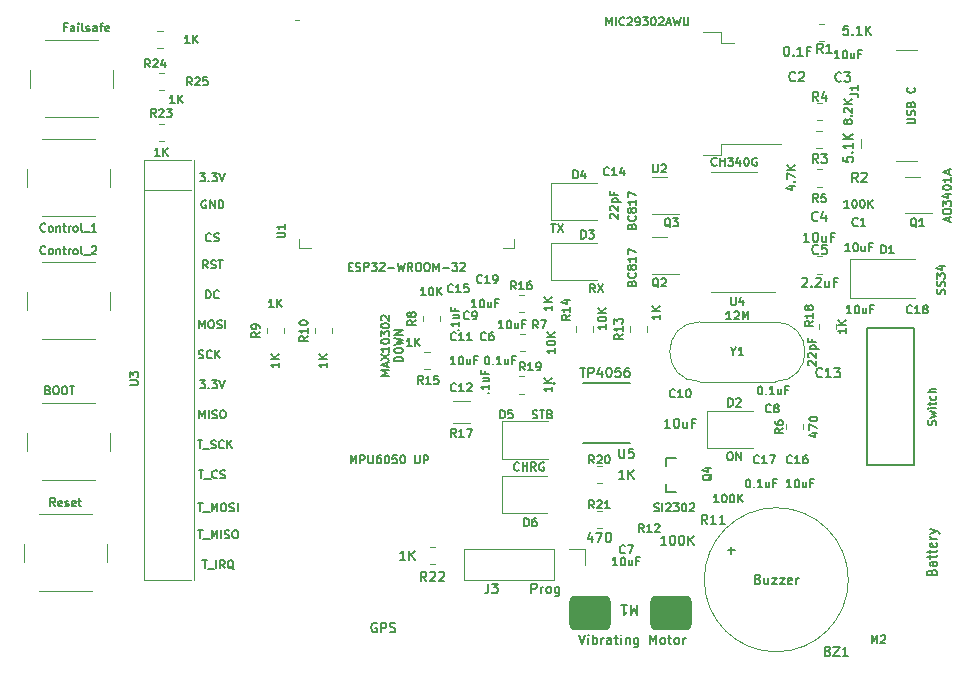
<source format=gto>
%TF.GenerationSoftware,KiCad,Pcbnew,7.0.10*%
%TF.CreationDate,2024-08-15T14:25:41+05:30*%
%TF.ProjectId,Watch,57617463-682e-46b6-9963-61645f706362,rev?*%
%TF.SameCoordinates,Original*%
%TF.FileFunction,Legend,Top*%
%TF.FilePolarity,Positive*%
%FSLAX46Y46*%
G04 Gerber Fmt 4.6, Leading zero omitted, Abs format (unit mm)*
G04 Created by KiCad (PCBNEW 7.0.10) date 2024-08-15 14:25:41*
%MOMM*%
%LPD*%
G01*
G04 APERTURE LIST*
G04 Aperture macros list*
%AMRoundRect*
0 Rectangle with rounded corners*
0 $1 Rounding radius*
0 $2 $3 $4 $5 $6 $7 $8 $9 X,Y pos of 4 corners*
0 Add a 4 corners polygon primitive as box body*
4,1,4,$2,$3,$4,$5,$6,$7,$8,$9,$2,$3,0*
0 Add four circle primitives for the rounded corners*
1,1,$1+$1,$2,$3*
1,1,$1+$1,$4,$5*
1,1,$1+$1,$6,$7*
1,1,$1+$1,$8,$9*
0 Add four rect primitives between the rounded corners*
20,1,$1+$1,$2,$3,$4,$5,0*
20,1,$1+$1,$4,$5,$6,$7,0*
20,1,$1+$1,$6,$7,$8,$9,0*
20,1,$1+$1,$8,$9,$2,$3,0*%
G04 Aperture macros list end*
%ADD10C,0.160000*%
%ADD11C,0.170000*%
%ADD12C,0.120000*%
%ADD13C,0.127000*%
%ADD14C,0.203200*%
%ADD15C,0.200000*%
%ADD16RoundRect,0.459375X-1.290625X-1.010625X1.290625X-1.010625X1.290625X1.010625X-1.290625X1.010625X0*%
G04 APERTURE END LIST*
D10*
X114306013Y-103371334D02*
X113606013Y-103371334D01*
X113606013Y-103371334D02*
X114106013Y-103138001D01*
X114106013Y-103138001D02*
X113606013Y-102904667D01*
X113606013Y-102904667D02*
X114306013Y-102904667D01*
X114106013Y-102604667D02*
X114106013Y-102271334D01*
X114306013Y-102671334D02*
X113606013Y-102438001D01*
X113606013Y-102438001D02*
X114306013Y-102204667D01*
X113606013Y-102038001D02*
X114306013Y-101571334D01*
X113606013Y-101571334D02*
X114306013Y-102038001D01*
X114306013Y-100938000D02*
X114306013Y-101338000D01*
X114306013Y-101138000D02*
X113606013Y-101138000D01*
X113606013Y-101138000D02*
X113706013Y-101204667D01*
X113706013Y-101204667D02*
X113772680Y-101271334D01*
X113772680Y-101271334D02*
X113806013Y-101338000D01*
X113606013Y-100504667D02*
X113606013Y-100438000D01*
X113606013Y-100438000D02*
X113639346Y-100371333D01*
X113639346Y-100371333D02*
X113672680Y-100338000D01*
X113672680Y-100338000D02*
X113739346Y-100304667D01*
X113739346Y-100304667D02*
X113872680Y-100271333D01*
X113872680Y-100271333D02*
X114039346Y-100271333D01*
X114039346Y-100271333D02*
X114172680Y-100304667D01*
X114172680Y-100304667D02*
X114239346Y-100338000D01*
X114239346Y-100338000D02*
X114272680Y-100371333D01*
X114272680Y-100371333D02*
X114306013Y-100438000D01*
X114306013Y-100438000D02*
X114306013Y-100504667D01*
X114306013Y-100504667D02*
X114272680Y-100571333D01*
X114272680Y-100571333D02*
X114239346Y-100604667D01*
X114239346Y-100604667D02*
X114172680Y-100638000D01*
X114172680Y-100638000D02*
X114039346Y-100671333D01*
X114039346Y-100671333D02*
X113872680Y-100671333D01*
X113872680Y-100671333D02*
X113739346Y-100638000D01*
X113739346Y-100638000D02*
X113672680Y-100604667D01*
X113672680Y-100604667D02*
X113639346Y-100571333D01*
X113639346Y-100571333D02*
X113606013Y-100504667D01*
X113606013Y-100038000D02*
X113606013Y-99604666D01*
X113606013Y-99604666D02*
X113872680Y-99838000D01*
X113872680Y-99838000D02*
X113872680Y-99738000D01*
X113872680Y-99738000D02*
X113906013Y-99671333D01*
X113906013Y-99671333D02*
X113939346Y-99638000D01*
X113939346Y-99638000D02*
X114006013Y-99604666D01*
X114006013Y-99604666D02*
X114172680Y-99604666D01*
X114172680Y-99604666D02*
X114239346Y-99638000D01*
X114239346Y-99638000D02*
X114272680Y-99671333D01*
X114272680Y-99671333D02*
X114306013Y-99738000D01*
X114306013Y-99738000D02*
X114306013Y-99938000D01*
X114306013Y-99938000D02*
X114272680Y-100004666D01*
X114272680Y-100004666D02*
X114239346Y-100038000D01*
X113606013Y-99171333D02*
X113606013Y-99104666D01*
X113606013Y-99104666D02*
X113639346Y-99037999D01*
X113639346Y-99037999D02*
X113672680Y-99004666D01*
X113672680Y-99004666D02*
X113739346Y-98971333D01*
X113739346Y-98971333D02*
X113872680Y-98937999D01*
X113872680Y-98937999D02*
X114039346Y-98937999D01*
X114039346Y-98937999D02*
X114172680Y-98971333D01*
X114172680Y-98971333D02*
X114239346Y-99004666D01*
X114239346Y-99004666D02*
X114272680Y-99037999D01*
X114272680Y-99037999D02*
X114306013Y-99104666D01*
X114306013Y-99104666D02*
X114306013Y-99171333D01*
X114306013Y-99171333D02*
X114272680Y-99237999D01*
X114272680Y-99237999D02*
X114239346Y-99271333D01*
X114239346Y-99271333D02*
X114172680Y-99304666D01*
X114172680Y-99304666D02*
X114039346Y-99337999D01*
X114039346Y-99337999D02*
X113872680Y-99337999D01*
X113872680Y-99337999D02*
X113739346Y-99304666D01*
X113739346Y-99304666D02*
X113672680Y-99271333D01*
X113672680Y-99271333D02*
X113639346Y-99237999D01*
X113639346Y-99237999D02*
X113606013Y-99171333D01*
X113672680Y-98671332D02*
X113639346Y-98637999D01*
X113639346Y-98637999D02*
X113606013Y-98571332D01*
X113606013Y-98571332D02*
X113606013Y-98404666D01*
X113606013Y-98404666D02*
X113639346Y-98337999D01*
X113639346Y-98337999D02*
X113672680Y-98304666D01*
X113672680Y-98304666D02*
X113739346Y-98271332D01*
X113739346Y-98271332D02*
X113806013Y-98271332D01*
X113806013Y-98271332D02*
X113906013Y-98304666D01*
X113906013Y-98304666D02*
X114306013Y-98704666D01*
X114306013Y-98704666D02*
X114306013Y-98271332D01*
X115433013Y-102154666D02*
X114733013Y-102154666D01*
X114733013Y-102154666D02*
X114733013Y-101987999D01*
X114733013Y-101987999D02*
X114766346Y-101887999D01*
X114766346Y-101887999D02*
X114833013Y-101821333D01*
X114833013Y-101821333D02*
X114899680Y-101787999D01*
X114899680Y-101787999D02*
X115033013Y-101754666D01*
X115033013Y-101754666D02*
X115133013Y-101754666D01*
X115133013Y-101754666D02*
X115266346Y-101787999D01*
X115266346Y-101787999D02*
X115333013Y-101821333D01*
X115333013Y-101821333D02*
X115399680Y-101887999D01*
X115399680Y-101887999D02*
X115433013Y-101987999D01*
X115433013Y-101987999D02*
X115433013Y-102154666D01*
X114733013Y-101321333D02*
X114733013Y-101187999D01*
X114733013Y-101187999D02*
X114766346Y-101121333D01*
X114766346Y-101121333D02*
X114833013Y-101054666D01*
X114833013Y-101054666D02*
X114966346Y-101021333D01*
X114966346Y-101021333D02*
X115199680Y-101021333D01*
X115199680Y-101021333D02*
X115333013Y-101054666D01*
X115333013Y-101054666D02*
X115399680Y-101121333D01*
X115399680Y-101121333D02*
X115433013Y-101187999D01*
X115433013Y-101187999D02*
X115433013Y-101321333D01*
X115433013Y-101321333D02*
X115399680Y-101387999D01*
X115399680Y-101387999D02*
X115333013Y-101454666D01*
X115333013Y-101454666D02*
X115199680Y-101487999D01*
X115199680Y-101487999D02*
X114966346Y-101487999D01*
X114966346Y-101487999D02*
X114833013Y-101454666D01*
X114833013Y-101454666D02*
X114766346Y-101387999D01*
X114766346Y-101387999D02*
X114733013Y-101321333D01*
X114733013Y-100788000D02*
X115433013Y-100621333D01*
X115433013Y-100621333D02*
X114933013Y-100488000D01*
X114933013Y-100488000D02*
X115433013Y-100354666D01*
X115433013Y-100354666D02*
X114733013Y-100188000D01*
X115433013Y-99921333D02*
X114733013Y-99921333D01*
X114733013Y-99921333D02*
X115433013Y-99521333D01*
X115433013Y-99521333D02*
X114733013Y-99521333D01*
X126327047Y-121773775D02*
X126327047Y-120973775D01*
X126327047Y-120973775D02*
X126631809Y-120973775D01*
X126631809Y-120973775D02*
X126707999Y-121011870D01*
X126707999Y-121011870D02*
X126746094Y-121049965D01*
X126746094Y-121049965D02*
X126784190Y-121126156D01*
X126784190Y-121126156D02*
X126784190Y-121240441D01*
X126784190Y-121240441D02*
X126746094Y-121316632D01*
X126746094Y-121316632D02*
X126707999Y-121354727D01*
X126707999Y-121354727D02*
X126631809Y-121392822D01*
X126631809Y-121392822D02*
X126327047Y-121392822D01*
X127127047Y-121773775D02*
X127127047Y-121240441D01*
X127127047Y-121392822D02*
X127165142Y-121316632D01*
X127165142Y-121316632D02*
X127203237Y-121278537D01*
X127203237Y-121278537D02*
X127279428Y-121240441D01*
X127279428Y-121240441D02*
X127355618Y-121240441D01*
X127736570Y-121773775D02*
X127660380Y-121735680D01*
X127660380Y-121735680D02*
X127622285Y-121697584D01*
X127622285Y-121697584D02*
X127584189Y-121621394D01*
X127584189Y-121621394D02*
X127584189Y-121392822D01*
X127584189Y-121392822D02*
X127622285Y-121316632D01*
X127622285Y-121316632D02*
X127660380Y-121278537D01*
X127660380Y-121278537D02*
X127736570Y-121240441D01*
X127736570Y-121240441D02*
X127850856Y-121240441D01*
X127850856Y-121240441D02*
X127927047Y-121278537D01*
X127927047Y-121278537D02*
X127965142Y-121316632D01*
X127965142Y-121316632D02*
X128003237Y-121392822D01*
X128003237Y-121392822D02*
X128003237Y-121621394D01*
X128003237Y-121621394D02*
X127965142Y-121697584D01*
X127965142Y-121697584D02*
X127927047Y-121735680D01*
X127927047Y-121735680D02*
X127850856Y-121773775D01*
X127850856Y-121773775D02*
X127736570Y-121773775D01*
X128688952Y-121240441D02*
X128688952Y-121888060D01*
X128688952Y-121888060D02*
X128650857Y-121964251D01*
X128650857Y-121964251D02*
X128612761Y-122002346D01*
X128612761Y-122002346D02*
X128536571Y-122040441D01*
X128536571Y-122040441D02*
X128422285Y-122040441D01*
X128422285Y-122040441D02*
X128346095Y-122002346D01*
X128688952Y-121735680D02*
X128612761Y-121773775D01*
X128612761Y-121773775D02*
X128460380Y-121773775D01*
X128460380Y-121773775D02*
X128384190Y-121735680D01*
X128384190Y-121735680D02*
X128346095Y-121697584D01*
X128346095Y-121697584D02*
X128307999Y-121621394D01*
X128307999Y-121621394D02*
X128307999Y-121392822D01*
X128307999Y-121392822D02*
X128346095Y-121316632D01*
X128346095Y-121316632D02*
X128384190Y-121278537D01*
X128384190Y-121278537D02*
X128460380Y-121240441D01*
X128460380Y-121240441D02*
X128612761Y-121240441D01*
X128612761Y-121240441D02*
X128688952Y-121278537D01*
X116182000Y-100899513D02*
X115782000Y-100899513D01*
X115982000Y-100899513D02*
X115982000Y-100199513D01*
X115982000Y-100199513D02*
X115915333Y-100299513D01*
X115915333Y-100299513D02*
X115848667Y-100366180D01*
X115848667Y-100366180D02*
X115782000Y-100399513D01*
X116482000Y-100899513D02*
X116482000Y-100199513D01*
X116882000Y-100899513D02*
X116582000Y-100499513D01*
X116882000Y-100199513D02*
X116482000Y-100599513D01*
X98088667Y-116455513D02*
X98488667Y-116455513D01*
X98288667Y-117155513D02*
X98288667Y-116455513D01*
X98555334Y-117222180D02*
X99088667Y-117222180D01*
X99255333Y-117155513D02*
X99255333Y-116455513D01*
X99255333Y-116455513D02*
X99488667Y-116955513D01*
X99488667Y-116955513D02*
X99722000Y-116455513D01*
X99722000Y-116455513D02*
X99722000Y-117155513D01*
X100055333Y-117155513D02*
X100055333Y-116455513D01*
X100355333Y-117122180D02*
X100455333Y-117155513D01*
X100455333Y-117155513D02*
X100622000Y-117155513D01*
X100622000Y-117155513D02*
X100688666Y-117122180D01*
X100688666Y-117122180D02*
X100722000Y-117088846D01*
X100722000Y-117088846D02*
X100755333Y-117022180D01*
X100755333Y-117022180D02*
X100755333Y-116955513D01*
X100755333Y-116955513D02*
X100722000Y-116888846D01*
X100722000Y-116888846D02*
X100688666Y-116855513D01*
X100688666Y-116855513D02*
X100622000Y-116822180D01*
X100622000Y-116822180D02*
X100488666Y-116788846D01*
X100488666Y-116788846D02*
X100422000Y-116755513D01*
X100422000Y-116755513D02*
X100388666Y-116722180D01*
X100388666Y-116722180D02*
X100355333Y-116655513D01*
X100355333Y-116655513D02*
X100355333Y-116588846D01*
X100355333Y-116588846D02*
X100388666Y-116522180D01*
X100388666Y-116522180D02*
X100422000Y-116488846D01*
X100422000Y-116488846D02*
X100488666Y-116455513D01*
X100488666Y-116455513D02*
X100655333Y-116455513D01*
X100655333Y-116455513D02*
X100755333Y-116488846D01*
X101188667Y-116455513D02*
X101322000Y-116455513D01*
X101322000Y-116455513D02*
X101388667Y-116488846D01*
X101388667Y-116488846D02*
X101455333Y-116555513D01*
X101455333Y-116555513D02*
X101488667Y-116688846D01*
X101488667Y-116688846D02*
X101488667Y-116922180D01*
X101488667Y-116922180D02*
X101455333Y-117055513D01*
X101455333Y-117055513D02*
X101388667Y-117122180D01*
X101388667Y-117122180D02*
X101322000Y-117155513D01*
X101322000Y-117155513D02*
X101188667Y-117155513D01*
X101188667Y-117155513D02*
X101122000Y-117122180D01*
X101122000Y-117122180D02*
X101055333Y-117055513D01*
X101055333Y-117055513D02*
X101022000Y-116922180D01*
X101022000Y-116922180D02*
X101022000Y-116688846D01*
X101022000Y-116688846D02*
X101055333Y-116555513D01*
X101055333Y-116555513D02*
X101122000Y-116488846D01*
X101122000Y-116488846D02*
X101188667Y-116455513D01*
X130340665Y-125291775D02*
X130607332Y-126091775D01*
X130607332Y-126091775D02*
X130873998Y-125291775D01*
X131140665Y-126091775D02*
X131140665Y-125558441D01*
X131140665Y-125291775D02*
X131102569Y-125329870D01*
X131102569Y-125329870D02*
X131140665Y-125367965D01*
X131140665Y-125367965D02*
X131178760Y-125329870D01*
X131178760Y-125329870D02*
X131140665Y-125291775D01*
X131140665Y-125291775D02*
X131140665Y-125367965D01*
X131521617Y-126091775D02*
X131521617Y-125291775D01*
X131521617Y-125596537D02*
X131597807Y-125558441D01*
X131597807Y-125558441D02*
X131750188Y-125558441D01*
X131750188Y-125558441D02*
X131826379Y-125596537D01*
X131826379Y-125596537D02*
X131864474Y-125634632D01*
X131864474Y-125634632D02*
X131902569Y-125710822D01*
X131902569Y-125710822D02*
X131902569Y-125939394D01*
X131902569Y-125939394D02*
X131864474Y-126015584D01*
X131864474Y-126015584D02*
X131826379Y-126053680D01*
X131826379Y-126053680D02*
X131750188Y-126091775D01*
X131750188Y-126091775D02*
X131597807Y-126091775D01*
X131597807Y-126091775D02*
X131521617Y-126053680D01*
X132245427Y-126091775D02*
X132245427Y-125558441D01*
X132245427Y-125710822D02*
X132283522Y-125634632D01*
X132283522Y-125634632D02*
X132321617Y-125596537D01*
X132321617Y-125596537D02*
X132397808Y-125558441D01*
X132397808Y-125558441D02*
X132473998Y-125558441D01*
X133083522Y-126091775D02*
X133083522Y-125672727D01*
X133083522Y-125672727D02*
X133045427Y-125596537D01*
X133045427Y-125596537D02*
X132969236Y-125558441D01*
X132969236Y-125558441D02*
X132816855Y-125558441D01*
X132816855Y-125558441D02*
X132740665Y-125596537D01*
X133083522Y-126053680D02*
X133007331Y-126091775D01*
X133007331Y-126091775D02*
X132816855Y-126091775D01*
X132816855Y-126091775D02*
X132740665Y-126053680D01*
X132740665Y-126053680D02*
X132702569Y-125977489D01*
X132702569Y-125977489D02*
X132702569Y-125901299D01*
X132702569Y-125901299D02*
X132740665Y-125825108D01*
X132740665Y-125825108D02*
X132816855Y-125787013D01*
X132816855Y-125787013D02*
X133007331Y-125787013D01*
X133007331Y-125787013D02*
X133083522Y-125748918D01*
X133350189Y-125558441D02*
X133654951Y-125558441D01*
X133464475Y-125291775D02*
X133464475Y-125977489D01*
X133464475Y-125977489D02*
X133502570Y-126053680D01*
X133502570Y-126053680D02*
X133578760Y-126091775D01*
X133578760Y-126091775D02*
X133654951Y-126091775D01*
X133921618Y-126091775D02*
X133921618Y-125558441D01*
X133921618Y-125291775D02*
X133883522Y-125329870D01*
X133883522Y-125329870D02*
X133921618Y-125367965D01*
X133921618Y-125367965D02*
X133959713Y-125329870D01*
X133959713Y-125329870D02*
X133921618Y-125291775D01*
X133921618Y-125291775D02*
X133921618Y-125367965D01*
X134302570Y-125558441D02*
X134302570Y-126091775D01*
X134302570Y-125634632D02*
X134340665Y-125596537D01*
X134340665Y-125596537D02*
X134416855Y-125558441D01*
X134416855Y-125558441D02*
X134531141Y-125558441D01*
X134531141Y-125558441D02*
X134607332Y-125596537D01*
X134607332Y-125596537D02*
X134645427Y-125672727D01*
X134645427Y-125672727D02*
X134645427Y-126091775D01*
X135369237Y-125558441D02*
X135369237Y-126206060D01*
X135369237Y-126206060D02*
X135331142Y-126282251D01*
X135331142Y-126282251D02*
X135293046Y-126320346D01*
X135293046Y-126320346D02*
X135216856Y-126358441D01*
X135216856Y-126358441D02*
X135102570Y-126358441D01*
X135102570Y-126358441D02*
X135026380Y-126320346D01*
X135369237Y-126053680D02*
X135293046Y-126091775D01*
X135293046Y-126091775D02*
X135140665Y-126091775D01*
X135140665Y-126091775D02*
X135064475Y-126053680D01*
X135064475Y-126053680D02*
X135026380Y-126015584D01*
X135026380Y-126015584D02*
X134988284Y-125939394D01*
X134988284Y-125939394D02*
X134988284Y-125710822D01*
X134988284Y-125710822D02*
X135026380Y-125634632D01*
X135026380Y-125634632D02*
X135064475Y-125596537D01*
X135064475Y-125596537D02*
X135140665Y-125558441D01*
X135140665Y-125558441D02*
X135293046Y-125558441D01*
X135293046Y-125558441D02*
X135369237Y-125596537D01*
X136359714Y-126091775D02*
X136359714Y-125291775D01*
X136359714Y-125291775D02*
X136626380Y-125863203D01*
X136626380Y-125863203D02*
X136893047Y-125291775D01*
X136893047Y-125291775D02*
X136893047Y-126091775D01*
X137388285Y-126091775D02*
X137312095Y-126053680D01*
X137312095Y-126053680D02*
X137274000Y-126015584D01*
X137274000Y-126015584D02*
X137235904Y-125939394D01*
X137235904Y-125939394D02*
X137235904Y-125710822D01*
X137235904Y-125710822D02*
X137274000Y-125634632D01*
X137274000Y-125634632D02*
X137312095Y-125596537D01*
X137312095Y-125596537D02*
X137388285Y-125558441D01*
X137388285Y-125558441D02*
X137502571Y-125558441D01*
X137502571Y-125558441D02*
X137578762Y-125596537D01*
X137578762Y-125596537D02*
X137616857Y-125634632D01*
X137616857Y-125634632D02*
X137654952Y-125710822D01*
X137654952Y-125710822D02*
X137654952Y-125939394D01*
X137654952Y-125939394D02*
X137616857Y-126015584D01*
X137616857Y-126015584D02*
X137578762Y-126053680D01*
X137578762Y-126053680D02*
X137502571Y-126091775D01*
X137502571Y-126091775D02*
X137388285Y-126091775D01*
X137883524Y-125558441D02*
X138188286Y-125558441D01*
X137997810Y-125291775D02*
X137997810Y-125977489D01*
X137997810Y-125977489D02*
X138035905Y-126053680D01*
X138035905Y-126053680D02*
X138112095Y-126091775D01*
X138112095Y-126091775D02*
X138188286Y-126091775D01*
X138569238Y-126091775D02*
X138493048Y-126053680D01*
X138493048Y-126053680D02*
X138454953Y-126015584D01*
X138454953Y-126015584D02*
X138416857Y-125939394D01*
X138416857Y-125939394D02*
X138416857Y-125710822D01*
X138416857Y-125710822D02*
X138454953Y-125634632D01*
X138454953Y-125634632D02*
X138493048Y-125596537D01*
X138493048Y-125596537D02*
X138569238Y-125558441D01*
X138569238Y-125558441D02*
X138683524Y-125558441D01*
X138683524Y-125558441D02*
X138759715Y-125596537D01*
X138759715Y-125596537D02*
X138797810Y-125634632D01*
X138797810Y-125634632D02*
X138835905Y-125710822D01*
X138835905Y-125710822D02*
X138835905Y-125939394D01*
X138835905Y-125939394D02*
X138797810Y-126015584D01*
X138797810Y-126015584D02*
X138759715Y-126053680D01*
X138759715Y-126053680D02*
X138683524Y-126091775D01*
X138683524Y-126091775D02*
X138569238Y-126091775D01*
X139178763Y-126091775D02*
X139178763Y-125558441D01*
X139178763Y-125710822D02*
X139216858Y-125634632D01*
X139216858Y-125634632D02*
X139254953Y-125596537D01*
X139254953Y-125596537D02*
X139331144Y-125558441D01*
X139331144Y-125558441D02*
X139407334Y-125558441D01*
X134822846Y-90708000D02*
X134856180Y-90608000D01*
X134856180Y-90608000D02*
X134889513Y-90574666D01*
X134889513Y-90574666D02*
X134956180Y-90541333D01*
X134956180Y-90541333D02*
X135056180Y-90541333D01*
X135056180Y-90541333D02*
X135122846Y-90574666D01*
X135122846Y-90574666D02*
X135156180Y-90608000D01*
X135156180Y-90608000D02*
X135189513Y-90674666D01*
X135189513Y-90674666D02*
X135189513Y-90941333D01*
X135189513Y-90941333D02*
X134489513Y-90941333D01*
X134489513Y-90941333D02*
X134489513Y-90708000D01*
X134489513Y-90708000D02*
X134522846Y-90641333D01*
X134522846Y-90641333D02*
X134556180Y-90608000D01*
X134556180Y-90608000D02*
X134622846Y-90574666D01*
X134622846Y-90574666D02*
X134689513Y-90574666D01*
X134689513Y-90574666D02*
X134756180Y-90608000D01*
X134756180Y-90608000D02*
X134789513Y-90641333D01*
X134789513Y-90641333D02*
X134822846Y-90708000D01*
X134822846Y-90708000D02*
X134822846Y-90941333D01*
X135122846Y-89841333D02*
X135156180Y-89874666D01*
X135156180Y-89874666D02*
X135189513Y-89974666D01*
X135189513Y-89974666D02*
X135189513Y-90041333D01*
X135189513Y-90041333D02*
X135156180Y-90141333D01*
X135156180Y-90141333D02*
X135089513Y-90208000D01*
X135089513Y-90208000D02*
X135022846Y-90241333D01*
X135022846Y-90241333D02*
X134889513Y-90274666D01*
X134889513Y-90274666D02*
X134789513Y-90274666D01*
X134789513Y-90274666D02*
X134656180Y-90241333D01*
X134656180Y-90241333D02*
X134589513Y-90208000D01*
X134589513Y-90208000D02*
X134522846Y-90141333D01*
X134522846Y-90141333D02*
X134489513Y-90041333D01*
X134489513Y-90041333D02*
X134489513Y-89974666D01*
X134489513Y-89974666D02*
X134522846Y-89874666D01*
X134522846Y-89874666D02*
X134556180Y-89841333D01*
X134789513Y-89441333D02*
X134756180Y-89508000D01*
X134756180Y-89508000D02*
X134722846Y-89541333D01*
X134722846Y-89541333D02*
X134656180Y-89574666D01*
X134656180Y-89574666D02*
X134622846Y-89574666D01*
X134622846Y-89574666D02*
X134556180Y-89541333D01*
X134556180Y-89541333D02*
X134522846Y-89508000D01*
X134522846Y-89508000D02*
X134489513Y-89441333D01*
X134489513Y-89441333D02*
X134489513Y-89308000D01*
X134489513Y-89308000D02*
X134522846Y-89241333D01*
X134522846Y-89241333D02*
X134556180Y-89208000D01*
X134556180Y-89208000D02*
X134622846Y-89174666D01*
X134622846Y-89174666D02*
X134656180Y-89174666D01*
X134656180Y-89174666D02*
X134722846Y-89208000D01*
X134722846Y-89208000D02*
X134756180Y-89241333D01*
X134756180Y-89241333D02*
X134789513Y-89308000D01*
X134789513Y-89308000D02*
X134789513Y-89441333D01*
X134789513Y-89441333D02*
X134822846Y-89508000D01*
X134822846Y-89508000D02*
X134856180Y-89541333D01*
X134856180Y-89541333D02*
X134922846Y-89574666D01*
X134922846Y-89574666D02*
X135056180Y-89574666D01*
X135056180Y-89574666D02*
X135122846Y-89541333D01*
X135122846Y-89541333D02*
X135156180Y-89508000D01*
X135156180Y-89508000D02*
X135189513Y-89441333D01*
X135189513Y-89441333D02*
X135189513Y-89308000D01*
X135189513Y-89308000D02*
X135156180Y-89241333D01*
X135156180Y-89241333D02*
X135122846Y-89208000D01*
X135122846Y-89208000D02*
X135056180Y-89174666D01*
X135056180Y-89174666D02*
X134922846Y-89174666D01*
X134922846Y-89174666D02*
X134856180Y-89208000D01*
X134856180Y-89208000D02*
X134822846Y-89241333D01*
X134822846Y-89241333D02*
X134789513Y-89308000D01*
X135189513Y-88507999D02*
X135189513Y-88907999D01*
X135189513Y-88707999D02*
X134489513Y-88707999D01*
X134489513Y-88707999D02*
X134589513Y-88774666D01*
X134589513Y-88774666D02*
X134656180Y-88841333D01*
X134656180Y-88841333D02*
X134689513Y-88907999D01*
X134489513Y-88274666D02*
X134489513Y-87807999D01*
X134489513Y-87807999D02*
X135189513Y-88107999D01*
X148393999Y-110738846D02*
X148360666Y-110772180D01*
X148360666Y-110772180D02*
X148260666Y-110805513D01*
X148260666Y-110805513D02*
X148193999Y-110805513D01*
X148193999Y-110805513D02*
X148093999Y-110772180D01*
X148093999Y-110772180D02*
X148027333Y-110705513D01*
X148027333Y-110705513D02*
X147993999Y-110638846D01*
X147993999Y-110638846D02*
X147960666Y-110505513D01*
X147960666Y-110505513D02*
X147960666Y-110405513D01*
X147960666Y-110405513D02*
X147993999Y-110272180D01*
X147993999Y-110272180D02*
X148027333Y-110205513D01*
X148027333Y-110205513D02*
X148093999Y-110138846D01*
X148093999Y-110138846D02*
X148193999Y-110105513D01*
X148193999Y-110105513D02*
X148260666Y-110105513D01*
X148260666Y-110105513D02*
X148360666Y-110138846D01*
X148360666Y-110138846D02*
X148393999Y-110172180D01*
X149060666Y-110805513D02*
X148660666Y-110805513D01*
X148860666Y-110805513D02*
X148860666Y-110105513D01*
X148860666Y-110105513D02*
X148793999Y-110205513D01*
X148793999Y-110205513D02*
X148727333Y-110272180D01*
X148727333Y-110272180D02*
X148660666Y-110305513D01*
X149660666Y-110105513D02*
X149527333Y-110105513D01*
X149527333Y-110105513D02*
X149460666Y-110138846D01*
X149460666Y-110138846D02*
X149427333Y-110172180D01*
X149427333Y-110172180D02*
X149360666Y-110272180D01*
X149360666Y-110272180D02*
X149327333Y-110405513D01*
X149327333Y-110405513D02*
X149327333Y-110672180D01*
X149327333Y-110672180D02*
X149360666Y-110738846D01*
X149360666Y-110738846D02*
X149394000Y-110772180D01*
X149394000Y-110772180D02*
X149460666Y-110805513D01*
X149460666Y-110805513D02*
X149594000Y-110805513D01*
X149594000Y-110805513D02*
X149660666Y-110772180D01*
X149660666Y-110772180D02*
X149694000Y-110738846D01*
X149694000Y-110738846D02*
X149727333Y-110672180D01*
X149727333Y-110672180D02*
X149727333Y-110505513D01*
X149727333Y-110505513D02*
X149694000Y-110438846D01*
X149694000Y-110438846D02*
X149660666Y-110405513D01*
X149660666Y-110405513D02*
X149594000Y-110372180D01*
X149594000Y-110372180D02*
X149460666Y-110372180D01*
X149460666Y-110372180D02*
X149394000Y-110405513D01*
X149394000Y-110405513D02*
X149360666Y-110438846D01*
X149360666Y-110438846D02*
X149327333Y-110505513D01*
X98930666Y-94295513D02*
X98697333Y-93962180D01*
X98530666Y-94295513D02*
X98530666Y-93595513D01*
X98530666Y-93595513D02*
X98797333Y-93595513D01*
X98797333Y-93595513D02*
X98864000Y-93628846D01*
X98864000Y-93628846D02*
X98897333Y-93662180D01*
X98897333Y-93662180D02*
X98930666Y-93728846D01*
X98930666Y-93728846D02*
X98930666Y-93828846D01*
X98930666Y-93828846D02*
X98897333Y-93895513D01*
X98897333Y-93895513D02*
X98864000Y-93928846D01*
X98864000Y-93928846D02*
X98797333Y-93962180D01*
X98797333Y-93962180D02*
X98530666Y-93962180D01*
X99197333Y-94262180D02*
X99297333Y-94295513D01*
X99297333Y-94295513D02*
X99464000Y-94295513D01*
X99464000Y-94295513D02*
X99530666Y-94262180D01*
X99530666Y-94262180D02*
X99564000Y-94228846D01*
X99564000Y-94228846D02*
X99597333Y-94162180D01*
X99597333Y-94162180D02*
X99597333Y-94095513D01*
X99597333Y-94095513D02*
X99564000Y-94028846D01*
X99564000Y-94028846D02*
X99530666Y-93995513D01*
X99530666Y-93995513D02*
X99464000Y-93962180D01*
X99464000Y-93962180D02*
X99330666Y-93928846D01*
X99330666Y-93928846D02*
X99264000Y-93895513D01*
X99264000Y-93895513D02*
X99230666Y-93862180D01*
X99230666Y-93862180D02*
X99197333Y-93795513D01*
X99197333Y-93795513D02*
X99197333Y-93728846D01*
X99197333Y-93728846D02*
X99230666Y-93662180D01*
X99230666Y-93662180D02*
X99264000Y-93628846D01*
X99264000Y-93628846D02*
X99330666Y-93595513D01*
X99330666Y-93595513D02*
X99497333Y-93595513D01*
X99497333Y-93595513D02*
X99597333Y-93628846D01*
X99797333Y-93595513D02*
X100197333Y-93595513D01*
X99997333Y-94295513D02*
X99997333Y-93595513D01*
X98472000Y-118995513D02*
X98872000Y-118995513D01*
X98672000Y-119695513D02*
X98672000Y-118995513D01*
X98938667Y-119762180D02*
X99472000Y-119762180D01*
X99638666Y-119695513D02*
X99638666Y-118995513D01*
X100371999Y-119695513D02*
X100138666Y-119362180D01*
X99971999Y-119695513D02*
X99971999Y-118995513D01*
X99971999Y-118995513D02*
X100238666Y-118995513D01*
X100238666Y-118995513D02*
X100305333Y-119028846D01*
X100305333Y-119028846D02*
X100338666Y-119062180D01*
X100338666Y-119062180D02*
X100371999Y-119128846D01*
X100371999Y-119128846D02*
X100371999Y-119228846D01*
X100371999Y-119228846D02*
X100338666Y-119295513D01*
X100338666Y-119295513D02*
X100305333Y-119328846D01*
X100305333Y-119328846D02*
X100238666Y-119362180D01*
X100238666Y-119362180D02*
X99971999Y-119362180D01*
X101138666Y-119762180D02*
X101071999Y-119728846D01*
X101071999Y-119728846D02*
X101005333Y-119662180D01*
X101005333Y-119662180D02*
X100905333Y-119562180D01*
X100905333Y-119562180D02*
X100838666Y-119528846D01*
X100838666Y-119528846D02*
X100771999Y-119528846D01*
X100805333Y-119695513D02*
X100738666Y-119662180D01*
X100738666Y-119662180D02*
X100671999Y-119595513D01*
X100671999Y-119595513D02*
X100638666Y-119462180D01*
X100638666Y-119462180D02*
X100638666Y-119228846D01*
X100638666Y-119228846D02*
X100671999Y-119095513D01*
X100671999Y-119095513D02*
X100738666Y-119028846D01*
X100738666Y-119028846D02*
X100805333Y-118995513D01*
X100805333Y-118995513D02*
X100938666Y-118995513D01*
X100938666Y-118995513D02*
X101005333Y-119028846D01*
X101005333Y-119028846D02*
X101071999Y-119095513D01*
X101071999Y-119095513D02*
X101105333Y-119228846D01*
X101105333Y-119228846D02*
X101105333Y-119462180D01*
X101105333Y-119462180D02*
X101071999Y-119595513D01*
X101071999Y-119595513D02*
X101005333Y-119662180D01*
X101005333Y-119662180D02*
X100938666Y-119695513D01*
X100938666Y-119695513D02*
X100805333Y-119695513D01*
X98088667Y-114169513D02*
X98488667Y-114169513D01*
X98288667Y-114869513D02*
X98288667Y-114169513D01*
X98555334Y-114936180D02*
X99088667Y-114936180D01*
X99255333Y-114869513D02*
X99255333Y-114169513D01*
X99255333Y-114169513D02*
X99488667Y-114669513D01*
X99488667Y-114669513D02*
X99722000Y-114169513D01*
X99722000Y-114169513D02*
X99722000Y-114869513D01*
X100188667Y-114169513D02*
X100322000Y-114169513D01*
X100322000Y-114169513D02*
X100388667Y-114202846D01*
X100388667Y-114202846D02*
X100455333Y-114269513D01*
X100455333Y-114269513D02*
X100488667Y-114402846D01*
X100488667Y-114402846D02*
X100488667Y-114636180D01*
X100488667Y-114636180D02*
X100455333Y-114769513D01*
X100455333Y-114769513D02*
X100388667Y-114836180D01*
X100388667Y-114836180D02*
X100322000Y-114869513D01*
X100322000Y-114869513D02*
X100188667Y-114869513D01*
X100188667Y-114869513D02*
X100122000Y-114836180D01*
X100122000Y-114836180D02*
X100055333Y-114769513D01*
X100055333Y-114769513D02*
X100022000Y-114636180D01*
X100022000Y-114636180D02*
X100022000Y-114402846D01*
X100022000Y-114402846D02*
X100055333Y-114269513D01*
X100055333Y-114269513D02*
X100122000Y-114202846D01*
X100122000Y-114202846D02*
X100188667Y-114169513D01*
X100755333Y-114836180D02*
X100855333Y-114869513D01*
X100855333Y-114869513D02*
X101022000Y-114869513D01*
X101022000Y-114869513D02*
X101088666Y-114836180D01*
X101088666Y-114836180D02*
X101122000Y-114802846D01*
X101122000Y-114802846D02*
X101155333Y-114736180D01*
X101155333Y-114736180D02*
X101155333Y-114669513D01*
X101155333Y-114669513D02*
X101122000Y-114602846D01*
X101122000Y-114602846D02*
X101088666Y-114569513D01*
X101088666Y-114569513D02*
X101022000Y-114536180D01*
X101022000Y-114536180D02*
X100888666Y-114502846D01*
X100888666Y-114502846D02*
X100822000Y-114469513D01*
X100822000Y-114469513D02*
X100788666Y-114436180D01*
X100788666Y-114436180D02*
X100755333Y-114369513D01*
X100755333Y-114369513D02*
X100755333Y-114302846D01*
X100755333Y-114302846D02*
X100788666Y-114236180D01*
X100788666Y-114236180D02*
X100822000Y-114202846D01*
X100822000Y-114202846D02*
X100888666Y-114169513D01*
X100888666Y-114169513D02*
X101055333Y-114169513D01*
X101055333Y-114169513D02*
X101155333Y-114202846D01*
X101455333Y-114869513D02*
X101455333Y-114169513D01*
X98214000Y-106995513D02*
X98214000Y-106295513D01*
X98214000Y-106295513D02*
X98447334Y-106795513D01*
X98447334Y-106795513D02*
X98680667Y-106295513D01*
X98680667Y-106295513D02*
X98680667Y-106995513D01*
X99014000Y-106995513D02*
X99014000Y-106295513D01*
X99314000Y-106962180D02*
X99414000Y-106995513D01*
X99414000Y-106995513D02*
X99580667Y-106995513D01*
X99580667Y-106995513D02*
X99647333Y-106962180D01*
X99647333Y-106962180D02*
X99680667Y-106928846D01*
X99680667Y-106928846D02*
X99714000Y-106862180D01*
X99714000Y-106862180D02*
X99714000Y-106795513D01*
X99714000Y-106795513D02*
X99680667Y-106728846D01*
X99680667Y-106728846D02*
X99647333Y-106695513D01*
X99647333Y-106695513D02*
X99580667Y-106662180D01*
X99580667Y-106662180D02*
X99447333Y-106628846D01*
X99447333Y-106628846D02*
X99380667Y-106595513D01*
X99380667Y-106595513D02*
X99347333Y-106562180D01*
X99347333Y-106562180D02*
X99314000Y-106495513D01*
X99314000Y-106495513D02*
X99314000Y-106428846D01*
X99314000Y-106428846D02*
X99347333Y-106362180D01*
X99347333Y-106362180D02*
X99380667Y-106328846D01*
X99380667Y-106328846D02*
X99447333Y-106295513D01*
X99447333Y-106295513D02*
X99614000Y-106295513D01*
X99614000Y-106295513D02*
X99714000Y-106328846D01*
X100147334Y-106295513D02*
X100280667Y-106295513D01*
X100280667Y-106295513D02*
X100347334Y-106328846D01*
X100347334Y-106328846D02*
X100414000Y-106395513D01*
X100414000Y-106395513D02*
X100447334Y-106528846D01*
X100447334Y-106528846D02*
X100447334Y-106762180D01*
X100447334Y-106762180D02*
X100414000Y-106895513D01*
X100414000Y-106895513D02*
X100347334Y-106962180D01*
X100347334Y-106962180D02*
X100280667Y-106995513D01*
X100280667Y-106995513D02*
X100147334Y-106995513D01*
X100147334Y-106995513D02*
X100080667Y-106962180D01*
X100080667Y-106962180D02*
X100014000Y-106895513D01*
X100014000Y-106895513D02*
X99980667Y-106762180D01*
X99980667Y-106762180D02*
X99980667Y-106528846D01*
X99980667Y-106528846D02*
X100014000Y-106395513D01*
X100014000Y-106395513D02*
X100080667Y-106328846D01*
X100080667Y-106328846D02*
X100147334Y-106295513D01*
X99197333Y-91942846D02*
X99164000Y-91976180D01*
X99164000Y-91976180D02*
X99064000Y-92009513D01*
X99064000Y-92009513D02*
X98997333Y-92009513D01*
X98997333Y-92009513D02*
X98897333Y-91976180D01*
X98897333Y-91976180D02*
X98830667Y-91909513D01*
X98830667Y-91909513D02*
X98797333Y-91842846D01*
X98797333Y-91842846D02*
X98764000Y-91709513D01*
X98764000Y-91709513D02*
X98764000Y-91609513D01*
X98764000Y-91609513D02*
X98797333Y-91476180D01*
X98797333Y-91476180D02*
X98830667Y-91409513D01*
X98830667Y-91409513D02*
X98897333Y-91342846D01*
X98897333Y-91342846D02*
X98997333Y-91309513D01*
X98997333Y-91309513D02*
X99064000Y-91309513D01*
X99064000Y-91309513D02*
X99164000Y-91342846D01*
X99164000Y-91342846D02*
X99197333Y-91376180D01*
X99464000Y-91976180D02*
X99564000Y-92009513D01*
X99564000Y-92009513D02*
X99730667Y-92009513D01*
X99730667Y-92009513D02*
X99797333Y-91976180D01*
X99797333Y-91976180D02*
X99830667Y-91942846D01*
X99830667Y-91942846D02*
X99864000Y-91876180D01*
X99864000Y-91876180D02*
X99864000Y-91809513D01*
X99864000Y-91809513D02*
X99830667Y-91742846D01*
X99830667Y-91742846D02*
X99797333Y-91709513D01*
X99797333Y-91709513D02*
X99730667Y-91676180D01*
X99730667Y-91676180D02*
X99597333Y-91642846D01*
X99597333Y-91642846D02*
X99530667Y-91609513D01*
X99530667Y-91609513D02*
X99497333Y-91576180D01*
X99497333Y-91576180D02*
X99464000Y-91509513D01*
X99464000Y-91509513D02*
X99464000Y-91442846D01*
X99464000Y-91442846D02*
X99497333Y-91376180D01*
X99497333Y-91376180D02*
X99530667Y-91342846D01*
X99530667Y-91342846D02*
X99597333Y-91309513D01*
X99597333Y-91309513D02*
X99764000Y-91309513D01*
X99764000Y-91309513D02*
X99864000Y-91342846D01*
X158111513Y-82017999D02*
X158678180Y-82017999D01*
X158678180Y-82017999D02*
X158744846Y-81984666D01*
X158744846Y-81984666D02*
X158778180Y-81951332D01*
X158778180Y-81951332D02*
X158811513Y-81884666D01*
X158811513Y-81884666D02*
X158811513Y-81751332D01*
X158811513Y-81751332D02*
X158778180Y-81684666D01*
X158778180Y-81684666D02*
X158744846Y-81651332D01*
X158744846Y-81651332D02*
X158678180Y-81617999D01*
X158678180Y-81617999D02*
X158111513Y-81617999D01*
X158778180Y-81317999D02*
X158811513Y-81217999D01*
X158811513Y-81217999D02*
X158811513Y-81051333D01*
X158811513Y-81051333D02*
X158778180Y-80984666D01*
X158778180Y-80984666D02*
X158744846Y-80951333D01*
X158744846Y-80951333D02*
X158678180Y-80917999D01*
X158678180Y-80917999D02*
X158611513Y-80917999D01*
X158611513Y-80917999D02*
X158544846Y-80951333D01*
X158544846Y-80951333D02*
X158511513Y-80984666D01*
X158511513Y-80984666D02*
X158478180Y-81051333D01*
X158478180Y-81051333D02*
X158444846Y-81184666D01*
X158444846Y-81184666D02*
X158411513Y-81251333D01*
X158411513Y-81251333D02*
X158378180Y-81284666D01*
X158378180Y-81284666D02*
X158311513Y-81317999D01*
X158311513Y-81317999D02*
X158244846Y-81317999D01*
X158244846Y-81317999D02*
X158178180Y-81284666D01*
X158178180Y-81284666D02*
X158144846Y-81251333D01*
X158144846Y-81251333D02*
X158111513Y-81184666D01*
X158111513Y-81184666D02*
X158111513Y-81017999D01*
X158111513Y-81017999D02*
X158144846Y-80917999D01*
X158444846Y-80384666D02*
X158478180Y-80284666D01*
X158478180Y-80284666D02*
X158511513Y-80251332D01*
X158511513Y-80251332D02*
X158578180Y-80217999D01*
X158578180Y-80217999D02*
X158678180Y-80217999D01*
X158678180Y-80217999D02*
X158744846Y-80251332D01*
X158744846Y-80251332D02*
X158778180Y-80284666D01*
X158778180Y-80284666D02*
X158811513Y-80351332D01*
X158811513Y-80351332D02*
X158811513Y-80617999D01*
X158811513Y-80617999D02*
X158111513Y-80617999D01*
X158111513Y-80617999D02*
X158111513Y-80384666D01*
X158111513Y-80384666D02*
X158144846Y-80317999D01*
X158144846Y-80317999D02*
X158178180Y-80284666D01*
X158178180Y-80284666D02*
X158244846Y-80251332D01*
X158244846Y-80251332D02*
X158311513Y-80251332D01*
X158311513Y-80251332D02*
X158378180Y-80284666D01*
X158378180Y-80284666D02*
X158411513Y-80317999D01*
X158411513Y-80317999D02*
X158444846Y-80384666D01*
X158444846Y-80384666D02*
X158444846Y-80617999D01*
X158744846Y-78984666D02*
X158778180Y-79017999D01*
X158778180Y-79017999D02*
X158811513Y-79117999D01*
X158811513Y-79117999D02*
X158811513Y-79184666D01*
X158811513Y-79184666D02*
X158778180Y-79284666D01*
X158778180Y-79284666D02*
X158711513Y-79351333D01*
X158711513Y-79351333D02*
X158644846Y-79384666D01*
X158644846Y-79384666D02*
X158511513Y-79417999D01*
X158511513Y-79417999D02*
X158411513Y-79417999D01*
X158411513Y-79417999D02*
X158278180Y-79384666D01*
X158278180Y-79384666D02*
X158211513Y-79351333D01*
X158211513Y-79351333D02*
X158144846Y-79284666D01*
X158144846Y-79284666D02*
X158111513Y-79184666D01*
X158111513Y-79184666D02*
X158111513Y-79117999D01*
X158111513Y-79117999D02*
X158144846Y-79017999D01*
X158144846Y-79017999D02*
X158178180Y-78984666D01*
X104498000Y-97597513D02*
X104098000Y-97597513D01*
X104298000Y-97597513D02*
X104298000Y-96897513D01*
X104298000Y-96897513D02*
X104231333Y-96997513D01*
X104231333Y-96997513D02*
X104164667Y-97064180D01*
X104164667Y-97064180D02*
X104098000Y-97097513D01*
X104798000Y-97597513D02*
X104798000Y-96897513D01*
X105198000Y-97597513D02*
X104898000Y-97197513D01*
X105198000Y-96897513D02*
X104798000Y-97297513D01*
X126437333Y-106962180D02*
X126537333Y-106995513D01*
X126537333Y-106995513D02*
X126704000Y-106995513D01*
X126704000Y-106995513D02*
X126770666Y-106962180D01*
X126770666Y-106962180D02*
X126804000Y-106928846D01*
X126804000Y-106928846D02*
X126837333Y-106862180D01*
X126837333Y-106862180D02*
X126837333Y-106795513D01*
X126837333Y-106795513D02*
X126804000Y-106728846D01*
X126804000Y-106728846D02*
X126770666Y-106695513D01*
X126770666Y-106695513D02*
X126704000Y-106662180D01*
X126704000Y-106662180D02*
X126570666Y-106628846D01*
X126570666Y-106628846D02*
X126504000Y-106595513D01*
X126504000Y-106595513D02*
X126470666Y-106562180D01*
X126470666Y-106562180D02*
X126437333Y-106495513D01*
X126437333Y-106495513D02*
X126437333Y-106428846D01*
X126437333Y-106428846D02*
X126470666Y-106362180D01*
X126470666Y-106362180D02*
X126504000Y-106328846D01*
X126504000Y-106328846D02*
X126570666Y-106295513D01*
X126570666Y-106295513D02*
X126737333Y-106295513D01*
X126737333Y-106295513D02*
X126837333Y-106328846D01*
X127037333Y-106295513D02*
X127437333Y-106295513D01*
X127237333Y-106995513D02*
X127237333Y-106295513D01*
X127904000Y-106628846D02*
X128004000Y-106662180D01*
X128004000Y-106662180D02*
X128037333Y-106695513D01*
X128037333Y-106695513D02*
X128070666Y-106762180D01*
X128070666Y-106762180D02*
X128070666Y-106862180D01*
X128070666Y-106862180D02*
X128037333Y-106928846D01*
X128037333Y-106928846D02*
X128004000Y-106962180D01*
X128004000Y-106962180D02*
X127937333Y-106995513D01*
X127937333Y-106995513D02*
X127670666Y-106995513D01*
X127670666Y-106995513D02*
X127670666Y-106295513D01*
X127670666Y-106295513D02*
X127904000Y-106295513D01*
X127904000Y-106295513D02*
X127970666Y-106328846D01*
X127970666Y-106328846D02*
X128004000Y-106362180D01*
X128004000Y-106362180D02*
X128037333Y-106428846D01*
X128037333Y-106428846D02*
X128037333Y-106495513D01*
X128037333Y-106495513D02*
X128004000Y-106562180D01*
X128004000Y-106562180D02*
X127970666Y-106595513D01*
X127970666Y-106595513D02*
X127904000Y-106628846D01*
X127904000Y-106628846D02*
X127670666Y-106628846D01*
X111033333Y-110805513D02*
X111033333Y-110105513D01*
X111033333Y-110105513D02*
X111266667Y-110605513D01*
X111266667Y-110605513D02*
X111500000Y-110105513D01*
X111500000Y-110105513D02*
X111500000Y-110805513D01*
X111833333Y-110805513D02*
X111833333Y-110105513D01*
X111833333Y-110105513D02*
X112100000Y-110105513D01*
X112100000Y-110105513D02*
X112166667Y-110138846D01*
X112166667Y-110138846D02*
X112200000Y-110172180D01*
X112200000Y-110172180D02*
X112233333Y-110238846D01*
X112233333Y-110238846D02*
X112233333Y-110338846D01*
X112233333Y-110338846D02*
X112200000Y-110405513D01*
X112200000Y-110405513D02*
X112166667Y-110438846D01*
X112166667Y-110438846D02*
X112100000Y-110472180D01*
X112100000Y-110472180D02*
X111833333Y-110472180D01*
X112533333Y-110105513D02*
X112533333Y-110672180D01*
X112533333Y-110672180D02*
X112566667Y-110738846D01*
X112566667Y-110738846D02*
X112600000Y-110772180D01*
X112600000Y-110772180D02*
X112666667Y-110805513D01*
X112666667Y-110805513D02*
X112800000Y-110805513D01*
X112800000Y-110805513D02*
X112866667Y-110772180D01*
X112866667Y-110772180D02*
X112900000Y-110738846D01*
X112900000Y-110738846D02*
X112933333Y-110672180D01*
X112933333Y-110672180D02*
X112933333Y-110105513D01*
X113566666Y-110105513D02*
X113433333Y-110105513D01*
X113433333Y-110105513D02*
X113366666Y-110138846D01*
X113366666Y-110138846D02*
X113333333Y-110172180D01*
X113333333Y-110172180D02*
X113266666Y-110272180D01*
X113266666Y-110272180D02*
X113233333Y-110405513D01*
X113233333Y-110405513D02*
X113233333Y-110672180D01*
X113233333Y-110672180D02*
X113266666Y-110738846D01*
X113266666Y-110738846D02*
X113300000Y-110772180D01*
X113300000Y-110772180D02*
X113366666Y-110805513D01*
X113366666Y-110805513D02*
X113500000Y-110805513D01*
X113500000Y-110805513D02*
X113566666Y-110772180D01*
X113566666Y-110772180D02*
X113600000Y-110738846D01*
X113600000Y-110738846D02*
X113633333Y-110672180D01*
X113633333Y-110672180D02*
X113633333Y-110505513D01*
X113633333Y-110505513D02*
X113600000Y-110438846D01*
X113600000Y-110438846D02*
X113566666Y-110405513D01*
X113566666Y-110405513D02*
X113500000Y-110372180D01*
X113500000Y-110372180D02*
X113366666Y-110372180D01*
X113366666Y-110372180D02*
X113300000Y-110405513D01*
X113300000Y-110405513D02*
X113266666Y-110438846D01*
X113266666Y-110438846D02*
X113233333Y-110505513D01*
X114066667Y-110105513D02*
X114133333Y-110105513D01*
X114133333Y-110105513D02*
X114200000Y-110138846D01*
X114200000Y-110138846D02*
X114233333Y-110172180D01*
X114233333Y-110172180D02*
X114266667Y-110238846D01*
X114266667Y-110238846D02*
X114300000Y-110372180D01*
X114300000Y-110372180D02*
X114300000Y-110538846D01*
X114300000Y-110538846D02*
X114266667Y-110672180D01*
X114266667Y-110672180D02*
X114233333Y-110738846D01*
X114233333Y-110738846D02*
X114200000Y-110772180D01*
X114200000Y-110772180D02*
X114133333Y-110805513D01*
X114133333Y-110805513D02*
X114066667Y-110805513D01*
X114066667Y-110805513D02*
X114000000Y-110772180D01*
X114000000Y-110772180D02*
X113966667Y-110738846D01*
X113966667Y-110738846D02*
X113933333Y-110672180D01*
X113933333Y-110672180D02*
X113900000Y-110538846D01*
X113900000Y-110538846D02*
X113900000Y-110372180D01*
X113900000Y-110372180D02*
X113933333Y-110238846D01*
X113933333Y-110238846D02*
X113966667Y-110172180D01*
X113966667Y-110172180D02*
X114000000Y-110138846D01*
X114000000Y-110138846D02*
X114066667Y-110105513D01*
X114933334Y-110105513D02*
X114600000Y-110105513D01*
X114600000Y-110105513D02*
X114566667Y-110438846D01*
X114566667Y-110438846D02*
X114600000Y-110405513D01*
X114600000Y-110405513D02*
X114666667Y-110372180D01*
X114666667Y-110372180D02*
X114833334Y-110372180D01*
X114833334Y-110372180D02*
X114900000Y-110405513D01*
X114900000Y-110405513D02*
X114933334Y-110438846D01*
X114933334Y-110438846D02*
X114966667Y-110505513D01*
X114966667Y-110505513D02*
X114966667Y-110672180D01*
X114966667Y-110672180D02*
X114933334Y-110738846D01*
X114933334Y-110738846D02*
X114900000Y-110772180D01*
X114900000Y-110772180D02*
X114833334Y-110805513D01*
X114833334Y-110805513D02*
X114666667Y-110805513D01*
X114666667Y-110805513D02*
X114600000Y-110772180D01*
X114600000Y-110772180D02*
X114566667Y-110738846D01*
X115400001Y-110105513D02*
X115466667Y-110105513D01*
X115466667Y-110105513D02*
X115533334Y-110138846D01*
X115533334Y-110138846D02*
X115566667Y-110172180D01*
X115566667Y-110172180D02*
X115600001Y-110238846D01*
X115600001Y-110238846D02*
X115633334Y-110372180D01*
X115633334Y-110372180D02*
X115633334Y-110538846D01*
X115633334Y-110538846D02*
X115600001Y-110672180D01*
X115600001Y-110672180D02*
X115566667Y-110738846D01*
X115566667Y-110738846D02*
X115533334Y-110772180D01*
X115533334Y-110772180D02*
X115466667Y-110805513D01*
X115466667Y-110805513D02*
X115400001Y-110805513D01*
X115400001Y-110805513D02*
X115333334Y-110772180D01*
X115333334Y-110772180D02*
X115300001Y-110738846D01*
X115300001Y-110738846D02*
X115266667Y-110672180D01*
X115266667Y-110672180D02*
X115233334Y-110538846D01*
X115233334Y-110538846D02*
X115233334Y-110372180D01*
X115233334Y-110372180D02*
X115266667Y-110238846D01*
X115266667Y-110238846D02*
X115300001Y-110172180D01*
X115300001Y-110172180D02*
X115333334Y-110138846D01*
X115333334Y-110138846D02*
X115400001Y-110105513D01*
X116466667Y-110105513D02*
X116466667Y-110672180D01*
X116466667Y-110672180D02*
X116500001Y-110738846D01*
X116500001Y-110738846D02*
X116533334Y-110772180D01*
X116533334Y-110772180D02*
X116600001Y-110805513D01*
X116600001Y-110805513D02*
X116733334Y-110805513D01*
X116733334Y-110805513D02*
X116800001Y-110772180D01*
X116800001Y-110772180D02*
X116833334Y-110738846D01*
X116833334Y-110738846D02*
X116866667Y-110672180D01*
X116866667Y-110672180D02*
X116866667Y-110105513D01*
X117200000Y-110805513D02*
X117200000Y-110105513D01*
X117200000Y-110105513D02*
X117466667Y-110105513D01*
X117466667Y-110105513D02*
X117533334Y-110138846D01*
X117533334Y-110138846D02*
X117566667Y-110172180D01*
X117566667Y-110172180D02*
X117600000Y-110238846D01*
X117600000Y-110238846D02*
X117600000Y-110338846D01*
X117600000Y-110338846D02*
X117566667Y-110405513D01*
X117566667Y-110405513D02*
X117533334Y-110438846D01*
X117533334Y-110438846D02*
X117466667Y-110472180D01*
X117466667Y-110472180D02*
X117200000Y-110472180D01*
X98068000Y-108835513D02*
X98468000Y-108835513D01*
X98268000Y-109535513D02*
X98268000Y-108835513D01*
X98534667Y-109602180D02*
X99068000Y-109602180D01*
X99201333Y-109502180D02*
X99301333Y-109535513D01*
X99301333Y-109535513D02*
X99468000Y-109535513D01*
X99468000Y-109535513D02*
X99534666Y-109502180D01*
X99534666Y-109502180D02*
X99568000Y-109468846D01*
X99568000Y-109468846D02*
X99601333Y-109402180D01*
X99601333Y-109402180D02*
X99601333Y-109335513D01*
X99601333Y-109335513D02*
X99568000Y-109268846D01*
X99568000Y-109268846D02*
X99534666Y-109235513D01*
X99534666Y-109235513D02*
X99468000Y-109202180D01*
X99468000Y-109202180D02*
X99334666Y-109168846D01*
X99334666Y-109168846D02*
X99268000Y-109135513D01*
X99268000Y-109135513D02*
X99234666Y-109102180D01*
X99234666Y-109102180D02*
X99201333Y-109035513D01*
X99201333Y-109035513D02*
X99201333Y-108968846D01*
X99201333Y-108968846D02*
X99234666Y-108902180D01*
X99234666Y-108902180D02*
X99268000Y-108868846D01*
X99268000Y-108868846D02*
X99334666Y-108835513D01*
X99334666Y-108835513D02*
X99501333Y-108835513D01*
X99501333Y-108835513D02*
X99601333Y-108868846D01*
X100301333Y-109468846D02*
X100268000Y-109502180D01*
X100268000Y-109502180D02*
X100168000Y-109535513D01*
X100168000Y-109535513D02*
X100101333Y-109535513D01*
X100101333Y-109535513D02*
X100001333Y-109502180D01*
X100001333Y-109502180D02*
X99934667Y-109435513D01*
X99934667Y-109435513D02*
X99901333Y-109368846D01*
X99901333Y-109368846D02*
X99868000Y-109235513D01*
X99868000Y-109235513D02*
X99868000Y-109135513D01*
X99868000Y-109135513D02*
X99901333Y-109002180D01*
X99901333Y-109002180D02*
X99934667Y-108935513D01*
X99934667Y-108935513D02*
X100001333Y-108868846D01*
X100001333Y-108868846D02*
X100101333Y-108835513D01*
X100101333Y-108835513D02*
X100168000Y-108835513D01*
X100168000Y-108835513D02*
X100268000Y-108868846D01*
X100268000Y-108868846D02*
X100301333Y-108902180D01*
X100601333Y-109535513D02*
X100601333Y-108835513D01*
X101001333Y-109535513D02*
X100701333Y-109135513D01*
X101001333Y-108835513D02*
X100601333Y-109235513D01*
X98280667Y-86229513D02*
X98714000Y-86229513D01*
X98714000Y-86229513D02*
X98480667Y-86496180D01*
X98480667Y-86496180D02*
X98580667Y-86496180D01*
X98580667Y-86496180D02*
X98647333Y-86529513D01*
X98647333Y-86529513D02*
X98680667Y-86562846D01*
X98680667Y-86562846D02*
X98714000Y-86629513D01*
X98714000Y-86629513D02*
X98714000Y-86796180D01*
X98714000Y-86796180D02*
X98680667Y-86862846D01*
X98680667Y-86862846D02*
X98647333Y-86896180D01*
X98647333Y-86896180D02*
X98580667Y-86929513D01*
X98580667Y-86929513D02*
X98380667Y-86929513D01*
X98380667Y-86929513D02*
X98314000Y-86896180D01*
X98314000Y-86896180D02*
X98280667Y-86862846D01*
X99014000Y-86862846D02*
X99047334Y-86896180D01*
X99047334Y-86896180D02*
X99014000Y-86929513D01*
X99014000Y-86929513D02*
X98980667Y-86896180D01*
X98980667Y-86896180D02*
X99014000Y-86862846D01*
X99014000Y-86862846D02*
X99014000Y-86929513D01*
X99280667Y-86229513D02*
X99714000Y-86229513D01*
X99714000Y-86229513D02*
X99480667Y-86496180D01*
X99480667Y-86496180D02*
X99580667Y-86496180D01*
X99580667Y-86496180D02*
X99647333Y-86529513D01*
X99647333Y-86529513D02*
X99680667Y-86562846D01*
X99680667Y-86562846D02*
X99714000Y-86629513D01*
X99714000Y-86629513D02*
X99714000Y-86796180D01*
X99714000Y-86796180D02*
X99680667Y-86862846D01*
X99680667Y-86862846D02*
X99647333Y-86896180D01*
X99647333Y-86896180D02*
X99580667Y-86929513D01*
X99580667Y-86929513D02*
X99380667Y-86929513D01*
X99380667Y-86929513D02*
X99314000Y-86896180D01*
X99314000Y-86896180D02*
X99280667Y-86862846D01*
X99914000Y-86229513D02*
X100147334Y-86929513D01*
X100147334Y-86929513D02*
X100380667Y-86229513D01*
X98160000Y-101882180D02*
X98260000Y-101915513D01*
X98260000Y-101915513D02*
X98426667Y-101915513D01*
X98426667Y-101915513D02*
X98493333Y-101882180D01*
X98493333Y-101882180D02*
X98526667Y-101848846D01*
X98526667Y-101848846D02*
X98560000Y-101782180D01*
X98560000Y-101782180D02*
X98560000Y-101715513D01*
X98560000Y-101715513D02*
X98526667Y-101648846D01*
X98526667Y-101648846D02*
X98493333Y-101615513D01*
X98493333Y-101615513D02*
X98426667Y-101582180D01*
X98426667Y-101582180D02*
X98293333Y-101548846D01*
X98293333Y-101548846D02*
X98226667Y-101515513D01*
X98226667Y-101515513D02*
X98193333Y-101482180D01*
X98193333Y-101482180D02*
X98160000Y-101415513D01*
X98160000Y-101415513D02*
X98160000Y-101348846D01*
X98160000Y-101348846D02*
X98193333Y-101282180D01*
X98193333Y-101282180D02*
X98226667Y-101248846D01*
X98226667Y-101248846D02*
X98293333Y-101215513D01*
X98293333Y-101215513D02*
X98460000Y-101215513D01*
X98460000Y-101215513D02*
X98560000Y-101248846D01*
X99260000Y-101848846D02*
X99226667Y-101882180D01*
X99226667Y-101882180D02*
X99126667Y-101915513D01*
X99126667Y-101915513D02*
X99060000Y-101915513D01*
X99060000Y-101915513D02*
X98960000Y-101882180D01*
X98960000Y-101882180D02*
X98893334Y-101815513D01*
X98893334Y-101815513D02*
X98860000Y-101748846D01*
X98860000Y-101748846D02*
X98826667Y-101615513D01*
X98826667Y-101615513D02*
X98826667Y-101515513D01*
X98826667Y-101515513D02*
X98860000Y-101382180D01*
X98860000Y-101382180D02*
X98893334Y-101315513D01*
X98893334Y-101315513D02*
X98960000Y-101248846D01*
X98960000Y-101248846D02*
X99060000Y-101215513D01*
X99060000Y-101215513D02*
X99126667Y-101215513D01*
X99126667Y-101215513D02*
X99226667Y-101248846D01*
X99226667Y-101248846D02*
X99260000Y-101282180D01*
X99560000Y-101915513D02*
X99560000Y-101215513D01*
X99960000Y-101915513D02*
X99660000Y-101515513D01*
X99960000Y-101215513D02*
X99560000Y-101615513D01*
X98214000Y-99375513D02*
X98214000Y-98675513D01*
X98214000Y-98675513D02*
X98447334Y-99175513D01*
X98447334Y-99175513D02*
X98680667Y-98675513D01*
X98680667Y-98675513D02*
X98680667Y-99375513D01*
X99147334Y-98675513D02*
X99280667Y-98675513D01*
X99280667Y-98675513D02*
X99347334Y-98708846D01*
X99347334Y-98708846D02*
X99414000Y-98775513D01*
X99414000Y-98775513D02*
X99447334Y-98908846D01*
X99447334Y-98908846D02*
X99447334Y-99142180D01*
X99447334Y-99142180D02*
X99414000Y-99275513D01*
X99414000Y-99275513D02*
X99347334Y-99342180D01*
X99347334Y-99342180D02*
X99280667Y-99375513D01*
X99280667Y-99375513D02*
X99147334Y-99375513D01*
X99147334Y-99375513D02*
X99080667Y-99342180D01*
X99080667Y-99342180D02*
X99014000Y-99275513D01*
X99014000Y-99275513D02*
X98980667Y-99142180D01*
X98980667Y-99142180D02*
X98980667Y-98908846D01*
X98980667Y-98908846D02*
X99014000Y-98775513D01*
X99014000Y-98775513D02*
X99080667Y-98708846D01*
X99080667Y-98708846D02*
X99147334Y-98675513D01*
X99714000Y-99342180D02*
X99814000Y-99375513D01*
X99814000Y-99375513D02*
X99980667Y-99375513D01*
X99980667Y-99375513D02*
X100047333Y-99342180D01*
X100047333Y-99342180D02*
X100080667Y-99308846D01*
X100080667Y-99308846D02*
X100114000Y-99242180D01*
X100114000Y-99242180D02*
X100114000Y-99175513D01*
X100114000Y-99175513D02*
X100080667Y-99108846D01*
X100080667Y-99108846D02*
X100047333Y-99075513D01*
X100047333Y-99075513D02*
X99980667Y-99042180D01*
X99980667Y-99042180D02*
X99847333Y-99008846D01*
X99847333Y-99008846D02*
X99780667Y-98975513D01*
X99780667Y-98975513D02*
X99747333Y-98942180D01*
X99747333Y-98942180D02*
X99714000Y-98875513D01*
X99714000Y-98875513D02*
X99714000Y-98808846D01*
X99714000Y-98808846D02*
X99747333Y-98742180D01*
X99747333Y-98742180D02*
X99780667Y-98708846D01*
X99780667Y-98708846D02*
X99847333Y-98675513D01*
X99847333Y-98675513D02*
X100014000Y-98675513D01*
X100014000Y-98675513D02*
X100114000Y-98708846D01*
X100414000Y-99375513D02*
X100414000Y-98675513D01*
X130435618Y-102685775D02*
X130892761Y-102685775D01*
X130664189Y-103485775D02*
X130664189Y-102685775D01*
X131159428Y-103485775D02*
X131159428Y-102685775D01*
X131159428Y-102685775D02*
X131464190Y-102685775D01*
X131464190Y-102685775D02*
X131540380Y-102723870D01*
X131540380Y-102723870D02*
X131578475Y-102761965D01*
X131578475Y-102761965D02*
X131616571Y-102838156D01*
X131616571Y-102838156D02*
X131616571Y-102952441D01*
X131616571Y-102952441D02*
X131578475Y-103028632D01*
X131578475Y-103028632D02*
X131540380Y-103066727D01*
X131540380Y-103066727D02*
X131464190Y-103104822D01*
X131464190Y-103104822D02*
X131159428Y-103104822D01*
X132302285Y-102952441D02*
X132302285Y-103485775D01*
X132111809Y-102647680D02*
X131921332Y-103219108D01*
X131921332Y-103219108D02*
X132416571Y-103219108D01*
X132873714Y-102685775D02*
X132949904Y-102685775D01*
X132949904Y-102685775D02*
X133026095Y-102723870D01*
X133026095Y-102723870D02*
X133064190Y-102761965D01*
X133064190Y-102761965D02*
X133102285Y-102838156D01*
X133102285Y-102838156D02*
X133140380Y-102990537D01*
X133140380Y-102990537D02*
X133140380Y-103181013D01*
X133140380Y-103181013D02*
X133102285Y-103333394D01*
X133102285Y-103333394D02*
X133064190Y-103409584D01*
X133064190Y-103409584D02*
X133026095Y-103447680D01*
X133026095Y-103447680D02*
X132949904Y-103485775D01*
X132949904Y-103485775D02*
X132873714Y-103485775D01*
X132873714Y-103485775D02*
X132797523Y-103447680D01*
X132797523Y-103447680D02*
X132759428Y-103409584D01*
X132759428Y-103409584D02*
X132721333Y-103333394D01*
X132721333Y-103333394D02*
X132683237Y-103181013D01*
X132683237Y-103181013D02*
X132683237Y-102990537D01*
X132683237Y-102990537D02*
X132721333Y-102838156D01*
X132721333Y-102838156D02*
X132759428Y-102761965D01*
X132759428Y-102761965D02*
X132797523Y-102723870D01*
X132797523Y-102723870D02*
X132873714Y-102685775D01*
X133864190Y-102685775D02*
X133483238Y-102685775D01*
X133483238Y-102685775D02*
X133445142Y-103066727D01*
X133445142Y-103066727D02*
X133483238Y-103028632D01*
X133483238Y-103028632D02*
X133559428Y-102990537D01*
X133559428Y-102990537D02*
X133749904Y-102990537D01*
X133749904Y-102990537D02*
X133826095Y-103028632D01*
X133826095Y-103028632D02*
X133864190Y-103066727D01*
X133864190Y-103066727D02*
X133902285Y-103142918D01*
X133902285Y-103142918D02*
X133902285Y-103333394D01*
X133902285Y-103333394D02*
X133864190Y-103409584D01*
X133864190Y-103409584D02*
X133826095Y-103447680D01*
X133826095Y-103447680D02*
X133749904Y-103485775D01*
X133749904Y-103485775D02*
X133559428Y-103485775D01*
X133559428Y-103485775D02*
X133483238Y-103447680D01*
X133483238Y-103447680D02*
X133445142Y-103409584D01*
X134588000Y-102685775D02*
X134435619Y-102685775D01*
X134435619Y-102685775D02*
X134359428Y-102723870D01*
X134359428Y-102723870D02*
X134321333Y-102761965D01*
X134321333Y-102761965D02*
X134245143Y-102876251D01*
X134245143Y-102876251D02*
X134207047Y-103028632D01*
X134207047Y-103028632D02*
X134207047Y-103333394D01*
X134207047Y-103333394D02*
X134245143Y-103409584D01*
X134245143Y-103409584D02*
X134283238Y-103447680D01*
X134283238Y-103447680D02*
X134359428Y-103485775D01*
X134359428Y-103485775D02*
X134511809Y-103485775D01*
X134511809Y-103485775D02*
X134588000Y-103447680D01*
X134588000Y-103447680D02*
X134626095Y-103409584D01*
X134626095Y-103409584D02*
X134664190Y-103333394D01*
X134664190Y-103333394D02*
X134664190Y-103142918D01*
X134664190Y-103142918D02*
X134626095Y-103066727D01*
X134626095Y-103066727D02*
X134588000Y-103028632D01*
X134588000Y-103028632D02*
X134511809Y-102990537D01*
X134511809Y-102990537D02*
X134359428Y-102990537D01*
X134359428Y-102990537D02*
X134283238Y-103028632D01*
X134283238Y-103028632D02*
X134245143Y-103066727D01*
X134245143Y-103066727D02*
X134207047Y-103142918D01*
X98780666Y-96835513D02*
X98780666Y-96135513D01*
X98780666Y-96135513D02*
X98947333Y-96135513D01*
X98947333Y-96135513D02*
X99047333Y-96168846D01*
X99047333Y-96168846D02*
X99114000Y-96235513D01*
X99114000Y-96235513D02*
X99147333Y-96302180D01*
X99147333Y-96302180D02*
X99180666Y-96435513D01*
X99180666Y-96435513D02*
X99180666Y-96535513D01*
X99180666Y-96535513D02*
X99147333Y-96668846D01*
X99147333Y-96668846D02*
X99114000Y-96735513D01*
X99114000Y-96735513D02*
X99047333Y-96802180D01*
X99047333Y-96802180D02*
X98947333Y-96835513D01*
X98947333Y-96835513D02*
X98780666Y-96835513D01*
X99880666Y-96768846D02*
X99847333Y-96802180D01*
X99847333Y-96802180D02*
X99747333Y-96835513D01*
X99747333Y-96835513D02*
X99680666Y-96835513D01*
X99680666Y-96835513D02*
X99580666Y-96802180D01*
X99580666Y-96802180D02*
X99514000Y-96735513D01*
X99514000Y-96735513D02*
X99480666Y-96668846D01*
X99480666Y-96668846D02*
X99447333Y-96535513D01*
X99447333Y-96535513D02*
X99447333Y-96435513D01*
X99447333Y-96435513D02*
X99480666Y-96302180D01*
X99480666Y-96302180D02*
X99514000Y-96235513D01*
X99514000Y-96235513D02*
X99580666Y-96168846D01*
X99580666Y-96168846D02*
X99680666Y-96135513D01*
X99680666Y-96135513D02*
X99747333Y-96135513D01*
X99747333Y-96135513D02*
X99847333Y-96168846D01*
X99847333Y-96168846D02*
X99880666Y-96202180D01*
X98164000Y-111375513D02*
X98564000Y-111375513D01*
X98364000Y-112075513D02*
X98364000Y-111375513D01*
X98630667Y-112142180D02*
X99164000Y-112142180D01*
X99730666Y-112008846D02*
X99697333Y-112042180D01*
X99697333Y-112042180D02*
X99597333Y-112075513D01*
X99597333Y-112075513D02*
X99530666Y-112075513D01*
X99530666Y-112075513D02*
X99430666Y-112042180D01*
X99430666Y-112042180D02*
X99364000Y-111975513D01*
X99364000Y-111975513D02*
X99330666Y-111908846D01*
X99330666Y-111908846D02*
X99297333Y-111775513D01*
X99297333Y-111775513D02*
X99297333Y-111675513D01*
X99297333Y-111675513D02*
X99330666Y-111542180D01*
X99330666Y-111542180D02*
X99364000Y-111475513D01*
X99364000Y-111475513D02*
X99430666Y-111408846D01*
X99430666Y-111408846D02*
X99530666Y-111375513D01*
X99530666Y-111375513D02*
X99597333Y-111375513D01*
X99597333Y-111375513D02*
X99697333Y-111408846D01*
X99697333Y-111408846D02*
X99730666Y-111442180D01*
X99997333Y-112042180D02*
X100097333Y-112075513D01*
X100097333Y-112075513D02*
X100264000Y-112075513D01*
X100264000Y-112075513D02*
X100330666Y-112042180D01*
X100330666Y-112042180D02*
X100364000Y-112008846D01*
X100364000Y-112008846D02*
X100397333Y-111942180D01*
X100397333Y-111942180D02*
X100397333Y-111875513D01*
X100397333Y-111875513D02*
X100364000Y-111808846D01*
X100364000Y-111808846D02*
X100330666Y-111775513D01*
X100330666Y-111775513D02*
X100264000Y-111742180D01*
X100264000Y-111742180D02*
X100130666Y-111708846D01*
X100130666Y-111708846D02*
X100064000Y-111675513D01*
X100064000Y-111675513D02*
X100030666Y-111642180D01*
X100030666Y-111642180D02*
X99997333Y-111575513D01*
X99997333Y-111575513D02*
X99997333Y-111508846D01*
X99997333Y-111508846D02*
X100030666Y-111442180D01*
X100030666Y-111442180D02*
X100064000Y-111408846D01*
X100064000Y-111408846D02*
X100130666Y-111375513D01*
X100130666Y-111375513D02*
X100297333Y-111375513D01*
X100297333Y-111375513D02*
X100397333Y-111408846D01*
X160216727Y-120021143D02*
X160254822Y-119906857D01*
X160254822Y-119906857D02*
X160292918Y-119868762D01*
X160292918Y-119868762D02*
X160369108Y-119830666D01*
X160369108Y-119830666D02*
X160483394Y-119830666D01*
X160483394Y-119830666D02*
X160559584Y-119868762D01*
X160559584Y-119868762D02*
X160597680Y-119906857D01*
X160597680Y-119906857D02*
X160635775Y-119983047D01*
X160635775Y-119983047D02*
X160635775Y-120287809D01*
X160635775Y-120287809D02*
X159835775Y-120287809D01*
X159835775Y-120287809D02*
X159835775Y-120021143D01*
X159835775Y-120021143D02*
X159873870Y-119944952D01*
X159873870Y-119944952D02*
X159911965Y-119906857D01*
X159911965Y-119906857D02*
X159988156Y-119868762D01*
X159988156Y-119868762D02*
X160064346Y-119868762D01*
X160064346Y-119868762D02*
X160140537Y-119906857D01*
X160140537Y-119906857D02*
X160178632Y-119944952D01*
X160178632Y-119944952D02*
X160216727Y-120021143D01*
X160216727Y-120021143D02*
X160216727Y-120287809D01*
X160635775Y-119144952D02*
X160216727Y-119144952D01*
X160216727Y-119144952D02*
X160140537Y-119183047D01*
X160140537Y-119183047D02*
X160102441Y-119259238D01*
X160102441Y-119259238D02*
X160102441Y-119411619D01*
X160102441Y-119411619D02*
X160140537Y-119487809D01*
X160597680Y-119144952D02*
X160635775Y-119221143D01*
X160635775Y-119221143D02*
X160635775Y-119411619D01*
X160635775Y-119411619D02*
X160597680Y-119487809D01*
X160597680Y-119487809D02*
X160521489Y-119525905D01*
X160521489Y-119525905D02*
X160445299Y-119525905D01*
X160445299Y-119525905D02*
X160369108Y-119487809D01*
X160369108Y-119487809D02*
X160331013Y-119411619D01*
X160331013Y-119411619D02*
X160331013Y-119221143D01*
X160331013Y-119221143D02*
X160292918Y-119144952D01*
X160102441Y-118878285D02*
X160102441Y-118573523D01*
X159835775Y-118763999D02*
X160521489Y-118763999D01*
X160521489Y-118763999D02*
X160597680Y-118725904D01*
X160597680Y-118725904D02*
X160635775Y-118649714D01*
X160635775Y-118649714D02*
X160635775Y-118573523D01*
X160102441Y-118421142D02*
X160102441Y-118116380D01*
X159835775Y-118306856D02*
X160521489Y-118306856D01*
X160521489Y-118306856D02*
X160597680Y-118268761D01*
X160597680Y-118268761D02*
X160635775Y-118192571D01*
X160635775Y-118192571D02*
X160635775Y-118116380D01*
X160597680Y-117544951D02*
X160635775Y-117621142D01*
X160635775Y-117621142D02*
X160635775Y-117773523D01*
X160635775Y-117773523D02*
X160597680Y-117849713D01*
X160597680Y-117849713D02*
X160521489Y-117887809D01*
X160521489Y-117887809D02*
X160216727Y-117887809D01*
X160216727Y-117887809D02*
X160140537Y-117849713D01*
X160140537Y-117849713D02*
X160102441Y-117773523D01*
X160102441Y-117773523D02*
X160102441Y-117621142D01*
X160102441Y-117621142D02*
X160140537Y-117544951D01*
X160140537Y-117544951D02*
X160216727Y-117506856D01*
X160216727Y-117506856D02*
X160292918Y-117506856D01*
X160292918Y-117506856D02*
X160369108Y-117887809D01*
X160635775Y-117163999D02*
X160102441Y-117163999D01*
X160254822Y-117163999D02*
X160178632Y-117125904D01*
X160178632Y-117125904D02*
X160140537Y-117087809D01*
X160140537Y-117087809D02*
X160102441Y-117011618D01*
X160102441Y-117011618D02*
X160102441Y-116935428D01*
X160102441Y-116744952D02*
X160635775Y-116554476D01*
X160102441Y-116363999D02*
X160635775Y-116554476D01*
X160635775Y-116554476D02*
X160826251Y-116630666D01*
X160826251Y-116630666D02*
X160864346Y-116668761D01*
X160864346Y-116668761D02*
X160902441Y-116744952D01*
X98780667Y-88548846D02*
X98714000Y-88515513D01*
X98714000Y-88515513D02*
X98614000Y-88515513D01*
X98614000Y-88515513D02*
X98514000Y-88548846D01*
X98514000Y-88548846D02*
X98447334Y-88615513D01*
X98447334Y-88615513D02*
X98414000Y-88682180D01*
X98414000Y-88682180D02*
X98380667Y-88815513D01*
X98380667Y-88815513D02*
X98380667Y-88915513D01*
X98380667Y-88915513D02*
X98414000Y-89048846D01*
X98414000Y-89048846D02*
X98447334Y-89115513D01*
X98447334Y-89115513D02*
X98514000Y-89182180D01*
X98514000Y-89182180D02*
X98614000Y-89215513D01*
X98614000Y-89215513D02*
X98680667Y-89215513D01*
X98680667Y-89215513D02*
X98780667Y-89182180D01*
X98780667Y-89182180D02*
X98814000Y-89148846D01*
X98814000Y-89148846D02*
X98814000Y-88915513D01*
X98814000Y-88915513D02*
X98680667Y-88915513D01*
X99114000Y-89215513D02*
X99114000Y-88515513D01*
X99114000Y-88515513D02*
X99514000Y-89215513D01*
X99514000Y-89215513D02*
X99514000Y-88515513D01*
X99847333Y-89215513D02*
X99847333Y-88515513D01*
X99847333Y-88515513D02*
X100014000Y-88515513D01*
X100014000Y-88515513D02*
X100114000Y-88548846D01*
X100114000Y-88548846D02*
X100180667Y-88615513D01*
X100180667Y-88615513D02*
X100214000Y-88682180D01*
X100214000Y-88682180D02*
X100247333Y-88815513D01*
X100247333Y-88815513D02*
X100247333Y-88915513D01*
X100247333Y-88915513D02*
X100214000Y-89048846D01*
X100214000Y-89048846D02*
X100180667Y-89115513D01*
X100180667Y-89115513D02*
X100114000Y-89182180D01*
X100114000Y-89182180D02*
X100014000Y-89215513D01*
X100014000Y-89215513D02*
X99847333Y-89215513D01*
X98280667Y-103755513D02*
X98714000Y-103755513D01*
X98714000Y-103755513D02*
X98480667Y-104022180D01*
X98480667Y-104022180D02*
X98580667Y-104022180D01*
X98580667Y-104022180D02*
X98647333Y-104055513D01*
X98647333Y-104055513D02*
X98680667Y-104088846D01*
X98680667Y-104088846D02*
X98714000Y-104155513D01*
X98714000Y-104155513D02*
X98714000Y-104322180D01*
X98714000Y-104322180D02*
X98680667Y-104388846D01*
X98680667Y-104388846D02*
X98647333Y-104422180D01*
X98647333Y-104422180D02*
X98580667Y-104455513D01*
X98580667Y-104455513D02*
X98380667Y-104455513D01*
X98380667Y-104455513D02*
X98314000Y-104422180D01*
X98314000Y-104422180D02*
X98280667Y-104388846D01*
X99014000Y-104388846D02*
X99047334Y-104422180D01*
X99047334Y-104422180D02*
X99014000Y-104455513D01*
X99014000Y-104455513D02*
X98980667Y-104422180D01*
X98980667Y-104422180D02*
X99014000Y-104388846D01*
X99014000Y-104388846D02*
X99014000Y-104455513D01*
X99280667Y-103755513D02*
X99714000Y-103755513D01*
X99714000Y-103755513D02*
X99480667Y-104022180D01*
X99480667Y-104022180D02*
X99580667Y-104022180D01*
X99580667Y-104022180D02*
X99647333Y-104055513D01*
X99647333Y-104055513D02*
X99680667Y-104088846D01*
X99680667Y-104088846D02*
X99714000Y-104155513D01*
X99714000Y-104155513D02*
X99714000Y-104322180D01*
X99714000Y-104322180D02*
X99680667Y-104388846D01*
X99680667Y-104388846D02*
X99647333Y-104422180D01*
X99647333Y-104422180D02*
X99580667Y-104455513D01*
X99580667Y-104455513D02*
X99380667Y-104455513D01*
X99380667Y-104455513D02*
X99314000Y-104422180D01*
X99314000Y-104422180D02*
X99280667Y-104388846D01*
X99914000Y-103755513D02*
X100147334Y-104455513D01*
X100147334Y-104455513D02*
X100380667Y-103755513D01*
X134249333Y-118358846D02*
X134216000Y-118392180D01*
X134216000Y-118392180D02*
X134116000Y-118425513D01*
X134116000Y-118425513D02*
X134049333Y-118425513D01*
X134049333Y-118425513D02*
X133949333Y-118392180D01*
X133949333Y-118392180D02*
X133882667Y-118325513D01*
X133882667Y-118325513D02*
X133849333Y-118258846D01*
X133849333Y-118258846D02*
X133816000Y-118125513D01*
X133816000Y-118125513D02*
X133816000Y-118025513D01*
X133816000Y-118025513D02*
X133849333Y-117892180D01*
X133849333Y-117892180D02*
X133882667Y-117825513D01*
X133882667Y-117825513D02*
X133949333Y-117758846D01*
X133949333Y-117758846D02*
X134049333Y-117725513D01*
X134049333Y-117725513D02*
X134116000Y-117725513D01*
X134116000Y-117725513D02*
X134216000Y-117758846D01*
X134216000Y-117758846D02*
X134249333Y-117792180D01*
X134482667Y-117725513D02*
X134949333Y-117725513D01*
X134949333Y-117725513D02*
X134649333Y-118425513D01*
X133616000Y-119441513D02*
X133216000Y-119441513D01*
X133416000Y-119441513D02*
X133416000Y-118741513D01*
X133416000Y-118741513D02*
X133349333Y-118841513D01*
X133349333Y-118841513D02*
X133282667Y-118908180D01*
X133282667Y-118908180D02*
X133216000Y-118941513D01*
X134049334Y-118741513D02*
X134116000Y-118741513D01*
X134116000Y-118741513D02*
X134182667Y-118774846D01*
X134182667Y-118774846D02*
X134216000Y-118808180D01*
X134216000Y-118808180D02*
X134249334Y-118874846D01*
X134249334Y-118874846D02*
X134282667Y-119008180D01*
X134282667Y-119008180D02*
X134282667Y-119174846D01*
X134282667Y-119174846D02*
X134249334Y-119308180D01*
X134249334Y-119308180D02*
X134216000Y-119374846D01*
X134216000Y-119374846D02*
X134182667Y-119408180D01*
X134182667Y-119408180D02*
X134116000Y-119441513D01*
X134116000Y-119441513D02*
X134049334Y-119441513D01*
X134049334Y-119441513D02*
X133982667Y-119408180D01*
X133982667Y-119408180D02*
X133949334Y-119374846D01*
X133949334Y-119374846D02*
X133916000Y-119308180D01*
X133916000Y-119308180D02*
X133882667Y-119174846D01*
X133882667Y-119174846D02*
X133882667Y-119008180D01*
X133882667Y-119008180D02*
X133916000Y-118874846D01*
X133916000Y-118874846D02*
X133949334Y-118808180D01*
X133949334Y-118808180D02*
X133982667Y-118774846D01*
X133982667Y-118774846D02*
X134049334Y-118741513D01*
X134882667Y-118974846D02*
X134882667Y-119441513D01*
X134582667Y-118974846D02*
X134582667Y-119341513D01*
X134582667Y-119341513D02*
X134616001Y-119408180D01*
X134616001Y-119408180D02*
X134682667Y-119441513D01*
X134682667Y-119441513D02*
X134782667Y-119441513D01*
X134782667Y-119441513D02*
X134849334Y-119408180D01*
X134849334Y-119408180D02*
X134882667Y-119374846D01*
X135449334Y-119074846D02*
X135216000Y-119074846D01*
X135216000Y-119441513D02*
X135216000Y-118741513D01*
X135216000Y-118741513D02*
X135549334Y-118741513D01*
X129885333Y-86675513D02*
X129885333Y-85975513D01*
X129885333Y-85975513D02*
X130052000Y-85975513D01*
X130052000Y-85975513D02*
X130152000Y-86008846D01*
X130152000Y-86008846D02*
X130218667Y-86075513D01*
X130218667Y-86075513D02*
X130252000Y-86142180D01*
X130252000Y-86142180D02*
X130285333Y-86275513D01*
X130285333Y-86275513D02*
X130285333Y-86375513D01*
X130285333Y-86375513D02*
X130252000Y-86508846D01*
X130252000Y-86508846D02*
X130218667Y-86575513D01*
X130218667Y-86575513D02*
X130152000Y-86642180D01*
X130152000Y-86642180D02*
X130052000Y-86675513D01*
X130052000Y-86675513D02*
X129885333Y-86675513D01*
X130885333Y-86208846D02*
X130885333Y-86675513D01*
X130718667Y-85942180D02*
X130552000Y-86442180D01*
X130552000Y-86442180D02*
X130985333Y-86442180D01*
X127990666Y-90547513D02*
X128390666Y-90547513D01*
X128190666Y-91247513D02*
X128190666Y-90547513D01*
X128557333Y-90547513D02*
X129023999Y-91247513D01*
X129023999Y-90547513D02*
X128557333Y-91247513D01*
X122474333Y-100324846D02*
X122441000Y-100358180D01*
X122441000Y-100358180D02*
X122341000Y-100391513D01*
X122341000Y-100391513D02*
X122274333Y-100391513D01*
X122274333Y-100391513D02*
X122174333Y-100358180D01*
X122174333Y-100358180D02*
X122107667Y-100291513D01*
X122107667Y-100291513D02*
X122074333Y-100224846D01*
X122074333Y-100224846D02*
X122041000Y-100091513D01*
X122041000Y-100091513D02*
X122041000Y-99991513D01*
X122041000Y-99991513D02*
X122074333Y-99858180D01*
X122074333Y-99858180D02*
X122107667Y-99791513D01*
X122107667Y-99791513D02*
X122174333Y-99724846D01*
X122174333Y-99724846D02*
X122274333Y-99691513D01*
X122274333Y-99691513D02*
X122341000Y-99691513D01*
X122341000Y-99691513D02*
X122441000Y-99724846D01*
X122441000Y-99724846D02*
X122474333Y-99758180D01*
X123074333Y-99691513D02*
X122941000Y-99691513D01*
X122941000Y-99691513D02*
X122874333Y-99724846D01*
X122874333Y-99724846D02*
X122841000Y-99758180D01*
X122841000Y-99758180D02*
X122774333Y-99858180D01*
X122774333Y-99858180D02*
X122741000Y-99991513D01*
X122741000Y-99991513D02*
X122741000Y-100258180D01*
X122741000Y-100258180D02*
X122774333Y-100324846D01*
X122774333Y-100324846D02*
X122807667Y-100358180D01*
X122807667Y-100358180D02*
X122874333Y-100391513D01*
X122874333Y-100391513D02*
X123007667Y-100391513D01*
X123007667Y-100391513D02*
X123074333Y-100358180D01*
X123074333Y-100358180D02*
X123107667Y-100324846D01*
X123107667Y-100324846D02*
X123141000Y-100258180D01*
X123141000Y-100258180D02*
X123141000Y-100091513D01*
X123141000Y-100091513D02*
X123107667Y-100024846D01*
X123107667Y-100024846D02*
X123074333Y-99991513D01*
X123074333Y-99991513D02*
X123007667Y-99958180D01*
X123007667Y-99958180D02*
X122874333Y-99958180D01*
X122874333Y-99958180D02*
X122807667Y-99991513D01*
X122807667Y-99991513D02*
X122774333Y-100024846D01*
X122774333Y-100024846D02*
X122741000Y-100091513D01*
X122548000Y-101723513D02*
X122614666Y-101723513D01*
X122614666Y-101723513D02*
X122681333Y-101756846D01*
X122681333Y-101756846D02*
X122714666Y-101790180D01*
X122714666Y-101790180D02*
X122748000Y-101856846D01*
X122748000Y-101856846D02*
X122781333Y-101990180D01*
X122781333Y-101990180D02*
X122781333Y-102156846D01*
X122781333Y-102156846D02*
X122748000Y-102290180D01*
X122748000Y-102290180D02*
X122714666Y-102356846D01*
X122714666Y-102356846D02*
X122681333Y-102390180D01*
X122681333Y-102390180D02*
X122614666Y-102423513D01*
X122614666Y-102423513D02*
X122548000Y-102423513D01*
X122548000Y-102423513D02*
X122481333Y-102390180D01*
X122481333Y-102390180D02*
X122448000Y-102356846D01*
X122448000Y-102356846D02*
X122414666Y-102290180D01*
X122414666Y-102290180D02*
X122381333Y-102156846D01*
X122381333Y-102156846D02*
X122381333Y-101990180D01*
X122381333Y-101990180D02*
X122414666Y-101856846D01*
X122414666Y-101856846D02*
X122448000Y-101790180D01*
X122448000Y-101790180D02*
X122481333Y-101756846D01*
X122481333Y-101756846D02*
X122548000Y-101723513D01*
X123081333Y-102356846D02*
X123114667Y-102390180D01*
X123114667Y-102390180D02*
X123081333Y-102423513D01*
X123081333Y-102423513D02*
X123048000Y-102390180D01*
X123048000Y-102390180D02*
X123081333Y-102356846D01*
X123081333Y-102356846D02*
X123081333Y-102423513D01*
X123781333Y-102423513D02*
X123381333Y-102423513D01*
X123581333Y-102423513D02*
X123581333Y-101723513D01*
X123581333Y-101723513D02*
X123514666Y-101823513D01*
X123514666Y-101823513D02*
X123448000Y-101890180D01*
X123448000Y-101890180D02*
X123381333Y-101923513D01*
X124381333Y-101956846D02*
X124381333Y-102423513D01*
X124081333Y-101956846D02*
X124081333Y-102323513D01*
X124081333Y-102323513D02*
X124114667Y-102390180D01*
X124114667Y-102390180D02*
X124181333Y-102423513D01*
X124181333Y-102423513D02*
X124281333Y-102423513D01*
X124281333Y-102423513D02*
X124348000Y-102390180D01*
X124348000Y-102390180D02*
X124381333Y-102356846D01*
X124948000Y-102056846D02*
X124714666Y-102056846D01*
X124714666Y-102423513D02*
X124714666Y-101723513D01*
X124714666Y-101723513D02*
X125048000Y-101723513D01*
X85410001Y-104596846D02*
X85510001Y-104630180D01*
X85510001Y-104630180D02*
X85543334Y-104663513D01*
X85543334Y-104663513D02*
X85576667Y-104730180D01*
X85576667Y-104730180D02*
X85576667Y-104830180D01*
X85576667Y-104830180D02*
X85543334Y-104896846D01*
X85543334Y-104896846D02*
X85510001Y-104930180D01*
X85510001Y-104930180D02*
X85443334Y-104963513D01*
X85443334Y-104963513D02*
X85176667Y-104963513D01*
X85176667Y-104963513D02*
X85176667Y-104263513D01*
X85176667Y-104263513D02*
X85410001Y-104263513D01*
X85410001Y-104263513D02*
X85476667Y-104296846D01*
X85476667Y-104296846D02*
X85510001Y-104330180D01*
X85510001Y-104330180D02*
X85543334Y-104396846D01*
X85543334Y-104396846D02*
X85543334Y-104463513D01*
X85543334Y-104463513D02*
X85510001Y-104530180D01*
X85510001Y-104530180D02*
X85476667Y-104563513D01*
X85476667Y-104563513D02*
X85410001Y-104596846D01*
X85410001Y-104596846D02*
X85176667Y-104596846D01*
X86010001Y-104263513D02*
X86143334Y-104263513D01*
X86143334Y-104263513D02*
X86210001Y-104296846D01*
X86210001Y-104296846D02*
X86276667Y-104363513D01*
X86276667Y-104363513D02*
X86310001Y-104496846D01*
X86310001Y-104496846D02*
X86310001Y-104730180D01*
X86310001Y-104730180D02*
X86276667Y-104863513D01*
X86276667Y-104863513D02*
X86210001Y-104930180D01*
X86210001Y-104930180D02*
X86143334Y-104963513D01*
X86143334Y-104963513D02*
X86010001Y-104963513D01*
X86010001Y-104963513D02*
X85943334Y-104930180D01*
X85943334Y-104930180D02*
X85876667Y-104863513D01*
X85876667Y-104863513D02*
X85843334Y-104730180D01*
X85843334Y-104730180D02*
X85843334Y-104496846D01*
X85843334Y-104496846D02*
X85876667Y-104363513D01*
X85876667Y-104363513D02*
X85943334Y-104296846D01*
X85943334Y-104296846D02*
X86010001Y-104263513D01*
X86743334Y-104263513D02*
X86876667Y-104263513D01*
X86876667Y-104263513D02*
X86943334Y-104296846D01*
X86943334Y-104296846D02*
X87010000Y-104363513D01*
X87010000Y-104363513D02*
X87043334Y-104496846D01*
X87043334Y-104496846D02*
X87043334Y-104730180D01*
X87043334Y-104730180D02*
X87010000Y-104863513D01*
X87010000Y-104863513D02*
X86943334Y-104930180D01*
X86943334Y-104930180D02*
X86876667Y-104963513D01*
X86876667Y-104963513D02*
X86743334Y-104963513D01*
X86743334Y-104963513D02*
X86676667Y-104930180D01*
X86676667Y-104930180D02*
X86610000Y-104863513D01*
X86610000Y-104863513D02*
X86576667Y-104730180D01*
X86576667Y-104730180D02*
X86576667Y-104496846D01*
X86576667Y-104496846D02*
X86610000Y-104363513D01*
X86610000Y-104363513D02*
X86676667Y-104296846D01*
X86676667Y-104296846D02*
X86743334Y-104263513D01*
X87243333Y-104263513D02*
X87643333Y-104263513D01*
X87443333Y-104963513D02*
X87443333Y-104263513D01*
X130547333Y-91761513D02*
X130547333Y-91061513D01*
X130547333Y-91061513D02*
X130714000Y-91061513D01*
X130714000Y-91061513D02*
X130814000Y-91094846D01*
X130814000Y-91094846D02*
X130880667Y-91161513D01*
X130880667Y-91161513D02*
X130914000Y-91228180D01*
X130914000Y-91228180D02*
X130947333Y-91361513D01*
X130947333Y-91361513D02*
X130947333Y-91461513D01*
X130947333Y-91461513D02*
X130914000Y-91594846D01*
X130914000Y-91594846D02*
X130880667Y-91661513D01*
X130880667Y-91661513D02*
X130814000Y-91728180D01*
X130814000Y-91728180D02*
X130714000Y-91761513D01*
X130714000Y-91761513D02*
X130547333Y-91761513D01*
X131180667Y-91061513D02*
X131614000Y-91061513D01*
X131614000Y-91061513D02*
X131380667Y-91328180D01*
X131380667Y-91328180D02*
X131480667Y-91328180D01*
X131480667Y-91328180D02*
X131547333Y-91361513D01*
X131547333Y-91361513D02*
X131580667Y-91394846D01*
X131580667Y-91394846D02*
X131614000Y-91461513D01*
X131614000Y-91461513D02*
X131614000Y-91628180D01*
X131614000Y-91628180D02*
X131580667Y-91694846D01*
X131580667Y-91694846D02*
X131547333Y-91728180D01*
X131547333Y-91728180D02*
X131480667Y-91761513D01*
X131480667Y-91761513D02*
X131280667Y-91761513D01*
X131280667Y-91761513D02*
X131214000Y-91728180D01*
X131214000Y-91728180D02*
X131180667Y-91694846D01*
X131709333Y-96321513D02*
X131476000Y-95988180D01*
X131309333Y-96321513D02*
X131309333Y-95621513D01*
X131309333Y-95621513D02*
X131576000Y-95621513D01*
X131576000Y-95621513D02*
X131642667Y-95654846D01*
X131642667Y-95654846D02*
X131676000Y-95688180D01*
X131676000Y-95688180D02*
X131709333Y-95754846D01*
X131709333Y-95754846D02*
X131709333Y-95854846D01*
X131709333Y-95854846D02*
X131676000Y-95921513D01*
X131676000Y-95921513D02*
X131642667Y-95954846D01*
X131642667Y-95954846D02*
X131576000Y-95988180D01*
X131576000Y-95988180D02*
X131309333Y-95988180D01*
X131942667Y-95621513D02*
X132409333Y-96321513D01*
X132409333Y-95621513D02*
X131942667Y-96321513D01*
X117151999Y-104073513D02*
X116918666Y-103740180D01*
X116751999Y-104073513D02*
X116751999Y-103373513D01*
X116751999Y-103373513D02*
X117018666Y-103373513D01*
X117018666Y-103373513D02*
X117085333Y-103406846D01*
X117085333Y-103406846D02*
X117118666Y-103440180D01*
X117118666Y-103440180D02*
X117151999Y-103506846D01*
X117151999Y-103506846D02*
X117151999Y-103606846D01*
X117151999Y-103606846D02*
X117118666Y-103673513D01*
X117118666Y-103673513D02*
X117085333Y-103706846D01*
X117085333Y-103706846D02*
X117018666Y-103740180D01*
X117018666Y-103740180D02*
X116751999Y-103740180D01*
X117818666Y-104073513D02*
X117418666Y-104073513D01*
X117618666Y-104073513D02*
X117618666Y-103373513D01*
X117618666Y-103373513D02*
X117551999Y-103473513D01*
X117551999Y-103473513D02*
X117485333Y-103540180D01*
X117485333Y-103540180D02*
X117418666Y-103573513D01*
X118452000Y-103373513D02*
X118118666Y-103373513D01*
X118118666Y-103373513D02*
X118085333Y-103706846D01*
X118085333Y-103706846D02*
X118118666Y-103673513D01*
X118118666Y-103673513D02*
X118185333Y-103640180D01*
X118185333Y-103640180D02*
X118352000Y-103640180D01*
X118352000Y-103640180D02*
X118418666Y-103673513D01*
X118418666Y-103673513D02*
X118452000Y-103706846D01*
X118452000Y-103706846D02*
X118485333Y-103773513D01*
X118485333Y-103773513D02*
X118485333Y-103940180D01*
X118485333Y-103940180D02*
X118452000Y-104006846D01*
X118452000Y-104006846D02*
X118418666Y-104040180D01*
X118418666Y-104040180D02*
X118352000Y-104073513D01*
X118352000Y-104073513D02*
X118185333Y-104073513D01*
X118185333Y-104073513D02*
X118118666Y-104040180D01*
X118118666Y-104040180D02*
X118085333Y-104006846D01*
X141217714Y-115931775D02*
X140951047Y-115550822D01*
X140760571Y-115931775D02*
X140760571Y-115131775D01*
X140760571Y-115131775D02*
X141065333Y-115131775D01*
X141065333Y-115131775D02*
X141141523Y-115169870D01*
X141141523Y-115169870D02*
X141179618Y-115207965D01*
X141179618Y-115207965D02*
X141217714Y-115284156D01*
X141217714Y-115284156D02*
X141217714Y-115398441D01*
X141217714Y-115398441D02*
X141179618Y-115474632D01*
X141179618Y-115474632D02*
X141141523Y-115512727D01*
X141141523Y-115512727D02*
X141065333Y-115550822D01*
X141065333Y-115550822D02*
X140760571Y-115550822D01*
X141979618Y-115931775D02*
X141522475Y-115931775D01*
X141751047Y-115931775D02*
X141751047Y-115131775D01*
X141751047Y-115131775D02*
X141674856Y-115246060D01*
X141674856Y-115246060D02*
X141598666Y-115322251D01*
X141598666Y-115322251D02*
X141522475Y-115360346D01*
X142741523Y-115931775D02*
X142284380Y-115931775D01*
X142512952Y-115931775D02*
X142512952Y-115131775D01*
X142512952Y-115131775D02*
X142436761Y-115246060D01*
X142436761Y-115246060D02*
X142360571Y-115322251D01*
X142360571Y-115322251D02*
X142284380Y-115360346D01*
X142185333Y-114107513D02*
X141785333Y-114107513D01*
X141985333Y-114107513D02*
X141985333Y-113407513D01*
X141985333Y-113407513D02*
X141918666Y-113507513D01*
X141918666Y-113507513D02*
X141852000Y-113574180D01*
X141852000Y-113574180D02*
X141785333Y-113607513D01*
X142618667Y-113407513D02*
X142685333Y-113407513D01*
X142685333Y-113407513D02*
X142752000Y-113440846D01*
X142752000Y-113440846D02*
X142785333Y-113474180D01*
X142785333Y-113474180D02*
X142818667Y-113540846D01*
X142818667Y-113540846D02*
X142852000Y-113674180D01*
X142852000Y-113674180D02*
X142852000Y-113840846D01*
X142852000Y-113840846D02*
X142818667Y-113974180D01*
X142818667Y-113974180D02*
X142785333Y-114040846D01*
X142785333Y-114040846D02*
X142752000Y-114074180D01*
X142752000Y-114074180D02*
X142685333Y-114107513D01*
X142685333Y-114107513D02*
X142618667Y-114107513D01*
X142618667Y-114107513D02*
X142552000Y-114074180D01*
X142552000Y-114074180D02*
X142518667Y-114040846D01*
X142518667Y-114040846D02*
X142485333Y-113974180D01*
X142485333Y-113974180D02*
X142452000Y-113840846D01*
X142452000Y-113840846D02*
X142452000Y-113674180D01*
X142452000Y-113674180D02*
X142485333Y-113540846D01*
X142485333Y-113540846D02*
X142518667Y-113474180D01*
X142518667Y-113474180D02*
X142552000Y-113440846D01*
X142552000Y-113440846D02*
X142618667Y-113407513D01*
X143285334Y-113407513D02*
X143352000Y-113407513D01*
X143352000Y-113407513D02*
X143418667Y-113440846D01*
X143418667Y-113440846D02*
X143452000Y-113474180D01*
X143452000Y-113474180D02*
X143485334Y-113540846D01*
X143485334Y-113540846D02*
X143518667Y-113674180D01*
X143518667Y-113674180D02*
X143518667Y-113840846D01*
X143518667Y-113840846D02*
X143485334Y-113974180D01*
X143485334Y-113974180D02*
X143452000Y-114040846D01*
X143452000Y-114040846D02*
X143418667Y-114074180D01*
X143418667Y-114074180D02*
X143352000Y-114107513D01*
X143352000Y-114107513D02*
X143285334Y-114107513D01*
X143285334Y-114107513D02*
X143218667Y-114074180D01*
X143218667Y-114074180D02*
X143185334Y-114040846D01*
X143185334Y-114040846D02*
X143152000Y-113974180D01*
X143152000Y-113974180D02*
X143118667Y-113840846D01*
X143118667Y-113840846D02*
X143118667Y-113674180D01*
X143118667Y-113674180D02*
X143152000Y-113540846D01*
X143152000Y-113540846D02*
X143185334Y-113474180D01*
X143185334Y-113474180D02*
X143218667Y-113440846D01*
X143218667Y-113440846D02*
X143285334Y-113407513D01*
X143818667Y-114107513D02*
X143818667Y-113407513D01*
X144218667Y-114107513D02*
X143918667Y-113707513D01*
X144218667Y-113407513D02*
X143818667Y-113807513D01*
X150996667Y-76053775D02*
X150730000Y-75672822D01*
X150539524Y-76053775D02*
X150539524Y-75253775D01*
X150539524Y-75253775D02*
X150844286Y-75253775D01*
X150844286Y-75253775D02*
X150920476Y-75291870D01*
X150920476Y-75291870D02*
X150958571Y-75329965D01*
X150958571Y-75329965D02*
X150996667Y-75406156D01*
X150996667Y-75406156D02*
X150996667Y-75520441D01*
X150996667Y-75520441D02*
X150958571Y-75596632D01*
X150958571Y-75596632D02*
X150920476Y-75634727D01*
X150920476Y-75634727D02*
X150844286Y-75672822D01*
X150844286Y-75672822D02*
X150539524Y-75672822D01*
X151758571Y-76053775D02*
X151301428Y-76053775D01*
X151530000Y-76053775D02*
X151530000Y-75253775D01*
X151530000Y-75253775D02*
X151453809Y-75368060D01*
X151453809Y-75368060D02*
X151377619Y-75444251D01*
X151377619Y-75444251D02*
X151301428Y-75482346D01*
X153143047Y-73729775D02*
X152762095Y-73729775D01*
X152762095Y-73729775D02*
X152723999Y-74110727D01*
X152723999Y-74110727D02*
X152762095Y-74072632D01*
X152762095Y-74072632D02*
X152838285Y-74034537D01*
X152838285Y-74034537D02*
X153028761Y-74034537D01*
X153028761Y-74034537D02*
X153104952Y-74072632D01*
X153104952Y-74072632D02*
X153143047Y-74110727D01*
X153143047Y-74110727D02*
X153181142Y-74186918D01*
X153181142Y-74186918D02*
X153181142Y-74377394D01*
X153181142Y-74377394D02*
X153143047Y-74453584D01*
X153143047Y-74453584D02*
X153104952Y-74491680D01*
X153104952Y-74491680D02*
X153028761Y-74529775D01*
X153028761Y-74529775D02*
X152838285Y-74529775D01*
X152838285Y-74529775D02*
X152762095Y-74491680D01*
X152762095Y-74491680D02*
X152723999Y-74453584D01*
X153524000Y-74453584D02*
X153562095Y-74491680D01*
X153562095Y-74491680D02*
X153524000Y-74529775D01*
X153524000Y-74529775D02*
X153485904Y-74491680D01*
X153485904Y-74491680D02*
X153524000Y-74453584D01*
X153524000Y-74453584D02*
X153524000Y-74529775D01*
X154323999Y-74529775D02*
X153866856Y-74529775D01*
X154095428Y-74529775D02*
X154095428Y-73729775D01*
X154095428Y-73729775D02*
X154019237Y-73844060D01*
X154019237Y-73844060D02*
X153943047Y-73920251D01*
X153943047Y-73920251D02*
X153866856Y-73958346D01*
X154666857Y-74529775D02*
X154666857Y-73729775D01*
X155124000Y-74529775D02*
X154781142Y-74072632D01*
X155124000Y-73729775D02*
X154666857Y-74186918D01*
X125787999Y-102931513D02*
X125554666Y-102598180D01*
X125387999Y-102931513D02*
X125387999Y-102231513D01*
X125387999Y-102231513D02*
X125654666Y-102231513D01*
X125654666Y-102231513D02*
X125721333Y-102264846D01*
X125721333Y-102264846D02*
X125754666Y-102298180D01*
X125754666Y-102298180D02*
X125787999Y-102364846D01*
X125787999Y-102364846D02*
X125787999Y-102464846D01*
X125787999Y-102464846D02*
X125754666Y-102531513D01*
X125754666Y-102531513D02*
X125721333Y-102564846D01*
X125721333Y-102564846D02*
X125654666Y-102598180D01*
X125654666Y-102598180D02*
X125387999Y-102598180D01*
X126454666Y-102931513D02*
X126054666Y-102931513D01*
X126254666Y-102931513D02*
X126254666Y-102231513D01*
X126254666Y-102231513D02*
X126187999Y-102331513D01*
X126187999Y-102331513D02*
X126121333Y-102398180D01*
X126121333Y-102398180D02*
X126054666Y-102431513D01*
X126788000Y-102931513D02*
X126921333Y-102931513D01*
X126921333Y-102931513D02*
X126988000Y-102898180D01*
X126988000Y-102898180D02*
X127021333Y-102864846D01*
X127021333Y-102864846D02*
X127088000Y-102764846D01*
X127088000Y-102764846D02*
X127121333Y-102631513D01*
X127121333Y-102631513D02*
X127121333Y-102364846D01*
X127121333Y-102364846D02*
X127088000Y-102298180D01*
X127088000Y-102298180D02*
X127054666Y-102264846D01*
X127054666Y-102264846D02*
X126988000Y-102231513D01*
X126988000Y-102231513D02*
X126854666Y-102231513D01*
X126854666Y-102231513D02*
X126788000Y-102264846D01*
X126788000Y-102264846D02*
X126754666Y-102298180D01*
X126754666Y-102298180D02*
X126721333Y-102364846D01*
X126721333Y-102364846D02*
X126721333Y-102531513D01*
X126721333Y-102531513D02*
X126754666Y-102598180D01*
X126754666Y-102598180D02*
X126788000Y-102631513D01*
X126788000Y-102631513D02*
X126854666Y-102664846D01*
X126854666Y-102664846D02*
X126988000Y-102664846D01*
X126988000Y-102664846D02*
X127054666Y-102631513D01*
X127054666Y-102631513D02*
X127088000Y-102598180D01*
X127088000Y-102598180D02*
X127121333Y-102531513D01*
X128077513Y-104289999D02*
X128077513Y-104689999D01*
X128077513Y-104489999D02*
X127377513Y-104489999D01*
X127377513Y-104489999D02*
X127477513Y-104556666D01*
X127477513Y-104556666D02*
X127544180Y-104623333D01*
X127544180Y-104623333D02*
X127577513Y-104689999D01*
X128077513Y-103989999D02*
X127377513Y-103989999D01*
X128077513Y-103589999D02*
X127677513Y-103889999D01*
X127377513Y-103589999D02*
X127777513Y-103989999D01*
X153948333Y-90658846D02*
X153915000Y-90692180D01*
X153915000Y-90692180D02*
X153815000Y-90725513D01*
X153815000Y-90725513D02*
X153748333Y-90725513D01*
X153748333Y-90725513D02*
X153648333Y-90692180D01*
X153648333Y-90692180D02*
X153581667Y-90625513D01*
X153581667Y-90625513D02*
X153548333Y-90558846D01*
X153548333Y-90558846D02*
X153515000Y-90425513D01*
X153515000Y-90425513D02*
X153515000Y-90325513D01*
X153515000Y-90325513D02*
X153548333Y-90192180D01*
X153548333Y-90192180D02*
X153581667Y-90125513D01*
X153581667Y-90125513D02*
X153648333Y-90058846D01*
X153648333Y-90058846D02*
X153748333Y-90025513D01*
X153748333Y-90025513D02*
X153815000Y-90025513D01*
X153815000Y-90025513D02*
X153915000Y-90058846D01*
X153915000Y-90058846D02*
X153948333Y-90092180D01*
X154615000Y-90725513D02*
X154215000Y-90725513D01*
X154415000Y-90725513D02*
X154415000Y-90025513D01*
X154415000Y-90025513D02*
X154348333Y-90125513D01*
X154348333Y-90125513D02*
X154281667Y-90192180D01*
X154281667Y-90192180D02*
X154215000Y-90225513D01*
X153315000Y-92825513D02*
X152915000Y-92825513D01*
X153115000Y-92825513D02*
X153115000Y-92125513D01*
X153115000Y-92125513D02*
X153048333Y-92225513D01*
X153048333Y-92225513D02*
X152981667Y-92292180D01*
X152981667Y-92292180D02*
X152915000Y-92325513D01*
X153748334Y-92125513D02*
X153815000Y-92125513D01*
X153815000Y-92125513D02*
X153881667Y-92158846D01*
X153881667Y-92158846D02*
X153915000Y-92192180D01*
X153915000Y-92192180D02*
X153948334Y-92258846D01*
X153948334Y-92258846D02*
X153981667Y-92392180D01*
X153981667Y-92392180D02*
X153981667Y-92558846D01*
X153981667Y-92558846D02*
X153948334Y-92692180D01*
X153948334Y-92692180D02*
X153915000Y-92758846D01*
X153915000Y-92758846D02*
X153881667Y-92792180D01*
X153881667Y-92792180D02*
X153815000Y-92825513D01*
X153815000Y-92825513D02*
X153748334Y-92825513D01*
X153748334Y-92825513D02*
X153681667Y-92792180D01*
X153681667Y-92792180D02*
X153648334Y-92758846D01*
X153648334Y-92758846D02*
X153615000Y-92692180D01*
X153615000Y-92692180D02*
X153581667Y-92558846D01*
X153581667Y-92558846D02*
X153581667Y-92392180D01*
X153581667Y-92392180D02*
X153615000Y-92258846D01*
X153615000Y-92258846D02*
X153648334Y-92192180D01*
X153648334Y-92192180D02*
X153681667Y-92158846D01*
X153681667Y-92158846D02*
X153748334Y-92125513D01*
X154581667Y-92358846D02*
X154581667Y-92825513D01*
X154281667Y-92358846D02*
X154281667Y-92725513D01*
X154281667Y-92725513D02*
X154315001Y-92792180D01*
X154315001Y-92792180D02*
X154381667Y-92825513D01*
X154381667Y-92825513D02*
X154481667Y-92825513D01*
X154481667Y-92825513D02*
X154548334Y-92792180D01*
X154548334Y-92792180D02*
X154581667Y-92758846D01*
X155148334Y-92458846D02*
X154915000Y-92458846D01*
X154915000Y-92825513D02*
X154915000Y-92125513D01*
X154915000Y-92125513D02*
X155248334Y-92125513D01*
X150596667Y-80117775D02*
X150330000Y-79736822D01*
X150139524Y-80117775D02*
X150139524Y-79317775D01*
X150139524Y-79317775D02*
X150444286Y-79317775D01*
X150444286Y-79317775D02*
X150520476Y-79355870D01*
X150520476Y-79355870D02*
X150558571Y-79393965D01*
X150558571Y-79393965D02*
X150596667Y-79470156D01*
X150596667Y-79470156D02*
X150596667Y-79584441D01*
X150596667Y-79584441D02*
X150558571Y-79660632D01*
X150558571Y-79660632D02*
X150520476Y-79698727D01*
X150520476Y-79698727D02*
X150444286Y-79736822D01*
X150444286Y-79736822D02*
X150139524Y-79736822D01*
X151282381Y-79584441D02*
X151282381Y-80117775D01*
X151091905Y-79279680D02*
X150901428Y-79851108D01*
X150901428Y-79851108D02*
X151396667Y-79851108D01*
X153077513Y-81942666D02*
X153044180Y-82009333D01*
X153044180Y-82009333D02*
X153010846Y-82042666D01*
X153010846Y-82042666D02*
X152944180Y-82075999D01*
X152944180Y-82075999D02*
X152910846Y-82075999D01*
X152910846Y-82075999D02*
X152844180Y-82042666D01*
X152844180Y-82042666D02*
X152810846Y-82009333D01*
X152810846Y-82009333D02*
X152777513Y-81942666D01*
X152777513Y-81942666D02*
X152777513Y-81809333D01*
X152777513Y-81809333D02*
X152810846Y-81742666D01*
X152810846Y-81742666D02*
X152844180Y-81709333D01*
X152844180Y-81709333D02*
X152910846Y-81675999D01*
X152910846Y-81675999D02*
X152944180Y-81675999D01*
X152944180Y-81675999D02*
X153010846Y-81709333D01*
X153010846Y-81709333D02*
X153044180Y-81742666D01*
X153044180Y-81742666D02*
X153077513Y-81809333D01*
X153077513Y-81809333D02*
X153077513Y-81942666D01*
X153077513Y-81942666D02*
X153110846Y-82009333D01*
X153110846Y-82009333D02*
X153144180Y-82042666D01*
X153144180Y-82042666D02*
X153210846Y-82075999D01*
X153210846Y-82075999D02*
X153344180Y-82075999D01*
X153344180Y-82075999D02*
X153410846Y-82042666D01*
X153410846Y-82042666D02*
X153444180Y-82009333D01*
X153444180Y-82009333D02*
X153477513Y-81942666D01*
X153477513Y-81942666D02*
X153477513Y-81809333D01*
X153477513Y-81809333D02*
X153444180Y-81742666D01*
X153444180Y-81742666D02*
X153410846Y-81709333D01*
X153410846Y-81709333D02*
X153344180Y-81675999D01*
X153344180Y-81675999D02*
X153210846Y-81675999D01*
X153210846Y-81675999D02*
X153144180Y-81709333D01*
X153144180Y-81709333D02*
X153110846Y-81742666D01*
X153110846Y-81742666D02*
X153077513Y-81809333D01*
X153410846Y-81375999D02*
X153444180Y-81342666D01*
X153444180Y-81342666D02*
X153477513Y-81375999D01*
X153477513Y-81375999D02*
X153444180Y-81409332D01*
X153444180Y-81409332D02*
X153410846Y-81375999D01*
X153410846Y-81375999D02*
X153477513Y-81375999D01*
X152844180Y-81075999D02*
X152810846Y-81042666D01*
X152810846Y-81042666D02*
X152777513Y-80975999D01*
X152777513Y-80975999D02*
X152777513Y-80809333D01*
X152777513Y-80809333D02*
X152810846Y-80742666D01*
X152810846Y-80742666D02*
X152844180Y-80709333D01*
X152844180Y-80709333D02*
X152910846Y-80675999D01*
X152910846Y-80675999D02*
X152977513Y-80675999D01*
X152977513Y-80675999D02*
X153077513Y-80709333D01*
X153077513Y-80709333D02*
X153477513Y-81109333D01*
X153477513Y-81109333D02*
X153477513Y-80675999D01*
X153477513Y-80375999D02*
X152777513Y-80375999D01*
X153477513Y-79975999D02*
X153077513Y-80275999D01*
X152777513Y-79975999D02*
X153177513Y-80375999D01*
X122669333Y-120973775D02*
X122669333Y-121545203D01*
X122669333Y-121545203D02*
X122631238Y-121659489D01*
X122631238Y-121659489D02*
X122555047Y-121735680D01*
X122555047Y-121735680D02*
X122440762Y-121773775D01*
X122440762Y-121773775D02*
X122364571Y-121773775D01*
X122974095Y-120973775D02*
X123469333Y-120973775D01*
X123469333Y-120973775D02*
X123202667Y-121278537D01*
X123202667Y-121278537D02*
X123316952Y-121278537D01*
X123316952Y-121278537D02*
X123393143Y-121316632D01*
X123393143Y-121316632D02*
X123431238Y-121354727D01*
X123431238Y-121354727D02*
X123469333Y-121430918D01*
X123469333Y-121430918D02*
X123469333Y-121621394D01*
X123469333Y-121621394D02*
X123431238Y-121697584D01*
X123431238Y-121697584D02*
X123393143Y-121735680D01*
X123393143Y-121735680D02*
X123316952Y-121773775D01*
X123316952Y-121773775D02*
X123088381Y-121773775D01*
X123088381Y-121773775D02*
X123012190Y-121735680D01*
X123012190Y-121735680D02*
X122974095Y-121697584D01*
X138109333Y-90806180D02*
X138042666Y-90772846D01*
X138042666Y-90772846D02*
X137976000Y-90706180D01*
X137976000Y-90706180D02*
X137876000Y-90606180D01*
X137876000Y-90606180D02*
X137809333Y-90572846D01*
X137809333Y-90572846D02*
X137742666Y-90572846D01*
X137776000Y-90739513D02*
X137709333Y-90706180D01*
X137709333Y-90706180D02*
X137642666Y-90639513D01*
X137642666Y-90639513D02*
X137609333Y-90506180D01*
X137609333Y-90506180D02*
X137609333Y-90272846D01*
X137609333Y-90272846D02*
X137642666Y-90139513D01*
X137642666Y-90139513D02*
X137709333Y-90072846D01*
X137709333Y-90072846D02*
X137776000Y-90039513D01*
X137776000Y-90039513D02*
X137909333Y-90039513D01*
X137909333Y-90039513D02*
X137976000Y-90072846D01*
X137976000Y-90072846D02*
X138042666Y-90139513D01*
X138042666Y-90139513D02*
X138076000Y-90272846D01*
X138076000Y-90272846D02*
X138076000Y-90506180D01*
X138076000Y-90506180D02*
X138042666Y-90639513D01*
X138042666Y-90639513D02*
X137976000Y-90706180D01*
X137976000Y-90706180D02*
X137909333Y-90739513D01*
X137909333Y-90739513D02*
X137776000Y-90739513D01*
X138309333Y-90039513D02*
X138742666Y-90039513D01*
X138742666Y-90039513D02*
X138509333Y-90306180D01*
X138509333Y-90306180D02*
X138609333Y-90306180D01*
X138609333Y-90306180D02*
X138675999Y-90339513D01*
X138675999Y-90339513D02*
X138709333Y-90372846D01*
X138709333Y-90372846D02*
X138742666Y-90439513D01*
X138742666Y-90439513D02*
X138742666Y-90606180D01*
X138742666Y-90606180D02*
X138709333Y-90672846D01*
X138709333Y-90672846D02*
X138675999Y-90706180D01*
X138675999Y-90706180D02*
X138609333Y-90739513D01*
X138609333Y-90739513D02*
X138409333Y-90739513D01*
X138409333Y-90739513D02*
X138342666Y-90706180D01*
X138342666Y-90706180D02*
X138309333Y-90672846D01*
X123689333Y-106995513D02*
X123689333Y-106295513D01*
X123689333Y-106295513D02*
X123856000Y-106295513D01*
X123856000Y-106295513D02*
X123956000Y-106328846D01*
X123956000Y-106328846D02*
X124022667Y-106395513D01*
X124022667Y-106395513D02*
X124056000Y-106462180D01*
X124056000Y-106462180D02*
X124089333Y-106595513D01*
X124089333Y-106595513D02*
X124089333Y-106695513D01*
X124089333Y-106695513D02*
X124056000Y-106828846D01*
X124056000Y-106828846D02*
X124022667Y-106895513D01*
X124022667Y-106895513D02*
X123956000Y-106962180D01*
X123956000Y-106962180D02*
X123856000Y-106995513D01*
X123856000Y-106995513D02*
X123689333Y-106995513D01*
X124722667Y-106295513D02*
X124389333Y-106295513D01*
X124389333Y-106295513D02*
X124356000Y-106628846D01*
X124356000Y-106628846D02*
X124389333Y-106595513D01*
X124389333Y-106595513D02*
X124456000Y-106562180D01*
X124456000Y-106562180D02*
X124622667Y-106562180D01*
X124622667Y-106562180D02*
X124689333Y-106595513D01*
X124689333Y-106595513D02*
X124722667Y-106628846D01*
X124722667Y-106628846D02*
X124756000Y-106695513D01*
X124756000Y-106695513D02*
X124756000Y-106862180D01*
X124756000Y-106862180D02*
X124722667Y-106928846D01*
X124722667Y-106928846D02*
X124689333Y-106962180D01*
X124689333Y-106962180D02*
X124622667Y-106995513D01*
X124622667Y-106995513D02*
X124456000Y-106995513D01*
X124456000Y-106995513D02*
X124389333Y-106962180D01*
X124389333Y-106962180D02*
X124356000Y-106928846D01*
X125280000Y-111348846D02*
X125246667Y-111382180D01*
X125246667Y-111382180D02*
X125146667Y-111415513D01*
X125146667Y-111415513D02*
X125080000Y-111415513D01*
X125080000Y-111415513D02*
X124980000Y-111382180D01*
X124980000Y-111382180D02*
X124913334Y-111315513D01*
X124913334Y-111315513D02*
X124880000Y-111248846D01*
X124880000Y-111248846D02*
X124846667Y-111115513D01*
X124846667Y-111115513D02*
X124846667Y-111015513D01*
X124846667Y-111015513D02*
X124880000Y-110882180D01*
X124880000Y-110882180D02*
X124913334Y-110815513D01*
X124913334Y-110815513D02*
X124980000Y-110748846D01*
X124980000Y-110748846D02*
X125080000Y-110715513D01*
X125080000Y-110715513D02*
X125146667Y-110715513D01*
X125146667Y-110715513D02*
X125246667Y-110748846D01*
X125246667Y-110748846D02*
X125280000Y-110782180D01*
X125580000Y-111415513D02*
X125580000Y-110715513D01*
X125580000Y-111048846D02*
X125980000Y-111048846D01*
X125980000Y-111415513D02*
X125980000Y-110715513D01*
X126713333Y-111415513D02*
X126480000Y-111082180D01*
X126313333Y-111415513D02*
X126313333Y-110715513D01*
X126313333Y-110715513D02*
X126580000Y-110715513D01*
X126580000Y-110715513D02*
X126646667Y-110748846D01*
X126646667Y-110748846D02*
X126680000Y-110782180D01*
X126680000Y-110782180D02*
X126713333Y-110848846D01*
X126713333Y-110848846D02*
X126713333Y-110948846D01*
X126713333Y-110948846D02*
X126680000Y-111015513D01*
X126680000Y-111015513D02*
X126646667Y-111048846D01*
X126646667Y-111048846D02*
X126580000Y-111082180D01*
X126580000Y-111082180D02*
X126313333Y-111082180D01*
X127380000Y-110748846D02*
X127313333Y-110715513D01*
X127313333Y-110715513D02*
X127213333Y-110715513D01*
X127213333Y-110715513D02*
X127113333Y-110748846D01*
X127113333Y-110748846D02*
X127046667Y-110815513D01*
X127046667Y-110815513D02*
X127013333Y-110882180D01*
X127013333Y-110882180D02*
X126980000Y-111015513D01*
X126980000Y-111015513D02*
X126980000Y-111115513D01*
X126980000Y-111115513D02*
X127013333Y-111248846D01*
X127013333Y-111248846D02*
X127046667Y-111315513D01*
X127046667Y-111315513D02*
X127113333Y-111382180D01*
X127113333Y-111382180D02*
X127213333Y-111415513D01*
X127213333Y-111415513D02*
X127280000Y-111415513D01*
X127280000Y-111415513D02*
X127380000Y-111382180D01*
X127380000Y-111382180D02*
X127413333Y-111348846D01*
X127413333Y-111348846D02*
X127413333Y-111115513D01*
X127413333Y-111115513D02*
X127280000Y-111115513D01*
X153285513Y-79481333D02*
X153785513Y-79481333D01*
X153785513Y-79481333D02*
X153885513Y-79514666D01*
X153885513Y-79514666D02*
X153952180Y-79581333D01*
X153952180Y-79581333D02*
X153985513Y-79681333D01*
X153985513Y-79681333D02*
X153985513Y-79748000D01*
X153985513Y-78781333D02*
X153985513Y-79181333D01*
X153985513Y-78981333D02*
X153285513Y-78981333D01*
X153285513Y-78981333D02*
X153385513Y-79048000D01*
X153385513Y-79048000D02*
X153452180Y-79114667D01*
X153452180Y-79114667D02*
X153485513Y-79181333D01*
X86979334Y-73862846D02*
X86746000Y-73862846D01*
X86746000Y-74229513D02*
X86746000Y-73529513D01*
X86746000Y-73529513D02*
X87079334Y-73529513D01*
X87646000Y-74229513D02*
X87646000Y-73862846D01*
X87646000Y-73862846D02*
X87612667Y-73796180D01*
X87612667Y-73796180D02*
X87546000Y-73762846D01*
X87546000Y-73762846D02*
X87412667Y-73762846D01*
X87412667Y-73762846D02*
X87346000Y-73796180D01*
X87646000Y-74196180D02*
X87579334Y-74229513D01*
X87579334Y-74229513D02*
X87412667Y-74229513D01*
X87412667Y-74229513D02*
X87346000Y-74196180D01*
X87346000Y-74196180D02*
X87312667Y-74129513D01*
X87312667Y-74129513D02*
X87312667Y-74062846D01*
X87312667Y-74062846D02*
X87346000Y-73996180D01*
X87346000Y-73996180D02*
X87412667Y-73962846D01*
X87412667Y-73962846D02*
X87579334Y-73962846D01*
X87579334Y-73962846D02*
X87646000Y-73929513D01*
X87979333Y-74229513D02*
X87979333Y-73762846D01*
X87979333Y-73529513D02*
X87946000Y-73562846D01*
X87946000Y-73562846D02*
X87979333Y-73596180D01*
X87979333Y-73596180D02*
X88012667Y-73562846D01*
X88012667Y-73562846D02*
X87979333Y-73529513D01*
X87979333Y-73529513D02*
X87979333Y-73596180D01*
X88412666Y-74229513D02*
X88346000Y-74196180D01*
X88346000Y-74196180D02*
X88312666Y-74129513D01*
X88312666Y-74129513D02*
X88312666Y-73529513D01*
X88646000Y-74196180D02*
X88712667Y-74229513D01*
X88712667Y-74229513D02*
X88846000Y-74229513D01*
X88846000Y-74229513D02*
X88912667Y-74196180D01*
X88912667Y-74196180D02*
X88946000Y-74129513D01*
X88946000Y-74129513D02*
X88946000Y-74096180D01*
X88946000Y-74096180D02*
X88912667Y-74029513D01*
X88912667Y-74029513D02*
X88846000Y-73996180D01*
X88846000Y-73996180D02*
X88746000Y-73996180D01*
X88746000Y-73996180D02*
X88679333Y-73962846D01*
X88679333Y-73962846D02*
X88646000Y-73896180D01*
X88646000Y-73896180D02*
X88646000Y-73862846D01*
X88646000Y-73862846D02*
X88679333Y-73796180D01*
X88679333Y-73796180D02*
X88746000Y-73762846D01*
X88746000Y-73762846D02*
X88846000Y-73762846D01*
X88846000Y-73762846D02*
X88912667Y-73796180D01*
X89546000Y-74229513D02*
X89546000Y-73862846D01*
X89546000Y-73862846D02*
X89512667Y-73796180D01*
X89512667Y-73796180D02*
X89446000Y-73762846D01*
X89446000Y-73762846D02*
X89312667Y-73762846D01*
X89312667Y-73762846D02*
X89246000Y-73796180D01*
X89546000Y-74196180D02*
X89479334Y-74229513D01*
X89479334Y-74229513D02*
X89312667Y-74229513D01*
X89312667Y-74229513D02*
X89246000Y-74196180D01*
X89246000Y-74196180D02*
X89212667Y-74129513D01*
X89212667Y-74129513D02*
X89212667Y-74062846D01*
X89212667Y-74062846D02*
X89246000Y-73996180D01*
X89246000Y-73996180D02*
X89312667Y-73962846D01*
X89312667Y-73962846D02*
X89479334Y-73962846D01*
X89479334Y-73962846D02*
X89546000Y-73929513D01*
X89779333Y-73762846D02*
X90046000Y-73762846D01*
X89879333Y-74229513D02*
X89879333Y-73629513D01*
X89879333Y-73629513D02*
X89912667Y-73562846D01*
X89912667Y-73562846D02*
X89979333Y-73529513D01*
X89979333Y-73529513D02*
X90046000Y-73529513D01*
X90546000Y-74196180D02*
X90479333Y-74229513D01*
X90479333Y-74229513D02*
X90346000Y-74229513D01*
X90346000Y-74229513D02*
X90279333Y-74196180D01*
X90279333Y-74196180D02*
X90246000Y-74129513D01*
X90246000Y-74129513D02*
X90246000Y-73862846D01*
X90246000Y-73862846D02*
X90279333Y-73796180D01*
X90279333Y-73796180D02*
X90346000Y-73762846D01*
X90346000Y-73762846D02*
X90479333Y-73762846D01*
X90479333Y-73762846D02*
X90546000Y-73796180D01*
X90546000Y-73796180D02*
X90579333Y-73862846D01*
X90579333Y-73862846D02*
X90579333Y-73929513D01*
X90579333Y-73929513D02*
X90246000Y-73996180D01*
X86001333Y-114429513D02*
X85768000Y-114096180D01*
X85601333Y-114429513D02*
X85601333Y-113729513D01*
X85601333Y-113729513D02*
X85868000Y-113729513D01*
X85868000Y-113729513D02*
X85934667Y-113762846D01*
X85934667Y-113762846D02*
X85968000Y-113796180D01*
X85968000Y-113796180D02*
X86001333Y-113862846D01*
X86001333Y-113862846D02*
X86001333Y-113962846D01*
X86001333Y-113962846D02*
X85968000Y-114029513D01*
X85968000Y-114029513D02*
X85934667Y-114062846D01*
X85934667Y-114062846D02*
X85868000Y-114096180D01*
X85868000Y-114096180D02*
X85601333Y-114096180D01*
X86568000Y-114396180D02*
X86501333Y-114429513D01*
X86501333Y-114429513D02*
X86368000Y-114429513D01*
X86368000Y-114429513D02*
X86301333Y-114396180D01*
X86301333Y-114396180D02*
X86268000Y-114329513D01*
X86268000Y-114329513D02*
X86268000Y-114062846D01*
X86268000Y-114062846D02*
X86301333Y-113996180D01*
X86301333Y-113996180D02*
X86368000Y-113962846D01*
X86368000Y-113962846D02*
X86501333Y-113962846D01*
X86501333Y-113962846D02*
X86568000Y-113996180D01*
X86568000Y-113996180D02*
X86601333Y-114062846D01*
X86601333Y-114062846D02*
X86601333Y-114129513D01*
X86601333Y-114129513D02*
X86268000Y-114196180D01*
X86868000Y-114396180D02*
X86934667Y-114429513D01*
X86934667Y-114429513D02*
X87068000Y-114429513D01*
X87068000Y-114429513D02*
X87134667Y-114396180D01*
X87134667Y-114396180D02*
X87168000Y-114329513D01*
X87168000Y-114329513D02*
X87168000Y-114296180D01*
X87168000Y-114296180D02*
X87134667Y-114229513D01*
X87134667Y-114229513D02*
X87068000Y-114196180D01*
X87068000Y-114196180D02*
X86968000Y-114196180D01*
X86968000Y-114196180D02*
X86901333Y-114162846D01*
X86901333Y-114162846D02*
X86868000Y-114096180D01*
X86868000Y-114096180D02*
X86868000Y-114062846D01*
X86868000Y-114062846D02*
X86901333Y-113996180D01*
X86901333Y-113996180D02*
X86968000Y-113962846D01*
X86968000Y-113962846D02*
X87068000Y-113962846D01*
X87068000Y-113962846D02*
X87134667Y-113996180D01*
X87734667Y-114396180D02*
X87668000Y-114429513D01*
X87668000Y-114429513D02*
X87534667Y-114429513D01*
X87534667Y-114429513D02*
X87468000Y-114396180D01*
X87468000Y-114396180D02*
X87434667Y-114329513D01*
X87434667Y-114329513D02*
X87434667Y-114062846D01*
X87434667Y-114062846D02*
X87468000Y-113996180D01*
X87468000Y-113996180D02*
X87534667Y-113962846D01*
X87534667Y-113962846D02*
X87668000Y-113962846D01*
X87668000Y-113962846D02*
X87734667Y-113996180D01*
X87734667Y-113996180D02*
X87768000Y-114062846D01*
X87768000Y-114062846D02*
X87768000Y-114129513D01*
X87768000Y-114129513D02*
X87434667Y-114196180D01*
X87968000Y-113962846D02*
X88234667Y-113962846D01*
X88068000Y-113729513D02*
X88068000Y-114329513D01*
X88068000Y-114329513D02*
X88101334Y-114396180D01*
X88101334Y-114396180D02*
X88168000Y-114429513D01*
X88168000Y-114429513D02*
X88234667Y-114429513D01*
X132899999Y-86354846D02*
X132866666Y-86388180D01*
X132866666Y-86388180D02*
X132766666Y-86421513D01*
X132766666Y-86421513D02*
X132699999Y-86421513D01*
X132699999Y-86421513D02*
X132599999Y-86388180D01*
X132599999Y-86388180D02*
X132533333Y-86321513D01*
X132533333Y-86321513D02*
X132499999Y-86254846D01*
X132499999Y-86254846D02*
X132466666Y-86121513D01*
X132466666Y-86121513D02*
X132466666Y-86021513D01*
X132466666Y-86021513D02*
X132499999Y-85888180D01*
X132499999Y-85888180D02*
X132533333Y-85821513D01*
X132533333Y-85821513D02*
X132599999Y-85754846D01*
X132599999Y-85754846D02*
X132699999Y-85721513D01*
X132699999Y-85721513D02*
X132766666Y-85721513D01*
X132766666Y-85721513D02*
X132866666Y-85754846D01*
X132866666Y-85754846D02*
X132899999Y-85788180D01*
X133566666Y-86421513D02*
X133166666Y-86421513D01*
X133366666Y-86421513D02*
X133366666Y-85721513D01*
X133366666Y-85721513D02*
X133299999Y-85821513D01*
X133299999Y-85821513D02*
X133233333Y-85888180D01*
X133233333Y-85888180D02*
X133166666Y-85921513D01*
X134166666Y-85954846D02*
X134166666Y-86421513D01*
X134000000Y-85688180D02*
X133833333Y-86188180D01*
X133833333Y-86188180D02*
X134266666Y-86188180D01*
X133032180Y-90049999D02*
X132998846Y-90016666D01*
X132998846Y-90016666D02*
X132965513Y-89949999D01*
X132965513Y-89949999D02*
X132965513Y-89783333D01*
X132965513Y-89783333D02*
X132998846Y-89716666D01*
X132998846Y-89716666D02*
X133032180Y-89683333D01*
X133032180Y-89683333D02*
X133098846Y-89649999D01*
X133098846Y-89649999D02*
X133165513Y-89649999D01*
X133165513Y-89649999D02*
X133265513Y-89683333D01*
X133265513Y-89683333D02*
X133665513Y-90083333D01*
X133665513Y-90083333D02*
X133665513Y-89649999D01*
X133032180Y-89383332D02*
X132998846Y-89349999D01*
X132998846Y-89349999D02*
X132965513Y-89283332D01*
X132965513Y-89283332D02*
X132965513Y-89116666D01*
X132965513Y-89116666D02*
X132998846Y-89049999D01*
X132998846Y-89049999D02*
X133032180Y-89016666D01*
X133032180Y-89016666D02*
X133098846Y-88983332D01*
X133098846Y-88983332D02*
X133165513Y-88983332D01*
X133165513Y-88983332D02*
X133265513Y-89016666D01*
X133265513Y-89016666D02*
X133665513Y-89416666D01*
X133665513Y-89416666D02*
X133665513Y-88983332D01*
X133198846Y-88683332D02*
X133898846Y-88683332D01*
X133232180Y-88683332D02*
X133198846Y-88616665D01*
X133198846Y-88616665D02*
X133198846Y-88483332D01*
X133198846Y-88483332D02*
X133232180Y-88416665D01*
X133232180Y-88416665D02*
X133265513Y-88383332D01*
X133265513Y-88383332D02*
X133332180Y-88349999D01*
X133332180Y-88349999D02*
X133532180Y-88349999D01*
X133532180Y-88349999D02*
X133598846Y-88383332D01*
X133598846Y-88383332D02*
X133632180Y-88416665D01*
X133632180Y-88416665D02*
X133665513Y-88483332D01*
X133665513Y-88483332D02*
X133665513Y-88616665D01*
X133665513Y-88616665D02*
X133632180Y-88683332D01*
X133298846Y-87816666D02*
X133298846Y-88049999D01*
X133665513Y-88049999D02*
X132965513Y-88049999D01*
X132965513Y-88049999D02*
X132965513Y-87716666D01*
X122140999Y-95464846D02*
X122107666Y-95498180D01*
X122107666Y-95498180D02*
X122007666Y-95531513D01*
X122007666Y-95531513D02*
X121940999Y-95531513D01*
X121940999Y-95531513D02*
X121840999Y-95498180D01*
X121840999Y-95498180D02*
X121774333Y-95431513D01*
X121774333Y-95431513D02*
X121740999Y-95364846D01*
X121740999Y-95364846D02*
X121707666Y-95231513D01*
X121707666Y-95231513D02*
X121707666Y-95131513D01*
X121707666Y-95131513D02*
X121740999Y-94998180D01*
X121740999Y-94998180D02*
X121774333Y-94931513D01*
X121774333Y-94931513D02*
X121840999Y-94864846D01*
X121840999Y-94864846D02*
X121940999Y-94831513D01*
X121940999Y-94831513D02*
X122007666Y-94831513D01*
X122007666Y-94831513D02*
X122107666Y-94864846D01*
X122107666Y-94864846D02*
X122140999Y-94898180D01*
X122807666Y-95531513D02*
X122407666Y-95531513D01*
X122607666Y-95531513D02*
X122607666Y-94831513D01*
X122607666Y-94831513D02*
X122540999Y-94931513D01*
X122540999Y-94931513D02*
X122474333Y-94998180D01*
X122474333Y-94998180D02*
X122407666Y-95031513D01*
X123141000Y-95531513D02*
X123274333Y-95531513D01*
X123274333Y-95531513D02*
X123341000Y-95498180D01*
X123341000Y-95498180D02*
X123374333Y-95464846D01*
X123374333Y-95464846D02*
X123441000Y-95364846D01*
X123441000Y-95364846D02*
X123474333Y-95231513D01*
X123474333Y-95231513D02*
X123474333Y-94964846D01*
X123474333Y-94964846D02*
X123441000Y-94898180D01*
X123441000Y-94898180D02*
X123407666Y-94864846D01*
X123407666Y-94864846D02*
X123341000Y-94831513D01*
X123341000Y-94831513D02*
X123207666Y-94831513D01*
X123207666Y-94831513D02*
X123141000Y-94864846D01*
X123141000Y-94864846D02*
X123107666Y-94898180D01*
X123107666Y-94898180D02*
X123074333Y-94964846D01*
X123074333Y-94964846D02*
X123074333Y-95131513D01*
X123074333Y-95131513D02*
X123107666Y-95198180D01*
X123107666Y-95198180D02*
X123141000Y-95231513D01*
X123141000Y-95231513D02*
X123207666Y-95264846D01*
X123207666Y-95264846D02*
X123341000Y-95264846D01*
X123341000Y-95264846D02*
X123407666Y-95231513D01*
X123407666Y-95231513D02*
X123441000Y-95198180D01*
X123441000Y-95198180D02*
X123474333Y-95131513D01*
X121678000Y-97597513D02*
X121278000Y-97597513D01*
X121478000Y-97597513D02*
X121478000Y-96897513D01*
X121478000Y-96897513D02*
X121411333Y-96997513D01*
X121411333Y-96997513D02*
X121344667Y-97064180D01*
X121344667Y-97064180D02*
X121278000Y-97097513D01*
X122111334Y-96897513D02*
X122178000Y-96897513D01*
X122178000Y-96897513D02*
X122244667Y-96930846D01*
X122244667Y-96930846D02*
X122278000Y-96964180D01*
X122278000Y-96964180D02*
X122311334Y-97030846D01*
X122311334Y-97030846D02*
X122344667Y-97164180D01*
X122344667Y-97164180D02*
X122344667Y-97330846D01*
X122344667Y-97330846D02*
X122311334Y-97464180D01*
X122311334Y-97464180D02*
X122278000Y-97530846D01*
X122278000Y-97530846D02*
X122244667Y-97564180D01*
X122244667Y-97564180D02*
X122178000Y-97597513D01*
X122178000Y-97597513D02*
X122111334Y-97597513D01*
X122111334Y-97597513D02*
X122044667Y-97564180D01*
X122044667Y-97564180D02*
X122011334Y-97530846D01*
X122011334Y-97530846D02*
X121978000Y-97464180D01*
X121978000Y-97464180D02*
X121944667Y-97330846D01*
X121944667Y-97330846D02*
X121944667Y-97164180D01*
X121944667Y-97164180D02*
X121978000Y-97030846D01*
X121978000Y-97030846D02*
X122011334Y-96964180D01*
X122011334Y-96964180D02*
X122044667Y-96930846D01*
X122044667Y-96930846D02*
X122111334Y-96897513D01*
X122944667Y-97130846D02*
X122944667Y-97597513D01*
X122644667Y-97130846D02*
X122644667Y-97497513D01*
X122644667Y-97497513D02*
X122678001Y-97564180D01*
X122678001Y-97564180D02*
X122744667Y-97597513D01*
X122744667Y-97597513D02*
X122844667Y-97597513D01*
X122844667Y-97597513D02*
X122911334Y-97564180D01*
X122911334Y-97564180D02*
X122944667Y-97530846D01*
X123511334Y-97230846D02*
X123278000Y-97230846D01*
X123278000Y-97597513D02*
X123278000Y-96897513D01*
X123278000Y-96897513D02*
X123611334Y-96897513D01*
X150935714Y-103443584D02*
X150897618Y-103481680D01*
X150897618Y-103481680D02*
X150783333Y-103519775D01*
X150783333Y-103519775D02*
X150707142Y-103519775D01*
X150707142Y-103519775D02*
X150592856Y-103481680D01*
X150592856Y-103481680D02*
X150516666Y-103405489D01*
X150516666Y-103405489D02*
X150478571Y-103329299D01*
X150478571Y-103329299D02*
X150440475Y-103176918D01*
X150440475Y-103176918D02*
X150440475Y-103062632D01*
X150440475Y-103062632D02*
X150478571Y-102910251D01*
X150478571Y-102910251D02*
X150516666Y-102834060D01*
X150516666Y-102834060D02*
X150592856Y-102757870D01*
X150592856Y-102757870D02*
X150707142Y-102719775D01*
X150707142Y-102719775D02*
X150783333Y-102719775D01*
X150783333Y-102719775D02*
X150897618Y-102757870D01*
X150897618Y-102757870D02*
X150935714Y-102795965D01*
X151697618Y-103519775D02*
X151240475Y-103519775D01*
X151469047Y-103519775D02*
X151469047Y-102719775D01*
X151469047Y-102719775D02*
X151392856Y-102834060D01*
X151392856Y-102834060D02*
X151316666Y-102910251D01*
X151316666Y-102910251D02*
X151240475Y-102948346D01*
X151964285Y-102719775D02*
X152459523Y-102719775D01*
X152459523Y-102719775D02*
X152192857Y-103024537D01*
X152192857Y-103024537D02*
X152307142Y-103024537D01*
X152307142Y-103024537D02*
X152383333Y-103062632D01*
X152383333Y-103062632D02*
X152421428Y-103100727D01*
X152421428Y-103100727D02*
X152459523Y-103176918D01*
X152459523Y-103176918D02*
X152459523Y-103367394D01*
X152459523Y-103367394D02*
X152421428Y-103443584D01*
X152421428Y-103443584D02*
X152383333Y-103481680D01*
X152383333Y-103481680D02*
X152307142Y-103519775D01*
X152307142Y-103519775D02*
X152078571Y-103519775D01*
X152078571Y-103519775D02*
X152002380Y-103481680D01*
X152002380Y-103481680D02*
X151964285Y-103443584D01*
X149796180Y-102495999D02*
X149762846Y-102462666D01*
X149762846Y-102462666D02*
X149729513Y-102395999D01*
X149729513Y-102395999D02*
X149729513Y-102229333D01*
X149729513Y-102229333D02*
X149762846Y-102162666D01*
X149762846Y-102162666D02*
X149796180Y-102129333D01*
X149796180Y-102129333D02*
X149862846Y-102095999D01*
X149862846Y-102095999D02*
X149929513Y-102095999D01*
X149929513Y-102095999D02*
X150029513Y-102129333D01*
X150029513Y-102129333D02*
X150429513Y-102529333D01*
X150429513Y-102529333D02*
X150429513Y-102095999D01*
X149796180Y-101829332D02*
X149762846Y-101795999D01*
X149762846Y-101795999D02*
X149729513Y-101729332D01*
X149729513Y-101729332D02*
X149729513Y-101562666D01*
X149729513Y-101562666D02*
X149762846Y-101495999D01*
X149762846Y-101495999D02*
X149796180Y-101462666D01*
X149796180Y-101462666D02*
X149862846Y-101429332D01*
X149862846Y-101429332D02*
X149929513Y-101429332D01*
X149929513Y-101429332D02*
X150029513Y-101462666D01*
X150029513Y-101462666D02*
X150429513Y-101862666D01*
X150429513Y-101862666D02*
X150429513Y-101429332D01*
X149962846Y-101129332D02*
X150662846Y-101129332D01*
X149996180Y-101129332D02*
X149962846Y-101062665D01*
X149962846Y-101062665D02*
X149962846Y-100929332D01*
X149962846Y-100929332D02*
X149996180Y-100862665D01*
X149996180Y-100862665D02*
X150029513Y-100829332D01*
X150029513Y-100829332D02*
X150096180Y-100795999D01*
X150096180Y-100795999D02*
X150296180Y-100795999D01*
X150296180Y-100795999D02*
X150362846Y-100829332D01*
X150362846Y-100829332D02*
X150396180Y-100862665D01*
X150396180Y-100862665D02*
X150429513Y-100929332D01*
X150429513Y-100929332D02*
X150429513Y-101062665D01*
X150429513Y-101062665D02*
X150396180Y-101129332D01*
X150062846Y-100262666D02*
X150062846Y-100495999D01*
X150429513Y-100495999D02*
X149729513Y-100495999D01*
X149729513Y-100495999D02*
X149729513Y-100162666D01*
X97593999Y-78801513D02*
X97360666Y-78468180D01*
X97193999Y-78801513D02*
X97193999Y-78101513D01*
X97193999Y-78101513D02*
X97460666Y-78101513D01*
X97460666Y-78101513D02*
X97527333Y-78134846D01*
X97527333Y-78134846D02*
X97560666Y-78168180D01*
X97560666Y-78168180D02*
X97593999Y-78234846D01*
X97593999Y-78234846D02*
X97593999Y-78334846D01*
X97593999Y-78334846D02*
X97560666Y-78401513D01*
X97560666Y-78401513D02*
X97527333Y-78434846D01*
X97527333Y-78434846D02*
X97460666Y-78468180D01*
X97460666Y-78468180D02*
X97193999Y-78468180D01*
X97860666Y-78168180D02*
X97893999Y-78134846D01*
X97893999Y-78134846D02*
X97960666Y-78101513D01*
X97960666Y-78101513D02*
X98127333Y-78101513D01*
X98127333Y-78101513D02*
X98193999Y-78134846D01*
X98193999Y-78134846D02*
X98227333Y-78168180D01*
X98227333Y-78168180D02*
X98260666Y-78234846D01*
X98260666Y-78234846D02*
X98260666Y-78301513D01*
X98260666Y-78301513D02*
X98227333Y-78401513D01*
X98227333Y-78401513D02*
X97827333Y-78801513D01*
X97827333Y-78801513D02*
X98260666Y-78801513D01*
X98894000Y-78101513D02*
X98560666Y-78101513D01*
X98560666Y-78101513D02*
X98527333Y-78434846D01*
X98527333Y-78434846D02*
X98560666Y-78401513D01*
X98560666Y-78401513D02*
X98627333Y-78368180D01*
X98627333Y-78368180D02*
X98794000Y-78368180D01*
X98794000Y-78368180D02*
X98860666Y-78401513D01*
X98860666Y-78401513D02*
X98894000Y-78434846D01*
X98894000Y-78434846D02*
X98927333Y-78501513D01*
X98927333Y-78501513D02*
X98927333Y-78668180D01*
X98927333Y-78668180D02*
X98894000Y-78734846D01*
X98894000Y-78734846D02*
X98860666Y-78768180D01*
X98860666Y-78768180D02*
X98794000Y-78801513D01*
X98794000Y-78801513D02*
X98627333Y-78801513D01*
X98627333Y-78801513D02*
X98560666Y-78768180D01*
X98560666Y-78768180D02*
X98527333Y-78734846D01*
X96116000Y-80325513D02*
X95716000Y-80325513D01*
X95916000Y-80325513D02*
X95916000Y-79625513D01*
X95916000Y-79625513D02*
X95849333Y-79725513D01*
X95849333Y-79725513D02*
X95782667Y-79792180D01*
X95782667Y-79792180D02*
X95716000Y-79825513D01*
X96416000Y-80325513D02*
X96416000Y-79625513D01*
X96816000Y-80325513D02*
X96516000Y-79925513D01*
X96816000Y-79625513D02*
X96416000Y-80025513D01*
X155135333Y-126045513D02*
X155135333Y-125345513D01*
X155135333Y-125345513D02*
X155368667Y-125845513D01*
X155368667Y-125845513D02*
X155602000Y-125345513D01*
X155602000Y-125345513D02*
X155602000Y-126045513D01*
X155902000Y-125412180D02*
X155935333Y-125378846D01*
X155935333Y-125378846D02*
X156002000Y-125345513D01*
X156002000Y-125345513D02*
X156168667Y-125345513D01*
X156168667Y-125345513D02*
X156235333Y-125378846D01*
X156235333Y-125378846D02*
X156268667Y-125412180D01*
X156268667Y-125412180D02*
X156302000Y-125478846D01*
X156302000Y-125478846D02*
X156302000Y-125545513D01*
X156302000Y-125545513D02*
X156268667Y-125645513D01*
X156268667Y-125645513D02*
X155868667Y-126045513D01*
X155868667Y-126045513D02*
X156302000Y-126045513D01*
X125721333Y-116139513D02*
X125721333Y-115439513D01*
X125721333Y-115439513D02*
X125888000Y-115439513D01*
X125888000Y-115439513D02*
X125988000Y-115472846D01*
X125988000Y-115472846D02*
X126054667Y-115539513D01*
X126054667Y-115539513D02*
X126088000Y-115606180D01*
X126088000Y-115606180D02*
X126121333Y-115739513D01*
X126121333Y-115739513D02*
X126121333Y-115839513D01*
X126121333Y-115839513D02*
X126088000Y-115972846D01*
X126088000Y-115972846D02*
X126054667Y-116039513D01*
X126054667Y-116039513D02*
X125988000Y-116106180D01*
X125988000Y-116106180D02*
X125888000Y-116139513D01*
X125888000Y-116139513D02*
X125721333Y-116139513D01*
X126721333Y-115439513D02*
X126588000Y-115439513D01*
X126588000Y-115439513D02*
X126521333Y-115472846D01*
X126521333Y-115472846D02*
X126488000Y-115506180D01*
X126488000Y-115506180D02*
X126421333Y-115606180D01*
X126421333Y-115606180D02*
X126388000Y-115739513D01*
X126388000Y-115739513D02*
X126388000Y-116006180D01*
X126388000Y-116006180D02*
X126421333Y-116072846D01*
X126421333Y-116072846D02*
X126454667Y-116106180D01*
X126454667Y-116106180D02*
X126521333Y-116139513D01*
X126521333Y-116139513D02*
X126654667Y-116139513D01*
X126654667Y-116139513D02*
X126721333Y-116106180D01*
X126721333Y-116106180D02*
X126754667Y-116072846D01*
X126754667Y-116072846D02*
X126788000Y-116006180D01*
X126788000Y-116006180D02*
X126788000Y-115839513D01*
X126788000Y-115839513D02*
X126754667Y-115772846D01*
X126754667Y-115772846D02*
X126721333Y-115739513D01*
X126721333Y-115739513D02*
X126654667Y-115706180D01*
X126654667Y-115706180D02*
X126521333Y-115706180D01*
X126521333Y-115706180D02*
X126454667Y-115739513D01*
X126454667Y-115739513D02*
X126421333Y-115772846D01*
X126421333Y-115772846D02*
X126388000Y-115839513D01*
X129601513Y-98240000D02*
X129268180Y-98473333D01*
X129601513Y-98640000D02*
X128901513Y-98640000D01*
X128901513Y-98640000D02*
X128901513Y-98373333D01*
X128901513Y-98373333D02*
X128934846Y-98306667D01*
X128934846Y-98306667D02*
X128968180Y-98273333D01*
X128968180Y-98273333D02*
X129034846Y-98240000D01*
X129034846Y-98240000D02*
X129134846Y-98240000D01*
X129134846Y-98240000D02*
X129201513Y-98273333D01*
X129201513Y-98273333D02*
X129234846Y-98306667D01*
X129234846Y-98306667D02*
X129268180Y-98373333D01*
X129268180Y-98373333D02*
X129268180Y-98640000D01*
X129601513Y-97573333D02*
X129601513Y-97973333D01*
X129601513Y-97773333D02*
X128901513Y-97773333D01*
X128901513Y-97773333D02*
X129001513Y-97840000D01*
X129001513Y-97840000D02*
X129068180Y-97906667D01*
X129068180Y-97906667D02*
X129101513Y-97973333D01*
X129134846Y-96973333D02*
X129601513Y-96973333D01*
X128868180Y-97140000D02*
X129368180Y-97306666D01*
X129368180Y-97306666D02*
X129368180Y-96873333D01*
X132649513Y-99035333D02*
X132649513Y-99435333D01*
X132649513Y-99235333D02*
X131949513Y-99235333D01*
X131949513Y-99235333D02*
X132049513Y-99302000D01*
X132049513Y-99302000D02*
X132116180Y-99368667D01*
X132116180Y-99368667D02*
X132149513Y-99435333D01*
X131949513Y-98602000D02*
X131949513Y-98535333D01*
X131949513Y-98535333D02*
X131982846Y-98468666D01*
X131982846Y-98468666D02*
X132016180Y-98435333D01*
X132016180Y-98435333D02*
X132082846Y-98402000D01*
X132082846Y-98402000D02*
X132216180Y-98368666D01*
X132216180Y-98368666D02*
X132382846Y-98368666D01*
X132382846Y-98368666D02*
X132516180Y-98402000D01*
X132516180Y-98402000D02*
X132582846Y-98435333D01*
X132582846Y-98435333D02*
X132616180Y-98468666D01*
X132616180Y-98468666D02*
X132649513Y-98535333D01*
X132649513Y-98535333D02*
X132649513Y-98602000D01*
X132649513Y-98602000D02*
X132616180Y-98668666D01*
X132616180Y-98668666D02*
X132582846Y-98702000D01*
X132582846Y-98702000D02*
X132516180Y-98735333D01*
X132516180Y-98735333D02*
X132382846Y-98768666D01*
X132382846Y-98768666D02*
X132216180Y-98768666D01*
X132216180Y-98768666D02*
X132082846Y-98735333D01*
X132082846Y-98735333D02*
X132016180Y-98702000D01*
X132016180Y-98702000D02*
X131982846Y-98668666D01*
X131982846Y-98668666D02*
X131949513Y-98602000D01*
X132649513Y-98068666D02*
X131949513Y-98068666D01*
X132649513Y-97668666D02*
X132249513Y-97968666D01*
X131949513Y-97668666D02*
X132349513Y-98068666D01*
X150175513Y-98748000D02*
X149842180Y-98981333D01*
X150175513Y-99148000D02*
X149475513Y-99148000D01*
X149475513Y-99148000D02*
X149475513Y-98881333D01*
X149475513Y-98881333D02*
X149508846Y-98814667D01*
X149508846Y-98814667D02*
X149542180Y-98781333D01*
X149542180Y-98781333D02*
X149608846Y-98748000D01*
X149608846Y-98748000D02*
X149708846Y-98748000D01*
X149708846Y-98748000D02*
X149775513Y-98781333D01*
X149775513Y-98781333D02*
X149808846Y-98814667D01*
X149808846Y-98814667D02*
X149842180Y-98881333D01*
X149842180Y-98881333D02*
X149842180Y-99148000D01*
X150175513Y-98081333D02*
X150175513Y-98481333D01*
X150175513Y-98281333D02*
X149475513Y-98281333D01*
X149475513Y-98281333D02*
X149575513Y-98348000D01*
X149575513Y-98348000D02*
X149642180Y-98414667D01*
X149642180Y-98414667D02*
X149675513Y-98481333D01*
X149775513Y-97681333D02*
X149742180Y-97748000D01*
X149742180Y-97748000D02*
X149708846Y-97781333D01*
X149708846Y-97781333D02*
X149642180Y-97814666D01*
X149642180Y-97814666D02*
X149608846Y-97814666D01*
X149608846Y-97814666D02*
X149542180Y-97781333D01*
X149542180Y-97781333D02*
X149508846Y-97748000D01*
X149508846Y-97748000D02*
X149475513Y-97681333D01*
X149475513Y-97681333D02*
X149475513Y-97548000D01*
X149475513Y-97548000D02*
X149508846Y-97481333D01*
X149508846Y-97481333D02*
X149542180Y-97448000D01*
X149542180Y-97448000D02*
X149608846Y-97414666D01*
X149608846Y-97414666D02*
X149642180Y-97414666D01*
X149642180Y-97414666D02*
X149708846Y-97448000D01*
X149708846Y-97448000D02*
X149742180Y-97481333D01*
X149742180Y-97481333D02*
X149775513Y-97548000D01*
X149775513Y-97548000D02*
X149775513Y-97681333D01*
X149775513Y-97681333D02*
X149808846Y-97748000D01*
X149808846Y-97748000D02*
X149842180Y-97781333D01*
X149842180Y-97781333D02*
X149908846Y-97814666D01*
X149908846Y-97814666D02*
X150042180Y-97814666D01*
X150042180Y-97814666D02*
X150108846Y-97781333D01*
X150108846Y-97781333D02*
X150142180Y-97748000D01*
X150142180Y-97748000D02*
X150175513Y-97681333D01*
X150175513Y-97681333D02*
X150175513Y-97548000D01*
X150175513Y-97548000D02*
X150142180Y-97481333D01*
X150142180Y-97481333D02*
X150108846Y-97448000D01*
X150108846Y-97448000D02*
X150042180Y-97414666D01*
X150042180Y-97414666D02*
X149908846Y-97414666D01*
X149908846Y-97414666D02*
X149842180Y-97448000D01*
X149842180Y-97448000D02*
X149808846Y-97481333D01*
X149808846Y-97481333D02*
X149775513Y-97548000D01*
X152969513Y-99360499D02*
X152969513Y-99760499D01*
X152969513Y-99560499D02*
X152269513Y-99560499D01*
X152269513Y-99560499D02*
X152369513Y-99627166D01*
X152369513Y-99627166D02*
X152436180Y-99693833D01*
X152436180Y-99693833D02*
X152469513Y-99760499D01*
X152969513Y-99060499D02*
X152269513Y-99060499D01*
X152969513Y-98660499D02*
X152569513Y-98960499D01*
X152269513Y-98660499D02*
X152669513Y-99060499D01*
X131629999Y-114615513D02*
X131396666Y-114282180D01*
X131229999Y-114615513D02*
X131229999Y-113915513D01*
X131229999Y-113915513D02*
X131496666Y-113915513D01*
X131496666Y-113915513D02*
X131563333Y-113948846D01*
X131563333Y-113948846D02*
X131596666Y-113982180D01*
X131596666Y-113982180D02*
X131629999Y-114048846D01*
X131629999Y-114048846D02*
X131629999Y-114148846D01*
X131629999Y-114148846D02*
X131596666Y-114215513D01*
X131596666Y-114215513D02*
X131563333Y-114248846D01*
X131563333Y-114248846D02*
X131496666Y-114282180D01*
X131496666Y-114282180D02*
X131229999Y-114282180D01*
X131896666Y-113982180D02*
X131929999Y-113948846D01*
X131929999Y-113948846D02*
X131996666Y-113915513D01*
X131996666Y-113915513D02*
X132163333Y-113915513D01*
X132163333Y-113915513D02*
X132229999Y-113948846D01*
X132229999Y-113948846D02*
X132263333Y-113982180D01*
X132263333Y-113982180D02*
X132296666Y-114048846D01*
X132296666Y-114048846D02*
X132296666Y-114115513D01*
X132296666Y-114115513D02*
X132263333Y-114215513D01*
X132263333Y-114215513D02*
X131863333Y-114615513D01*
X131863333Y-114615513D02*
X132296666Y-114615513D01*
X132963333Y-114615513D02*
X132563333Y-114615513D01*
X132763333Y-114615513D02*
X132763333Y-113915513D01*
X132763333Y-113915513D02*
X132696666Y-114015513D01*
X132696666Y-114015513D02*
X132630000Y-114082180D01*
X132630000Y-114082180D02*
X132563333Y-114115513D01*
X131470476Y-116922441D02*
X131470476Y-117455775D01*
X131280000Y-116617680D02*
X131089523Y-117189108D01*
X131089523Y-117189108D02*
X131584762Y-117189108D01*
X131813333Y-116655775D02*
X132346667Y-116655775D01*
X132346667Y-116655775D02*
X132003809Y-117455775D01*
X132803810Y-116655775D02*
X132880000Y-116655775D01*
X132880000Y-116655775D02*
X132956191Y-116693870D01*
X132956191Y-116693870D02*
X132994286Y-116731965D01*
X132994286Y-116731965D02*
X133032381Y-116808156D01*
X133032381Y-116808156D02*
X133070476Y-116960537D01*
X133070476Y-116960537D02*
X133070476Y-117151013D01*
X133070476Y-117151013D02*
X133032381Y-117303394D01*
X133032381Y-117303394D02*
X132994286Y-117379584D01*
X132994286Y-117379584D02*
X132956191Y-117417680D01*
X132956191Y-117417680D02*
X132880000Y-117455775D01*
X132880000Y-117455775D02*
X132803810Y-117455775D01*
X132803810Y-117455775D02*
X132727619Y-117417680D01*
X132727619Y-117417680D02*
X132689524Y-117379584D01*
X132689524Y-117379584D02*
X132651429Y-117303394D01*
X132651429Y-117303394D02*
X132613333Y-117151013D01*
X132613333Y-117151013D02*
X132613333Y-116960537D01*
X132613333Y-116960537D02*
X132651429Y-116808156D01*
X132651429Y-116808156D02*
X132689524Y-116731965D01*
X132689524Y-116731965D02*
X132727619Y-116693870D01*
X132727619Y-116693870D02*
X132803810Y-116655775D01*
X135856999Y-116613513D02*
X135623666Y-116280180D01*
X135456999Y-116613513D02*
X135456999Y-115913513D01*
X135456999Y-115913513D02*
X135723666Y-115913513D01*
X135723666Y-115913513D02*
X135790333Y-115946846D01*
X135790333Y-115946846D02*
X135823666Y-115980180D01*
X135823666Y-115980180D02*
X135856999Y-116046846D01*
X135856999Y-116046846D02*
X135856999Y-116146846D01*
X135856999Y-116146846D02*
X135823666Y-116213513D01*
X135823666Y-116213513D02*
X135790333Y-116246846D01*
X135790333Y-116246846D02*
X135723666Y-116280180D01*
X135723666Y-116280180D02*
X135456999Y-116280180D01*
X136523666Y-116613513D02*
X136123666Y-116613513D01*
X136323666Y-116613513D02*
X136323666Y-115913513D01*
X136323666Y-115913513D02*
X136256999Y-116013513D01*
X136256999Y-116013513D02*
X136190333Y-116080180D01*
X136190333Y-116080180D02*
X136123666Y-116113513D01*
X136790333Y-115980180D02*
X136823666Y-115946846D01*
X136823666Y-115946846D02*
X136890333Y-115913513D01*
X136890333Y-115913513D02*
X137057000Y-115913513D01*
X137057000Y-115913513D02*
X137123666Y-115946846D01*
X137123666Y-115946846D02*
X137157000Y-115980180D01*
X137157000Y-115980180D02*
X137190333Y-116046846D01*
X137190333Y-116046846D02*
X137190333Y-116113513D01*
X137190333Y-116113513D02*
X137157000Y-116213513D01*
X137157000Y-116213513D02*
X136757000Y-116613513D01*
X136757000Y-116613513D02*
X137190333Y-116613513D01*
X137750666Y-117709775D02*
X137293523Y-117709775D01*
X137522095Y-117709775D02*
X137522095Y-116909775D01*
X137522095Y-116909775D02*
X137445904Y-117024060D01*
X137445904Y-117024060D02*
X137369714Y-117100251D01*
X137369714Y-117100251D02*
X137293523Y-117138346D01*
X138245905Y-116909775D02*
X138322095Y-116909775D01*
X138322095Y-116909775D02*
X138398286Y-116947870D01*
X138398286Y-116947870D02*
X138436381Y-116985965D01*
X138436381Y-116985965D02*
X138474476Y-117062156D01*
X138474476Y-117062156D02*
X138512571Y-117214537D01*
X138512571Y-117214537D02*
X138512571Y-117405013D01*
X138512571Y-117405013D02*
X138474476Y-117557394D01*
X138474476Y-117557394D02*
X138436381Y-117633584D01*
X138436381Y-117633584D02*
X138398286Y-117671680D01*
X138398286Y-117671680D02*
X138322095Y-117709775D01*
X138322095Y-117709775D02*
X138245905Y-117709775D01*
X138245905Y-117709775D02*
X138169714Y-117671680D01*
X138169714Y-117671680D02*
X138131619Y-117633584D01*
X138131619Y-117633584D02*
X138093524Y-117557394D01*
X138093524Y-117557394D02*
X138055428Y-117405013D01*
X138055428Y-117405013D02*
X138055428Y-117214537D01*
X138055428Y-117214537D02*
X138093524Y-117062156D01*
X138093524Y-117062156D02*
X138131619Y-116985965D01*
X138131619Y-116985965D02*
X138169714Y-116947870D01*
X138169714Y-116947870D02*
X138245905Y-116909775D01*
X139007810Y-116909775D02*
X139084000Y-116909775D01*
X139084000Y-116909775D02*
X139160191Y-116947870D01*
X139160191Y-116947870D02*
X139198286Y-116985965D01*
X139198286Y-116985965D02*
X139236381Y-117062156D01*
X139236381Y-117062156D02*
X139274476Y-117214537D01*
X139274476Y-117214537D02*
X139274476Y-117405013D01*
X139274476Y-117405013D02*
X139236381Y-117557394D01*
X139236381Y-117557394D02*
X139198286Y-117633584D01*
X139198286Y-117633584D02*
X139160191Y-117671680D01*
X139160191Y-117671680D02*
X139084000Y-117709775D01*
X139084000Y-117709775D02*
X139007810Y-117709775D01*
X139007810Y-117709775D02*
X138931619Y-117671680D01*
X138931619Y-117671680D02*
X138893524Y-117633584D01*
X138893524Y-117633584D02*
X138855429Y-117557394D01*
X138855429Y-117557394D02*
X138817333Y-117405013D01*
X138817333Y-117405013D02*
X138817333Y-117214537D01*
X138817333Y-117214537D02*
X138855429Y-117062156D01*
X138855429Y-117062156D02*
X138893524Y-116985965D01*
X138893524Y-116985965D02*
X138931619Y-116947870D01*
X138931619Y-116947870D02*
X139007810Y-116909775D01*
X139617334Y-117709775D02*
X139617334Y-116909775D01*
X140074477Y-117709775D02*
X139731619Y-117252632D01*
X140074477Y-116909775D02*
X139617334Y-117366918D01*
X160556180Y-107555999D02*
X160589513Y-107455999D01*
X160589513Y-107455999D02*
X160589513Y-107289333D01*
X160589513Y-107289333D02*
X160556180Y-107222666D01*
X160556180Y-107222666D02*
X160522846Y-107189333D01*
X160522846Y-107189333D02*
X160456180Y-107155999D01*
X160456180Y-107155999D02*
X160389513Y-107155999D01*
X160389513Y-107155999D02*
X160322846Y-107189333D01*
X160322846Y-107189333D02*
X160289513Y-107222666D01*
X160289513Y-107222666D02*
X160256180Y-107289333D01*
X160256180Y-107289333D02*
X160222846Y-107422666D01*
X160222846Y-107422666D02*
X160189513Y-107489333D01*
X160189513Y-107489333D02*
X160156180Y-107522666D01*
X160156180Y-107522666D02*
X160089513Y-107555999D01*
X160089513Y-107555999D02*
X160022846Y-107555999D01*
X160022846Y-107555999D02*
X159956180Y-107522666D01*
X159956180Y-107522666D02*
X159922846Y-107489333D01*
X159922846Y-107489333D02*
X159889513Y-107422666D01*
X159889513Y-107422666D02*
X159889513Y-107255999D01*
X159889513Y-107255999D02*
X159922846Y-107155999D01*
X160122846Y-106922666D02*
X160589513Y-106789332D01*
X160589513Y-106789332D02*
X160256180Y-106655999D01*
X160256180Y-106655999D02*
X160589513Y-106522666D01*
X160589513Y-106522666D02*
X160122846Y-106389332D01*
X160589513Y-106122666D02*
X160122846Y-106122666D01*
X159889513Y-106122666D02*
X159922846Y-106155999D01*
X159922846Y-106155999D02*
X159956180Y-106122666D01*
X159956180Y-106122666D02*
X159922846Y-106089333D01*
X159922846Y-106089333D02*
X159889513Y-106122666D01*
X159889513Y-106122666D02*
X159956180Y-106122666D01*
X160122846Y-105889333D02*
X160122846Y-105622666D01*
X159889513Y-105789333D02*
X160489513Y-105789333D01*
X160489513Y-105789333D02*
X160556180Y-105756000D01*
X160556180Y-105756000D02*
X160589513Y-105689333D01*
X160589513Y-105689333D02*
X160589513Y-105622666D01*
X160556180Y-105089333D02*
X160589513Y-105156000D01*
X160589513Y-105156000D02*
X160589513Y-105289333D01*
X160589513Y-105289333D02*
X160556180Y-105356000D01*
X160556180Y-105356000D02*
X160522846Y-105389333D01*
X160522846Y-105389333D02*
X160456180Y-105422666D01*
X160456180Y-105422666D02*
X160256180Y-105422666D01*
X160256180Y-105422666D02*
X160189513Y-105389333D01*
X160189513Y-105389333D02*
X160156180Y-105356000D01*
X160156180Y-105356000D02*
X160122846Y-105289333D01*
X160122846Y-105289333D02*
X160122846Y-105156000D01*
X160122846Y-105156000D02*
X160156180Y-105089333D01*
X160589513Y-104789333D02*
X159889513Y-104789333D01*
X160589513Y-104489333D02*
X160222846Y-104489333D01*
X160222846Y-104489333D02*
X160156180Y-104522666D01*
X160156180Y-104522666D02*
X160122846Y-104589333D01*
X160122846Y-104589333D02*
X160122846Y-104689333D01*
X160122846Y-104689333D02*
X160156180Y-104756000D01*
X160156180Y-104756000D02*
X160189513Y-104789333D01*
X145599999Y-110738846D02*
X145566666Y-110772180D01*
X145566666Y-110772180D02*
X145466666Y-110805513D01*
X145466666Y-110805513D02*
X145399999Y-110805513D01*
X145399999Y-110805513D02*
X145299999Y-110772180D01*
X145299999Y-110772180D02*
X145233333Y-110705513D01*
X145233333Y-110705513D02*
X145199999Y-110638846D01*
X145199999Y-110638846D02*
X145166666Y-110505513D01*
X145166666Y-110505513D02*
X145166666Y-110405513D01*
X145166666Y-110405513D02*
X145199999Y-110272180D01*
X145199999Y-110272180D02*
X145233333Y-110205513D01*
X145233333Y-110205513D02*
X145299999Y-110138846D01*
X145299999Y-110138846D02*
X145399999Y-110105513D01*
X145399999Y-110105513D02*
X145466666Y-110105513D01*
X145466666Y-110105513D02*
X145566666Y-110138846D01*
X145566666Y-110138846D02*
X145599999Y-110172180D01*
X146266666Y-110805513D02*
X145866666Y-110805513D01*
X146066666Y-110805513D02*
X146066666Y-110105513D01*
X146066666Y-110105513D02*
X145999999Y-110205513D01*
X145999999Y-110205513D02*
X145933333Y-110272180D01*
X145933333Y-110272180D02*
X145866666Y-110305513D01*
X146500000Y-110105513D02*
X146966666Y-110105513D01*
X146966666Y-110105513D02*
X146666666Y-110805513D01*
X144646000Y-112137513D02*
X144712666Y-112137513D01*
X144712666Y-112137513D02*
X144779333Y-112170846D01*
X144779333Y-112170846D02*
X144812666Y-112204180D01*
X144812666Y-112204180D02*
X144846000Y-112270846D01*
X144846000Y-112270846D02*
X144879333Y-112404180D01*
X144879333Y-112404180D02*
X144879333Y-112570846D01*
X144879333Y-112570846D02*
X144846000Y-112704180D01*
X144846000Y-112704180D02*
X144812666Y-112770846D01*
X144812666Y-112770846D02*
X144779333Y-112804180D01*
X144779333Y-112804180D02*
X144712666Y-112837513D01*
X144712666Y-112837513D02*
X144646000Y-112837513D01*
X144646000Y-112837513D02*
X144579333Y-112804180D01*
X144579333Y-112804180D02*
X144546000Y-112770846D01*
X144546000Y-112770846D02*
X144512666Y-112704180D01*
X144512666Y-112704180D02*
X144479333Y-112570846D01*
X144479333Y-112570846D02*
X144479333Y-112404180D01*
X144479333Y-112404180D02*
X144512666Y-112270846D01*
X144512666Y-112270846D02*
X144546000Y-112204180D01*
X144546000Y-112204180D02*
X144579333Y-112170846D01*
X144579333Y-112170846D02*
X144646000Y-112137513D01*
X145179333Y-112770846D02*
X145212667Y-112804180D01*
X145212667Y-112804180D02*
X145179333Y-112837513D01*
X145179333Y-112837513D02*
X145146000Y-112804180D01*
X145146000Y-112804180D02*
X145179333Y-112770846D01*
X145179333Y-112770846D02*
X145179333Y-112837513D01*
X145879333Y-112837513D02*
X145479333Y-112837513D01*
X145679333Y-112837513D02*
X145679333Y-112137513D01*
X145679333Y-112137513D02*
X145612666Y-112237513D01*
X145612666Y-112237513D02*
X145546000Y-112304180D01*
X145546000Y-112304180D02*
X145479333Y-112337513D01*
X146479333Y-112370846D02*
X146479333Y-112837513D01*
X146179333Y-112370846D02*
X146179333Y-112737513D01*
X146179333Y-112737513D02*
X146212667Y-112804180D01*
X146212667Y-112804180D02*
X146279333Y-112837513D01*
X146279333Y-112837513D02*
X146379333Y-112837513D01*
X146379333Y-112837513D02*
X146446000Y-112804180D01*
X146446000Y-112804180D02*
X146479333Y-112770846D01*
X147046000Y-112470846D02*
X146812666Y-112470846D01*
X146812666Y-112837513D02*
X146812666Y-112137513D01*
X146812666Y-112137513D02*
X147146000Y-112137513D01*
X148348000Y-112837513D02*
X147948000Y-112837513D01*
X148148000Y-112837513D02*
X148148000Y-112137513D01*
X148148000Y-112137513D02*
X148081333Y-112237513D01*
X148081333Y-112237513D02*
X148014667Y-112304180D01*
X148014667Y-112304180D02*
X147948000Y-112337513D01*
X148781334Y-112137513D02*
X148848000Y-112137513D01*
X148848000Y-112137513D02*
X148914667Y-112170846D01*
X148914667Y-112170846D02*
X148948000Y-112204180D01*
X148948000Y-112204180D02*
X148981334Y-112270846D01*
X148981334Y-112270846D02*
X149014667Y-112404180D01*
X149014667Y-112404180D02*
X149014667Y-112570846D01*
X149014667Y-112570846D02*
X148981334Y-112704180D01*
X148981334Y-112704180D02*
X148948000Y-112770846D01*
X148948000Y-112770846D02*
X148914667Y-112804180D01*
X148914667Y-112804180D02*
X148848000Y-112837513D01*
X148848000Y-112837513D02*
X148781334Y-112837513D01*
X148781334Y-112837513D02*
X148714667Y-112804180D01*
X148714667Y-112804180D02*
X148681334Y-112770846D01*
X148681334Y-112770846D02*
X148648000Y-112704180D01*
X148648000Y-112704180D02*
X148614667Y-112570846D01*
X148614667Y-112570846D02*
X148614667Y-112404180D01*
X148614667Y-112404180D02*
X148648000Y-112270846D01*
X148648000Y-112270846D02*
X148681334Y-112204180D01*
X148681334Y-112204180D02*
X148714667Y-112170846D01*
X148714667Y-112170846D02*
X148781334Y-112137513D01*
X149614667Y-112370846D02*
X149614667Y-112837513D01*
X149314667Y-112370846D02*
X149314667Y-112737513D01*
X149314667Y-112737513D02*
X149348001Y-112804180D01*
X149348001Y-112804180D02*
X149414667Y-112837513D01*
X149414667Y-112837513D02*
X149514667Y-112837513D01*
X149514667Y-112837513D02*
X149581334Y-112804180D01*
X149581334Y-112804180D02*
X149614667Y-112770846D01*
X150181334Y-112470846D02*
X149948000Y-112470846D01*
X149948000Y-112837513D02*
X149948000Y-112137513D01*
X149948000Y-112137513D02*
X150281334Y-112137513D01*
X153961667Y-86975775D02*
X153695000Y-86594822D01*
X153504524Y-86975775D02*
X153504524Y-86175775D01*
X153504524Y-86175775D02*
X153809286Y-86175775D01*
X153809286Y-86175775D02*
X153885476Y-86213870D01*
X153885476Y-86213870D02*
X153923571Y-86251965D01*
X153923571Y-86251965D02*
X153961667Y-86328156D01*
X153961667Y-86328156D02*
X153961667Y-86442441D01*
X153961667Y-86442441D02*
X153923571Y-86518632D01*
X153923571Y-86518632D02*
X153885476Y-86556727D01*
X153885476Y-86556727D02*
X153809286Y-86594822D01*
X153809286Y-86594822D02*
X153504524Y-86594822D01*
X154266428Y-86251965D02*
X154304524Y-86213870D01*
X154304524Y-86213870D02*
X154380714Y-86175775D01*
X154380714Y-86175775D02*
X154571190Y-86175775D01*
X154571190Y-86175775D02*
X154647381Y-86213870D01*
X154647381Y-86213870D02*
X154685476Y-86251965D01*
X154685476Y-86251965D02*
X154723571Y-86328156D01*
X154723571Y-86328156D02*
X154723571Y-86404346D01*
X154723571Y-86404346D02*
X154685476Y-86518632D01*
X154685476Y-86518632D02*
X154228333Y-86975775D01*
X154228333Y-86975775D02*
X154723571Y-86975775D01*
X153223333Y-89155513D02*
X152823333Y-89155513D01*
X153023333Y-89155513D02*
X153023333Y-88455513D01*
X153023333Y-88455513D02*
X152956666Y-88555513D01*
X152956666Y-88555513D02*
X152890000Y-88622180D01*
X152890000Y-88622180D02*
X152823333Y-88655513D01*
X153656667Y-88455513D02*
X153723333Y-88455513D01*
X153723333Y-88455513D02*
X153790000Y-88488846D01*
X153790000Y-88488846D02*
X153823333Y-88522180D01*
X153823333Y-88522180D02*
X153856667Y-88588846D01*
X153856667Y-88588846D02*
X153890000Y-88722180D01*
X153890000Y-88722180D02*
X153890000Y-88888846D01*
X153890000Y-88888846D02*
X153856667Y-89022180D01*
X153856667Y-89022180D02*
X153823333Y-89088846D01*
X153823333Y-89088846D02*
X153790000Y-89122180D01*
X153790000Y-89122180D02*
X153723333Y-89155513D01*
X153723333Y-89155513D02*
X153656667Y-89155513D01*
X153656667Y-89155513D02*
X153590000Y-89122180D01*
X153590000Y-89122180D02*
X153556667Y-89088846D01*
X153556667Y-89088846D02*
X153523333Y-89022180D01*
X153523333Y-89022180D02*
X153490000Y-88888846D01*
X153490000Y-88888846D02*
X153490000Y-88722180D01*
X153490000Y-88722180D02*
X153523333Y-88588846D01*
X153523333Y-88588846D02*
X153556667Y-88522180D01*
X153556667Y-88522180D02*
X153590000Y-88488846D01*
X153590000Y-88488846D02*
X153656667Y-88455513D01*
X154323334Y-88455513D02*
X154390000Y-88455513D01*
X154390000Y-88455513D02*
X154456667Y-88488846D01*
X154456667Y-88488846D02*
X154490000Y-88522180D01*
X154490000Y-88522180D02*
X154523334Y-88588846D01*
X154523334Y-88588846D02*
X154556667Y-88722180D01*
X154556667Y-88722180D02*
X154556667Y-88888846D01*
X154556667Y-88888846D02*
X154523334Y-89022180D01*
X154523334Y-89022180D02*
X154490000Y-89088846D01*
X154490000Y-89088846D02*
X154456667Y-89122180D01*
X154456667Y-89122180D02*
X154390000Y-89155513D01*
X154390000Y-89155513D02*
X154323334Y-89155513D01*
X154323334Y-89155513D02*
X154256667Y-89122180D01*
X154256667Y-89122180D02*
X154223334Y-89088846D01*
X154223334Y-89088846D02*
X154190000Y-89022180D01*
X154190000Y-89022180D02*
X154156667Y-88888846D01*
X154156667Y-88888846D02*
X154156667Y-88722180D01*
X154156667Y-88722180D02*
X154190000Y-88588846D01*
X154190000Y-88588846D02*
X154223334Y-88522180D01*
X154223334Y-88522180D02*
X154256667Y-88488846D01*
X154256667Y-88488846D02*
X154323334Y-88455513D01*
X154856667Y-89155513D02*
X154856667Y-88455513D01*
X155256667Y-89155513D02*
X154956667Y-88755513D01*
X155256667Y-88455513D02*
X154856667Y-88855513D01*
D11*
X150619167Y-85381255D02*
X150352500Y-85000302D01*
X150162024Y-85381255D02*
X150162024Y-84581255D01*
X150162024Y-84581255D02*
X150466786Y-84581255D01*
X150466786Y-84581255D02*
X150542976Y-84619350D01*
X150542976Y-84619350D02*
X150581071Y-84657445D01*
X150581071Y-84657445D02*
X150619167Y-84733636D01*
X150619167Y-84733636D02*
X150619167Y-84847921D01*
X150619167Y-84847921D02*
X150581071Y-84924112D01*
X150581071Y-84924112D02*
X150542976Y-84962207D01*
X150542976Y-84962207D02*
X150466786Y-85000302D01*
X150466786Y-85000302D02*
X150162024Y-85000302D01*
X150885833Y-84581255D02*
X151381071Y-84581255D01*
X151381071Y-84581255D02*
X151114405Y-84886017D01*
X151114405Y-84886017D02*
X151228690Y-84886017D01*
X151228690Y-84886017D02*
X151304881Y-84924112D01*
X151304881Y-84924112D02*
X151342976Y-84962207D01*
X151342976Y-84962207D02*
X151381071Y-85038398D01*
X151381071Y-85038398D02*
X151381071Y-85228874D01*
X151381071Y-85228874D02*
X151342976Y-85305064D01*
X151342976Y-85305064D02*
X151304881Y-85343160D01*
X151304881Y-85343160D02*
X151228690Y-85381255D01*
X151228690Y-85381255D02*
X151000119Y-85381255D01*
X151000119Y-85381255D02*
X150923928Y-85343160D01*
X150923928Y-85343160D02*
X150885833Y-85305064D01*
D10*
X152723775Y-84854952D02*
X152723775Y-85235904D01*
X152723775Y-85235904D02*
X153104727Y-85274000D01*
X153104727Y-85274000D02*
X153066632Y-85235904D01*
X153066632Y-85235904D02*
X153028537Y-85159714D01*
X153028537Y-85159714D02*
X153028537Y-84969238D01*
X153028537Y-84969238D02*
X153066632Y-84893047D01*
X153066632Y-84893047D02*
X153104727Y-84854952D01*
X153104727Y-84854952D02*
X153180918Y-84816857D01*
X153180918Y-84816857D02*
X153371394Y-84816857D01*
X153371394Y-84816857D02*
X153447584Y-84854952D01*
X153447584Y-84854952D02*
X153485680Y-84893047D01*
X153485680Y-84893047D02*
X153523775Y-84969238D01*
X153523775Y-84969238D02*
X153523775Y-85159714D01*
X153523775Y-85159714D02*
X153485680Y-85235904D01*
X153485680Y-85235904D02*
X153447584Y-85274000D01*
X153447584Y-84473999D02*
X153485680Y-84435904D01*
X153485680Y-84435904D02*
X153523775Y-84473999D01*
X153523775Y-84473999D02*
X153485680Y-84512095D01*
X153485680Y-84512095D02*
X153447584Y-84473999D01*
X153447584Y-84473999D02*
X153523775Y-84473999D01*
X153523775Y-83674000D02*
X153523775Y-84131143D01*
X153523775Y-83902571D02*
X152723775Y-83902571D01*
X152723775Y-83902571D02*
X152838060Y-83978762D01*
X152838060Y-83978762D02*
X152914251Y-84054952D01*
X152914251Y-84054952D02*
X152952346Y-84131143D01*
X153523775Y-83331142D02*
X152723775Y-83331142D01*
X153523775Y-82873999D02*
X153066632Y-83216857D01*
X152723775Y-82873999D02*
X153180918Y-83331142D01*
X119691999Y-96260846D02*
X119658666Y-96294180D01*
X119658666Y-96294180D02*
X119558666Y-96327513D01*
X119558666Y-96327513D02*
X119491999Y-96327513D01*
X119491999Y-96327513D02*
X119391999Y-96294180D01*
X119391999Y-96294180D02*
X119325333Y-96227513D01*
X119325333Y-96227513D02*
X119291999Y-96160846D01*
X119291999Y-96160846D02*
X119258666Y-96027513D01*
X119258666Y-96027513D02*
X119258666Y-95927513D01*
X119258666Y-95927513D02*
X119291999Y-95794180D01*
X119291999Y-95794180D02*
X119325333Y-95727513D01*
X119325333Y-95727513D02*
X119391999Y-95660846D01*
X119391999Y-95660846D02*
X119491999Y-95627513D01*
X119491999Y-95627513D02*
X119558666Y-95627513D01*
X119558666Y-95627513D02*
X119658666Y-95660846D01*
X119658666Y-95660846D02*
X119691999Y-95694180D01*
X120358666Y-96327513D02*
X119958666Y-96327513D01*
X120158666Y-96327513D02*
X120158666Y-95627513D01*
X120158666Y-95627513D02*
X120091999Y-95727513D01*
X120091999Y-95727513D02*
X120025333Y-95794180D01*
X120025333Y-95794180D02*
X119958666Y-95827513D01*
X120992000Y-95627513D02*
X120658666Y-95627513D01*
X120658666Y-95627513D02*
X120625333Y-95960846D01*
X120625333Y-95960846D02*
X120658666Y-95927513D01*
X120658666Y-95927513D02*
X120725333Y-95894180D01*
X120725333Y-95894180D02*
X120892000Y-95894180D01*
X120892000Y-95894180D02*
X120958666Y-95927513D01*
X120958666Y-95927513D02*
X120992000Y-95960846D01*
X120992000Y-95960846D02*
X121025333Y-96027513D01*
X121025333Y-96027513D02*
X121025333Y-96194180D01*
X121025333Y-96194180D02*
X120992000Y-96260846D01*
X120992000Y-96260846D02*
X120958666Y-96294180D01*
X120958666Y-96294180D02*
X120892000Y-96327513D01*
X120892000Y-96327513D02*
X120725333Y-96327513D01*
X120725333Y-96327513D02*
X120658666Y-96294180D01*
X120658666Y-96294180D02*
X120625333Y-96260846D01*
X120136846Y-99501999D02*
X120170180Y-99468666D01*
X120170180Y-99468666D02*
X120203513Y-99501999D01*
X120203513Y-99501999D02*
X120170180Y-99535332D01*
X120170180Y-99535332D02*
X120136846Y-99501999D01*
X120136846Y-99501999D02*
X120203513Y-99501999D01*
X120203513Y-98801999D02*
X120203513Y-99201999D01*
X120203513Y-99001999D02*
X119503513Y-99001999D01*
X119503513Y-99001999D02*
X119603513Y-99068666D01*
X119603513Y-99068666D02*
X119670180Y-99135333D01*
X119670180Y-99135333D02*
X119703513Y-99201999D01*
X119736846Y-98201999D02*
X120203513Y-98201999D01*
X119736846Y-98501999D02*
X120103513Y-98501999D01*
X120103513Y-98501999D02*
X120170180Y-98468666D01*
X120170180Y-98468666D02*
X120203513Y-98401999D01*
X120203513Y-98401999D02*
X120203513Y-98301999D01*
X120203513Y-98301999D02*
X120170180Y-98235332D01*
X120170180Y-98235332D02*
X120136846Y-98201999D01*
X119836846Y-97635333D02*
X119836846Y-97868666D01*
X120203513Y-97868666D02*
X119503513Y-97868666D01*
X119503513Y-97868666D02*
X119503513Y-97535333D01*
X146604333Y-106420846D02*
X146571000Y-106454180D01*
X146571000Y-106454180D02*
X146471000Y-106487513D01*
X146471000Y-106487513D02*
X146404333Y-106487513D01*
X146404333Y-106487513D02*
X146304333Y-106454180D01*
X146304333Y-106454180D02*
X146237667Y-106387513D01*
X146237667Y-106387513D02*
X146204333Y-106320846D01*
X146204333Y-106320846D02*
X146171000Y-106187513D01*
X146171000Y-106187513D02*
X146171000Y-106087513D01*
X146171000Y-106087513D02*
X146204333Y-105954180D01*
X146204333Y-105954180D02*
X146237667Y-105887513D01*
X146237667Y-105887513D02*
X146304333Y-105820846D01*
X146304333Y-105820846D02*
X146404333Y-105787513D01*
X146404333Y-105787513D02*
X146471000Y-105787513D01*
X146471000Y-105787513D02*
X146571000Y-105820846D01*
X146571000Y-105820846D02*
X146604333Y-105854180D01*
X147004333Y-106087513D02*
X146937667Y-106054180D01*
X146937667Y-106054180D02*
X146904333Y-106020846D01*
X146904333Y-106020846D02*
X146871000Y-105954180D01*
X146871000Y-105954180D02*
X146871000Y-105920846D01*
X146871000Y-105920846D02*
X146904333Y-105854180D01*
X146904333Y-105854180D02*
X146937667Y-105820846D01*
X146937667Y-105820846D02*
X147004333Y-105787513D01*
X147004333Y-105787513D02*
X147137667Y-105787513D01*
X147137667Y-105787513D02*
X147204333Y-105820846D01*
X147204333Y-105820846D02*
X147237667Y-105854180D01*
X147237667Y-105854180D02*
X147271000Y-105920846D01*
X147271000Y-105920846D02*
X147271000Y-105954180D01*
X147271000Y-105954180D02*
X147237667Y-106020846D01*
X147237667Y-106020846D02*
X147204333Y-106054180D01*
X147204333Y-106054180D02*
X147137667Y-106087513D01*
X147137667Y-106087513D02*
X147004333Y-106087513D01*
X147004333Y-106087513D02*
X146937667Y-106120846D01*
X146937667Y-106120846D02*
X146904333Y-106154180D01*
X146904333Y-106154180D02*
X146871000Y-106220846D01*
X146871000Y-106220846D02*
X146871000Y-106354180D01*
X146871000Y-106354180D02*
X146904333Y-106420846D01*
X146904333Y-106420846D02*
X146937667Y-106454180D01*
X146937667Y-106454180D02*
X147004333Y-106487513D01*
X147004333Y-106487513D02*
X147137667Y-106487513D01*
X147137667Y-106487513D02*
X147204333Y-106454180D01*
X147204333Y-106454180D02*
X147237667Y-106420846D01*
X147237667Y-106420846D02*
X147271000Y-106354180D01*
X147271000Y-106354180D02*
X147271000Y-106220846D01*
X147271000Y-106220846D02*
X147237667Y-106154180D01*
X147237667Y-106154180D02*
X147204333Y-106120846D01*
X147204333Y-106120846D02*
X147137667Y-106087513D01*
X145662000Y-104263513D02*
X145728666Y-104263513D01*
X145728666Y-104263513D02*
X145795333Y-104296846D01*
X145795333Y-104296846D02*
X145828666Y-104330180D01*
X145828666Y-104330180D02*
X145862000Y-104396846D01*
X145862000Y-104396846D02*
X145895333Y-104530180D01*
X145895333Y-104530180D02*
X145895333Y-104696846D01*
X145895333Y-104696846D02*
X145862000Y-104830180D01*
X145862000Y-104830180D02*
X145828666Y-104896846D01*
X145828666Y-104896846D02*
X145795333Y-104930180D01*
X145795333Y-104930180D02*
X145728666Y-104963513D01*
X145728666Y-104963513D02*
X145662000Y-104963513D01*
X145662000Y-104963513D02*
X145595333Y-104930180D01*
X145595333Y-104930180D02*
X145562000Y-104896846D01*
X145562000Y-104896846D02*
X145528666Y-104830180D01*
X145528666Y-104830180D02*
X145495333Y-104696846D01*
X145495333Y-104696846D02*
X145495333Y-104530180D01*
X145495333Y-104530180D02*
X145528666Y-104396846D01*
X145528666Y-104396846D02*
X145562000Y-104330180D01*
X145562000Y-104330180D02*
X145595333Y-104296846D01*
X145595333Y-104296846D02*
X145662000Y-104263513D01*
X146195333Y-104896846D02*
X146228667Y-104930180D01*
X146228667Y-104930180D02*
X146195333Y-104963513D01*
X146195333Y-104963513D02*
X146162000Y-104930180D01*
X146162000Y-104930180D02*
X146195333Y-104896846D01*
X146195333Y-104896846D02*
X146195333Y-104963513D01*
X146895333Y-104963513D02*
X146495333Y-104963513D01*
X146695333Y-104963513D02*
X146695333Y-104263513D01*
X146695333Y-104263513D02*
X146628666Y-104363513D01*
X146628666Y-104363513D02*
X146562000Y-104430180D01*
X146562000Y-104430180D02*
X146495333Y-104463513D01*
X147495333Y-104496846D02*
X147495333Y-104963513D01*
X147195333Y-104496846D02*
X147195333Y-104863513D01*
X147195333Y-104863513D02*
X147228667Y-104930180D01*
X147228667Y-104930180D02*
X147295333Y-104963513D01*
X147295333Y-104963513D02*
X147395333Y-104963513D01*
X147395333Y-104963513D02*
X147462000Y-104930180D01*
X147462000Y-104930180D02*
X147495333Y-104896846D01*
X148062000Y-104596846D02*
X147828666Y-104596846D01*
X147828666Y-104963513D02*
X147828666Y-104263513D01*
X147828666Y-104263513D02*
X148162000Y-104263513D01*
X136626666Y-85467513D02*
X136626666Y-86034180D01*
X136626666Y-86034180D02*
X136660000Y-86100846D01*
X136660000Y-86100846D02*
X136693333Y-86134180D01*
X136693333Y-86134180D02*
X136760000Y-86167513D01*
X136760000Y-86167513D02*
X136893333Y-86167513D01*
X136893333Y-86167513D02*
X136960000Y-86134180D01*
X136960000Y-86134180D02*
X136993333Y-86100846D01*
X136993333Y-86100846D02*
X137026666Y-86034180D01*
X137026666Y-86034180D02*
X137026666Y-85467513D01*
X137326666Y-85534180D02*
X137359999Y-85500846D01*
X137359999Y-85500846D02*
X137426666Y-85467513D01*
X137426666Y-85467513D02*
X137593333Y-85467513D01*
X137593333Y-85467513D02*
X137659999Y-85500846D01*
X137659999Y-85500846D02*
X137693333Y-85534180D01*
X137693333Y-85534180D02*
X137726666Y-85600846D01*
X137726666Y-85600846D02*
X137726666Y-85667513D01*
X137726666Y-85667513D02*
X137693333Y-85767513D01*
X137693333Y-85767513D02*
X137293333Y-86167513D01*
X137293333Y-86167513D02*
X137726666Y-86167513D01*
X132660666Y-73721513D02*
X132660666Y-73021513D01*
X132660666Y-73021513D02*
X132894000Y-73521513D01*
X132894000Y-73521513D02*
X133127333Y-73021513D01*
X133127333Y-73021513D02*
X133127333Y-73721513D01*
X133460666Y-73721513D02*
X133460666Y-73021513D01*
X134193999Y-73654846D02*
X134160666Y-73688180D01*
X134160666Y-73688180D02*
X134060666Y-73721513D01*
X134060666Y-73721513D02*
X133993999Y-73721513D01*
X133993999Y-73721513D02*
X133893999Y-73688180D01*
X133893999Y-73688180D02*
X133827333Y-73621513D01*
X133827333Y-73621513D02*
X133793999Y-73554846D01*
X133793999Y-73554846D02*
X133760666Y-73421513D01*
X133760666Y-73421513D02*
X133760666Y-73321513D01*
X133760666Y-73321513D02*
X133793999Y-73188180D01*
X133793999Y-73188180D02*
X133827333Y-73121513D01*
X133827333Y-73121513D02*
X133893999Y-73054846D01*
X133893999Y-73054846D02*
X133993999Y-73021513D01*
X133993999Y-73021513D02*
X134060666Y-73021513D01*
X134060666Y-73021513D02*
X134160666Y-73054846D01*
X134160666Y-73054846D02*
X134193999Y-73088180D01*
X134460666Y-73088180D02*
X134493999Y-73054846D01*
X134493999Y-73054846D02*
X134560666Y-73021513D01*
X134560666Y-73021513D02*
X134727333Y-73021513D01*
X134727333Y-73021513D02*
X134793999Y-73054846D01*
X134793999Y-73054846D02*
X134827333Y-73088180D01*
X134827333Y-73088180D02*
X134860666Y-73154846D01*
X134860666Y-73154846D02*
X134860666Y-73221513D01*
X134860666Y-73221513D02*
X134827333Y-73321513D01*
X134827333Y-73321513D02*
X134427333Y-73721513D01*
X134427333Y-73721513D02*
X134860666Y-73721513D01*
X135194000Y-73721513D02*
X135327333Y-73721513D01*
X135327333Y-73721513D02*
X135394000Y-73688180D01*
X135394000Y-73688180D02*
X135427333Y-73654846D01*
X135427333Y-73654846D02*
X135494000Y-73554846D01*
X135494000Y-73554846D02*
X135527333Y-73421513D01*
X135527333Y-73421513D02*
X135527333Y-73154846D01*
X135527333Y-73154846D02*
X135494000Y-73088180D01*
X135494000Y-73088180D02*
X135460666Y-73054846D01*
X135460666Y-73054846D02*
X135394000Y-73021513D01*
X135394000Y-73021513D02*
X135260666Y-73021513D01*
X135260666Y-73021513D02*
X135194000Y-73054846D01*
X135194000Y-73054846D02*
X135160666Y-73088180D01*
X135160666Y-73088180D02*
X135127333Y-73154846D01*
X135127333Y-73154846D02*
X135127333Y-73321513D01*
X135127333Y-73321513D02*
X135160666Y-73388180D01*
X135160666Y-73388180D02*
X135194000Y-73421513D01*
X135194000Y-73421513D02*
X135260666Y-73454846D01*
X135260666Y-73454846D02*
X135394000Y-73454846D01*
X135394000Y-73454846D02*
X135460666Y-73421513D01*
X135460666Y-73421513D02*
X135494000Y-73388180D01*
X135494000Y-73388180D02*
X135527333Y-73321513D01*
X135760667Y-73021513D02*
X136194000Y-73021513D01*
X136194000Y-73021513D02*
X135960667Y-73288180D01*
X135960667Y-73288180D02*
X136060667Y-73288180D01*
X136060667Y-73288180D02*
X136127333Y-73321513D01*
X136127333Y-73321513D02*
X136160667Y-73354846D01*
X136160667Y-73354846D02*
X136194000Y-73421513D01*
X136194000Y-73421513D02*
X136194000Y-73588180D01*
X136194000Y-73588180D02*
X136160667Y-73654846D01*
X136160667Y-73654846D02*
X136127333Y-73688180D01*
X136127333Y-73688180D02*
X136060667Y-73721513D01*
X136060667Y-73721513D02*
X135860667Y-73721513D01*
X135860667Y-73721513D02*
X135794000Y-73688180D01*
X135794000Y-73688180D02*
X135760667Y-73654846D01*
X136627334Y-73021513D02*
X136694000Y-73021513D01*
X136694000Y-73021513D02*
X136760667Y-73054846D01*
X136760667Y-73054846D02*
X136794000Y-73088180D01*
X136794000Y-73088180D02*
X136827334Y-73154846D01*
X136827334Y-73154846D02*
X136860667Y-73288180D01*
X136860667Y-73288180D02*
X136860667Y-73454846D01*
X136860667Y-73454846D02*
X136827334Y-73588180D01*
X136827334Y-73588180D02*
X136794000Y-73654846D01*
X136794000Y-73654846D02*
X136760667Y-73688180D01*
X136760667Y-73688180D02*
X136694000Y-73721513D01*
X136694000Y-73721513D02*
X136627334Y-73721513D01*
X136627334Y-73721513D02*
X136560667Y-73688180D01*
X136560667Y-73688180D02*
X136527334Y-73654846D01*
X136527334Y-73654846D02*
X136494000Y-73588180D01*
X136494000Y-73588180D02*
X136460667Y-73454846D01*
X136460667Y-73454846D02*
X136460667Y-73288180D01*
X136460667Y-73288180D02*
X136494000Y-73154846D01*
X136494000Y-73154846D02*
X136527334Y-73088180D01*
X136527334Y-73088180D02*
X136560667Y-73054846D01*
X136560667Y-73054846D02*
X136627334Y-73021513D01*
X137127334Y-73088180D02*
X137160667Y-73054846D01*
X137160667Y-73054846D02*
X137227334Y-73021513D01*
X137227334Y-73021513D02*
X137394001Y-73021513D01*
X137394001Y-73021513D02*
X137460667Y-73054846D01*
X137460667Y-73054846D02*
X137494001Y-73088180D01*
X137494001Y-73088180D02*
X137527334Y-73154846D01*
X137527334Y-73154846D02*
X137527334Y-73221513D01*
X137527334Y-73221513D02*
X137494001Y-73321513D01*
X137494001Y-73321513D02*
X137094001Y-73721513D01*
X137094001Y-73721513D02*
X137527334Y-73721513D01*
X137794001Y-73521513D02*
X138127334Y-73521513D01*
X137727334Y-73721513D02*
X137960668Y-73021513D01*
X137960668Y-73021513D02*
X138194001Y-73721513D01*
X138360668Y-73021513D02*
X138527334Y-73721513D01*
X138527334Y-73721513D02*
X138660668Y-73221513D01*
X138660668Y-73221513D02*
X138794001Y-73721513D01*
X138794001Y-73721513D02*
X138960668Y-73021513D01*
X139227334Y-73021513D02*
X139227334Y-73588180D01*
X139227334Y-73588180D02*
X139260668Y-73654846D01*
X139260668Y-73654846D02*
X139294001Y-73688180D01*
X139294001Y-73688180D02*
X139360668Y-73721513D01*
X139360668Y-73721513D02*
X139494001Y-73721513D01*
X139494001Y-73721513D02*
X139560668Y-73688180D01*
X139560668Y-73688180D02*
X139594001Y-73654846D01*
X139594001Y-73654846D02*
X139627334Y-73588180D01*
X139627334Y-73588180D02*
X139627334Y-73021513D01*
X119945999Y-108561513D02*
X119712666Y-108228180D01*
X119545999Y-108561513D02*
X119545999Y-107861513D01*
X119545999Y-107861513D02*
X119812666Y-107861513D01*
X119812666Y-107861513D02*
X119879333Y-107894846D01*
X119879333Y-107894846D02*
X119912666Y-107928180D01*
X119912666Y-107928180D02*
X119945999Y-107994846D01*
X119945999Y-107994846D02*
X119945999Y-108094846D01*
X119945999Y-108094846D02*
X119912666Y-108161513D01*
X119912666Y-108161513D02*
X119879333Y-108194846D01*
X119879333Y-108194846D02*
X119812666Y-108228180D01*
X119812666Y-108228180D02*
X119545999Y-108228180D01*
X120612666Y-108561513D02*
X120212666Y-108561513D01*
X120412666Y-108561513D02*
X120412666Y-107861513D01*
X120412666Y-107861513D02*
X120345999Y-107961513D01*
X120345999Y-107961513D02*
X120279333Y-108028180D01*
X120279333Y-108028180D02*
X120212666Y-108061513D01*
X120846000Y-107861513D02*
X121312666Y-107861513D01*
X121312666Y-107861513D02*
X121012666Y-108561513D01*
X103313513Y-99684666D02*
X102980180Y-99917999D01*
X103313513Y-100084666D02*
X102613513Y-100084666D01*
X102613513Y-100084666D02*
X102613513Y-99817999D01*
X102613513Y-99817999D02*
X102646846Y-99751333D01*
X102646846Y-99751333D02*
X102680180Y-99717999D01*
X102680180Y-99717999D02*
X102746846Y-99684666D01*
X102746846Y-99684666D02*
X102846846Y-99684666D01*
X102846846Y-99684666D02*
X102913513Y-99717999D01*
X102913513Y-99717999D02*
X102946846Y-99751333D01*
X102946846Y-99751333D02*
X102980180Y-99817999D01*
X102980180Y-99817999D02*
X102980180Y-100084666D01*
X103313513Y-99351333D02*
X103313513Y-99217999D01*
X103313513Y-99217999D02*
X103280180Y-99151333D01*
X103280180Y-99151333D02*
X103246846Y-99117999D01*
X103246846Y-99117999D02*
X103146846Y-99051333D01*
X103146846Y-99051333D02*
X103013513Y-99017999D01*
X103013513Y-99017999D02*
X102746846Y-99017999D01*
X102746846Y-99017999D02*
X102680180Y-99051333D01*
X102680180Y-99051333D02*
X102646846Y-99084666D01*
X102646846Y-99084666D02*
X102613513Y-99151333D01*
X102613513Y-99151333D02*
X102613513Y-99284666D01*
X102613513Y-99284666D02*
X102646846Y-99351333D01*
X102646846Y-99351333D02*
X102680180Y-99384666D01*
X102680180Y-99384666D02*
X102746846Y-99417999D01*
X102746846Y-99417999D02*
X102913513Y-99417999D01*
X102913513Y-99417999D02*
X102980180Y-99384666D01*
X102980180Y-99384666D02*
X103013513Y-99351333D01*
X103013513Y-99351333D02*
X103046846Y-99284666D01*
X103046846Y-99284666D02*
X103046846Y-99151333D01*
X103046846Y-99151333D02*
X103013513Y-99084666D01*
X103013513Y-99084666D02*
X102980180Y-99051333D01*
X102980180Y-99051333D02*
X102913513Y-99017999D01*
X104963513Y-102257999D02*
X104963513Y-102657999D01*
X104963513Y-102457999D02*
X104263513Y-102457999D01*
X104263513Y-102457999D02*
X104363513Y-102524666D01*
X104363513Y-102524666D02*
X104430180Y-102591333D01*
X104430180Y-102591333D02*
X104463513Y-102657999D01*
X104963513Y-101957999D02*
X104263513Y-101957999D01*
X104963513Y-101557999D02*
X104563513Y-101857999D01*
X104263513Y-101557999D02*
X104663513Y-101957999D01*
X150616667Y-92995584D02*
X150578571Y-93033680D01*
X150578571Y-93033680D02*
X150464286Y-93071775D01*
X150464286Y-93071775D02*
X150388095Y-93071775D01*
X150388095Y-93071775D02*
X150273809Y-93033680D01*
X150273809Y-93033680D02*
X150197619Y-92957489D01*
X150197619Y-92957489D02*
X150159524Y-92881299D01*
X150159524Y-92881299D02*
X150121428Y-92728918D01*
X150121428Y-92728918D02*
X150121428Y-92614632D01*
X150121428Y-92614632D02*
X150159524Y-92462251D01*
X150159524Y-92462251D02*
X150197619Y-92386060D01*
X150197619Y-92386060D02*
X150273809Y-92309870D01*
X150273809Y-92309870D02*
X150388095Y-92271775D01*
X150388095Y-92271775D02*
X150464286Y-92271775D01*
X150464286Y-92271775D02*
X150578571Y-92309870D01*
X150578571Y-92309870D02*
X150616667Y-92347965D01*
X151340476Y-92271775D02*
X150959524Y-92271775D01*
X150959524Y-92271775D02*
X150921428Y-92652727D01*
X150921428Y-92652727D02*
X150959524Y-92614632D01*
X150959524Y-92614632D02*
X151035714Y-92576537D01*
X151035714Y-92576537D02*
X151226190Y-92576537D01*
X151226190Y-92576537D02*
X151302381Y-92614632D01*
X151302381Y-92614632D02*
X151340476Y-92652727D01*
X151340476Y-92652727D02*
X151378571Y-92728918D01*
X151378571Y-92728918D02*
X151378571Y-92919394D01*
X151378571Y-92919394D02*
X151340476Y-92995584D01*
X151340476Y-92995584D02*
X151302381Y-93033680D01*
X151302381Y-93033680D02*
X151226190Y-93071775D01*
X151226190Y-93071775D02*
X151035714Y-93071775D01*
X151035714Y-93071775D02*
X150959524Y-93033680D01*
X150959524Y-93033680D02*
X150921428Y-92995584D01*
X149245237Y-95141965D02*
X149283333Y-95103870D01*
X149283333Y-95103870D02*
X149359523Y-95065775D01*
X149359523Y-95065775D02*
X149549999Y-95065775D01*
X149549999Y-95065775D02*
X149626190Y-95103870D01*
X149626190Y-95103870D02*
X149664285Y-95141965D01*
X149664285Y-95141965D02*
X149702380Y-95218156D01*
X149702380Y-95218156D02*
X149702380Y-95294346D01*
X149702380Y-95294346D02*
X149664285Y-95408632D01*
X149664285Y-95408632D02*
X149207142Y-95865775D01*
X149207142Y-95865775D02*
X149702380Y-95865775D01*
X150045238Y-95789584D02*
X150083333Y-95827680D01*
X150083333Y-95827680D02*
X150045238Y-95865775D01*
X150045238Y-95865775D02*
X150007142Y-95827680D01*
X150007142Y-95827680D02*
X150045238Y-95789584D01*
X150045238Y-95789584D02*
X150045238Y-95865775D01*
X150388094Y-95141965D02*
X150426190Y-95103870D01*
X150426190Y-95103870D02*
X150502380Y-95065775D01*
X150502380Y-95065775D02*
X150692856Y-95065775D01*
X150692856Y-95065775D02*
X150769047Y-95103870D01*
X150769047Y-95103870D02*
X150807142Y-95141965D01*
X150807142Y-95141965D02*
X150845237Y-95218156D01*
X150845237Y-95218156D02*
X150845237Y-95294346D01*
X150845237Y-95294346D02*
X150807142Y-95408632D01*
X150807142Y-95408632D02*
X150349999Y-95865775D01*
X150349999Y-95865775D02*
X150845237Y-95865775D01*
X151530952Y-95332441D02*
X151530952Y-95865775D01*
X151188095Y-95332441D02*
X151188095Y-95751489D01*
X151188095Y-95751489D02*
X151226190Y-95827680D01*
X151226190Y-95827680D02*
X151302380Y-95865775D01*
X151302380Y-95865775D02*
X151416666Y-95865775D01*
X151416666Y-95865775D02*
X151492857Y-95827680D01*
X151492857Y-95827680D02*
X151530952Y-95789584D01*
X152178571Y-95446727D02*
X151911905Y-95446727D01*
X151911905Y-95865775D02*
X151911905Y-95065775D01*
X151911905Y-95065775D02*
X152292857Y-95065775D01*
X131637499Y-110805513D02*
X131404166Y-110472180D01*
X131237499Y-110805513D02*
X131237499Y-110105513D01*
X131237499Y-110105513D02*
X131504166Y-110105513D01*
X131504166Y-110105513D02*
X131570833Y-110138846D01*
X131570833Y-110138846D02*
X131604166Y-110172180D01*
X131604166Y-110172180D02*
X131637499Y-110238846D01*
X131637499Y-110238846D02*
X131637499Y-110338846D01*
X131637499Y-110338846D02*
X131604166Y-110405513D01*
X131604166Y-110405513D02*
X131570833Y-110438846D01*
X131570833Y-110438846D02*
X131504166Y-110472180D01*
X131504166Y-110472180D02*
X131237499Y-110472180D01*
X131904166Y-110172180D02*
X131937499Y-110138846D01*
X131937499Y-110138846D02*
X132004166Y-110105513D01*
X132004166Y-110105513D02*
X132170833Y-110105513D01*
X132170833Y-110105513D02*
X132237499Y-110138846D01*
X132237499Y-110138846D02*
X132270833Y-110172180D01*
X132270833Y-110172180D02*
X132304166Y-110238846D01*
X132304166Y-110238846D02*
X132304166Y-110305513D01*
X132304166Y-110305513D02*
X132270833Y-110405513D01*
X132270833Y-110405513D02*
X131870833Y-110805513D01*
X131870833Y-110805513D02*
X132304166Y-110805513D01*
X132737500Y-110105513D02*
X132804166Y-110105513D01*
X132804166Y-110105513D02*
X132870833Y-110138846D01*
X132870833Y-110138846D02*
X132904166Y-110172180D01*
X132904166Y-110172180D02*
X132937500Y-110238846D01*
X132937500Y-110238846D02*
X132970833Y-110372180D01*
X132970833Y-110372180D02*
X132970833Y-110538846D01*
X132970833Y-110538846D02*
X132937500Y-110672180D01*
X132937500Y-110672180D02*
X132904166Y-110738846D01*
X132904166Y-110738846D02*
X132870833Y-110772180D01*
X132870833Y-110772180D02*
X132804166Y-110805513D01*
X132804166Y-110805513D02*
X132737500Y-110805513D01*
X132737500Y-110805513D02*
X132670833Y-110772180D01*
X132670833Y-110772180D02*
X132637500Y-110738846D01*
X132637500Y-110738846D02*
X132604166Y-110672180D01*
X132604166Y-110672180D02*
X132570833Y-110538846D01*
X132570833Y-110538846D02*
X132570833Y-110372180D01*
X132570833Y-110372180D02*
X132604166Y-110238846D01*
X132604166Y-110238846D02*
X132637500Y-110172180D01*
X132637500Y-110172180D02*
X132670833Y-110138846D01*
X132670833Y-110138846D02*
X132737500Y-110105513D01*
X134194571Y-112121775D02*
X133737428Y-112121775D01*
X133966000Y-112121775D02*
X133966000Y-111321775D01*
X133966000Y-111321775D02*
X133889809Y-111436060D01*
X133889809Y-111436060D02*
X133813619Y-111512251D01*
X133813619Y-111512251D02*
X133737428Y-111550346D01*
X134537429Y-112121775D02*
X134537429Y-111321775D01*
X134994572Y-112121775D02*
X134651714Y-111664632D01*
X134994572Y-111321775D02*
X134537429Y-111778918D01*
X126883333Y-99375513D02*
X126650000Y-99042180D01*
X126483333Y-99375513D02*
X126483333Y-98675513D01*
X126483333Y-98675513D02*
X126750000Y-98675513D01*
X126750000Y-98675513D02*
X126816667Y-98708846D01*
X126816667Y-98708846D02*
X126850000Y-98742180D01*
X126850000Y-98742180D02*
X126883333Y-98808846D01*
X126883333Y-98808846D02*
X126883333Y-98908846D01*
X126883333Y-98908846D02*
X126850000Y-98975513D01*
X126850000Y-98975513D02*
X126816667Y-99008846D01*
X126816667Y-99008846D02*
X126750000Y-99042180D01*
X126750000Y-99042180D02*
X126483333Y-99042180D01*
X127116667Y-98675513D02*
X127583333Y-98675513D01*
X127583333Y-98675513D02*
X127283333Y-99375513D01*
X128331513Y-101067333D02*
X128331513Y-101467333D01*
X128331513Y-101267333D02*
X127631513Y-101267333D01*
X127631513Y-101267333D02*
X127731513Y-101334000D01*
X127731513Y-101334000D02*
X127798180Y-101400667D01*
X127798180Y-101400667D02*
X127831513Y-101467333D01*
X127631513Y-100634000D02*
X127631513Y-100567333D01*
X127631513Y-100567333D02*
X127664846Y-100500666D01*
X127664846Y-100500666D02*
X127698180Y-100467333D01*
X127698180Y-100467333D02*
X127764846Y-100434000D01*
X127764846Y-100434000D02*
X127898180Y-100400666D01*
X127898180Y-100400666D02*
X128064846Y-100400666D01*
X128064846Y-100400666D02*
X128198180Y-100434000D01*
X128198180Y-100434000D02*
X128264846Y-100467333D01*
X128264846Y-100467333D02*
X128298180Y-100500666D01*
X128298180Y-100500666D02*
X128331513Y-100567333D01*
X128331513Y-100567333D02*
X128331513Y-100634000D01*
X128331513Y-100634000D02*
X128298180Y-100700666D01*
X128298180Y-100700666D02*
X128264846Y-100734000D01*
X128264846Y-100734000D02*
X128198180Y-100767333D01*
X128198180Y-100767333D02*
X128064846Y-100800666D01*
X128064846Y-100800666D02*
X127898180Y-100800666D01*
X127898180Y-100800666D02*
X127764846Y-100767333D01*
X127764846Y-100767333D02*
X127698180Y-100734000D01*
X127698180Y-100734000D02*
X127664846Y-100700666D01*
X127664846Y-100700666D02*
X127631513Y-100634000D01*
X128331513Y-100100666D02*
X127631513Y-100100666D01*
X128331513Y-99700666D02*
X127931513Y-100000666D01*
X127631513Y-99700666D02*
X128031513Y-100100666D01*
X143440667Y-101328180D02*
X143440667Y-101661513D01*
X143207333Y-100961513D02*
X143440667Y-101328180D01*
X143440667Y-101328180D02*
X143674000Y-100961513D01*
X144274000Y-101661513D02*
X143874000Y-101661513D01*
X144074000Y-101661513D02*
X144074000Y-100961513D01*
X144074000Y-100961513D02*
X144007333Y-101061513D01*
X144007333Y-101061513D02*
X143940667Y-101128180D01*
X143940667Y-101128180D02*
X143874000Y-101161513D01*
X143240666Y-98613513D02*
X142840666Y-98613513D01*
X143040666Y-98613513D02*
X143040666Y-97913513D01*
X143040666Y-97913513D02*
X142973999Y-98013513D01*
X142973999Y-98013513D02*
X142907333Y-98080180D01*
X142907333Y-98080180D02*
X142840666Y-98113513D01*
X143507333Y-97980180D02*
X143540666Y-97946846D01*
X143540666Y-97946846D02*
X143607333Y-97913513D01*
X143607333Y-97913513D02*
X143774000Y-97913513D01*
X143774000Y-97913513D02*
X143840666Y-97946846D01*
X143840666Y-97946846D02*
X143874000Y-97980180D01*
X143874000Y-97980180D02*
X143907333Y-98046846D01*
X143907333Y-98046846D02*
X143907333Y-98113513D01*
X143907333Y-98113513D02*
X143874000Y-98213513D01*
X143874000Y-98213513D02*
X143474000Y-98613513D01*
X143474000Y-98613513D02*
X143907333Y-98613513D01*
X144207333Y-98613513D02*
X144207333Y-97913513D01*
X144207333Y-97913513D02*
X144440667Y-98413513D01*
X144440667Y-98413513D02*
X144674000Y-97913513D01*
X144674000Y-97913513D02*
X144674000Y-98613513D01*
X147635513Y-107812666D02*
X147302180Y-108045999D01*
X147635513Y-108212666D02*
X146935513Y-108212666D01*
X146935513Y-108212666D02*
X146935513Y-107945999D01*
X146935513Y-107945999D02*
X146968846Y-107879333D01*
X146968846Y-107879333D02*
X147002180Y-107845999D01*
X147002180Y-107845999D02*
X147068846Y-107812666D01*
X147068846Y-107812666D02*
X147168846Y-107812666D01*
X147168846Y-107812666D02*
X147235513Y-107845999D01*
X147235513Y-107845999D02*
X147268846Y-107879333D01*
X147268846Y-107879333D02*
X147302180Y-107945999D01*
X147302180Y-107945999D02*
X147302180Y-108212666D01*
X146935513Y-107212666D02*
X146935513Y-107345999D01*
X146935513Y-107345999D02*
X146968846Y-107412666D01*
X146968846Y-107412666D02*
X147002180Y-107445999D01*
X147002180Y-107445999D02*
X147102180Y-107512666D01*
X147102180Y-107512666D02*
X147235513Y-107545999D01*
X147235513Y-107545999D02*
X147502180Y-107545999D01*
X147502180Y-107545999D02*
X147568846Y-107512666D01*
X147568846Y-107512666D02*
X147602180Y-107479333D01*
X147602180Y-107479333D02*
X147635513Y-107412666D01*
X147635513Y-107412666D02*
X147635513Y-107279333D01*
X147635513Y-107279333D02*
X147602180Y-107212666D01*
X147602180Y-107212666D02*
X147568846Y-107179333D01*
X147568846Y-107179333D02*
X147502180Y-107145999D01*
X147502180Y-107145999D02*
X147335513Y-107145999D01*
X147335513Y-107145999D02*
X147268846Y-107179333D01*
X147268846Y-107179333D02*
X147235513Y-107212666D01*
X147235513Y-107212666D02*
X147202180Y-107279333D01*
X147202180Y-107279333D02*
X147202180Y-107412666D01*
X147202180Y-107412666D02*
X147235513Y-107479333D01*
X147235513Y-107479333D02*
X147268846Y-107512666D01*
X147268846Y-107512666D02*
X147335513Y-107545999D01*
X150088846Y-108229333D02*
X150555513Y-108229333D01*
X149822180Y-108396000D02*
X150322180Y-108562666D01*
X150322180Y-108562666D02*
X150322180Y-108129333D01*
X149855513Y-107929333D02*
X149855513Y-107462666D01*
X149855513Y-107462666D02*
X150555513Y-107762666D01*
X149855513Y-107062666D02*
X149855513Y-106995999D01*
X149855513Y-106995999D02*
X149888846Y-106929332D01*
X149888846Y-106929332D02*
X149922180Y-106895999D01*
X149922180Y-106895999D02*
X149988846Y-106862666D01*
X149988846Y-106862666D02*
X150122180Y-106829332D01*
X150122180Y-106829332D02*
X150288846Y-106829332D01*
X150288846Y-106829332D02*
X150422180Y-106862666D01*
X150422180Y-106862666D02*
X150488846Y-106895999D01*
X150488846Y-106895999D02*
X150522180Y-106929332D01*
X150522180Y-106929332D02*
X150555513Y-106995999D01*
X150555513Y-106995999D02*
X150555513Y-107062666D01*
X150555513Y-107062666D02*
X150522180Y-107129332D01*
X150522180Y-107129332D02*
X150488846Y-107162666D01*
X150488846Y-107162666D02*
X150422180Y-107195999D01*
X150422180Y-107195999D02*
X150288846Y-107229332D01*
X150288846Y-107229332D02*
X150122180Y-107229332D01*
X150122180Y-107229332D02*
X149988846Y-107195999D01*
X149988846Y-107195999D02*
X149922180Y-107162666D01*
X149922180Y-107162666D02*
X149888846Y-107129332D01*
X149888846Y-107129332D02*
X149855513Y-107062666D01*
X85188667Y-91112846D02*
X85155334Y-91146180D01*
X85155334Y-91146180D02*
X85055334Y-91179513D01*
X85055334Y-91179513D02*
X84988667Y-91179513D01*
X84988667Y-91179513D02*
X84888667Y-91146180D01*
X84888667Y-91146180D02*
X84822001Y-91079513D01*
X84822001Y-91079513D02*
X84788667Y-91012846D01*
X84788667Y-91012846D02*
X84755334Y-90879513D01*
X84755334Y-90879513D02*
X84755334Y-90779513D01*
X84755334Y-90779513D02*
X84788667Y-90646180D01*
X84788667Y-90646180D02*
X84822001Y-90579513D01*
X84822001Y-90579513D02*
X84888667Y-90512846D01*
X84888667Y-90512846D02*
X84988667Y-90479513D01*
X84988667Y-90479513D02*
X85055334Y-90479513D01*
X85055334Y-90479513D02*
X85155334Y-90512846D01*
X85155334Y-90512846D02*
X85188667Y-90546180D01*
X85588667Y-91179513D02*
X85522001Y-91146180D01*
X85522001Y-91146180D02*
X85488667Y-91112846D01*
X85488667Y-91112846D02*
X85455334Y-91046180D01*
X85455334Y-91046180D02*
X85455334Y-90846180D01*
X85455334Y-90846180D02*
X85488667Y-90779513D01*
X85488667Y-90779513D02*
X85522001Y-90746180D01*
X85522001Y-90746180D02*
X85588667Y-90712846D01*
X85588667Y-90712846D02*
X85688667Y-90712846D01*
X85688667Y-90712846D02*
X85755334Y-90746180D01*
X85755334Y-90746180D02*
X85788667Y-90779513D01*
X85788667Y-90779513D02*
X85822001Y-90846180D01*
X85822001Y-90846180D02*
X85822001Y-91046180D01*
X85822001Y-91046180D02*
X85788667Y-91112846D01*
X85788667Y-91112846D02*
X85755334Y-91146180D01*
X85755334Y-91146180D02*
X85688667Y-91179513D01*
X85688667Y-91179513D02*
X85588667Y-91179513D01*
X86122000Y-90712846D02*
X86122000Y-91179513D01*
X86122000Y-90779513D02*
X86155334Y-90746180D01*
X86155334Y-90746180D02*
X86222000Y-90712846D01*
X86222000Y-90712846D02*
X86322000Y-90712846D01*
X86322000Y-90712846D02*
X86388667Y-90746180D01*
X86388667Y-90746180D02*
X86422000Y-90812846D01*
X86422000Y-90812846D02*
X86422000Y-91179513D01*
X86655333Y-90712846D02*
X86922000Y-90712846D01*
X86755333Y-90479513D02*
X86755333Y-91079513D01*
X86755333Y-91079513D02*
X86788667Y-91146180D01*
X86788667Y-91146180D02*
X86855333Y-91179513D01*
X86855333Y-91179513D02*
X86922000Y-91179513D01*
X87155333Y-91179513D02*
X87155333Y-90712846D01*
X87155333Y-90846180D02*
X87188667Y-90779513D01*
X87188667Y-90779513D02*
X87222000Y-90746180D01*
X87222000Y-90746180D02*
X87288667Y-90712846D01*
X87288667Y-90712846D02*
X87355333Y-90712846D01*
X87688666Y-91179513D02*
X87622000Y-91146180D01*
X87622000Y-91146180D02*
X87588666Y-91112846D01*
X87588666Y-91112846D02*
X87555333Y-91046180D01*
X87555333Y-91046180D02*
X87555333Y-90846180D01*
X87555333Y-90846180D02*
X87588666Y-90779513D01*
X87588666Y-90779513D02*
X87622000Y-90746180D01*
X87622000Y-90746180D02*
X87688666Y-90712846D01*
X87688666Y-90712846D02*
X87788666Y-90712846D01*
X87788666Y-90712846D02*
X87855333Y-90746180D01*
X87855333Y-90746180D02*
X87888666Y-90779513D01*
X87888666Y-90779513D02*
X87922000Y-90846180D01*
X87922000Y-90846180D02*
X87922000Y-91046180D01*
X87922000Y-91046180D02*
X87888666Y-91112846D01*
X87888666Y-91112846D02*
X87855333Y-91146180D01*
X87855333Y-91146180D02*
X87788666Y-91179513D01*
X87788666Y-91179513D02*
X87688666Y-91179513D01*
X88321999Y-91179513D02*
X88255333Y-91146180D01*
X88255333Y-91146180D02*
X88221999Y-91079513D01*
X88221999Y-91079513D02*
X88221999Y-90479513D01*
X88422000Y-91246180D02*
X88955333Y-91246180D01*
X89488666Y-91179513D02*
X89088666Y-91179513D01*
X89288666Y-91179513D02*
X89288666Y-90479513D01*
X89288666Y-90479513D02*
X89221999Y-90579513D01*
X89221999Y-90579513D02*
X89155333Y-90646180D01*
X89155333Y-90646180D02*
X89088666Y-90679513D01*
X116521513Y-98668666D02*
X116188180Y-98901999D01*
X116521513Y-99068666D02*
X115821513Y-99068666D01*
X115821513Y-99068666D02*
X115821513Y-98801999D01*
X115821513Y-98801999D02*
X115854846Y-98735333D01*
X115854846Y-98735333D02*
X115888180Y-98701999D01*
X115888180Y-98701999D02*
X115954846Y-98668666D01*
X115954846Y-98668666D02*
X116054846Y-98668666D01*
X116054846Y-98668666D02*
X116121513Y-98701999D01*
X116121513Y-98701999D02*
X116154846Y-98735333D01*
X116154846Y-98735333D02*
X116188180Y-98801999D01*
X116188180Y-98801999D02*
X116188180Y-99068666D01*
X116121513Y-98268666D02*
X116088180Y-98335333D01*
X116088180Y-98335333D02*
X116054846Y-98368666D01*
X116054846Y-98368666D02*
X115988180Y-98401999D01*
X115988180Y-98401999D02*
X115954846Y-98401999D01*
X115954846Y-98401999D02*
X115888180Y-98368666D01*
X115888180Y-98368666D02*
X115854846Y-98335333D01*
X115854846Y-98335333D02*
X115821513Y-98268666D01*
X115821513Y-98268666D02*
X115821513Y-98135333D01*
X115821513Y-98135333D02*
X115854846Y-98068666D01*
X115854846Y-98068666D02*
X115888180Y-98035333D01*
X115888180Y-98035333D02*
X115954846Y-98001999D01*
X115954846Y-98001999D02*
X115988180Y-98001999D01*
X115988180Y-98001999D02*
X116054846Y-98035333D01*
X116054846Y-98035333D02*
X116088180Y-98068666D01*
X116088180Y-98068666D02*
X116121513Y-98135333D01*
X116121513Y-98135333D02*
X116121513Y-98268666D01*
X116121513Y-98268666D02*
X116154846Y-98335333D01*
X116154846Y-98335333D02*
X116188180Y-98368666D01*
X116188180Y-98368666D02*
X116254846Y-98401999D01*
X116254846Y-98401999D02*
X116388180Y-98401999D01*
X116388180Y-98401999D02*
X116454846Y-98368666D01*
X116454846Y-98368666D02*
X116488180Y-98335333D01*
X116488180Y-98335333D02*
X116521513Y-98268666D01*
X116521513Y-98268666D02*
X116521513Y-98135333D01*
X116521513Y-98135333D02*
X116488180Y-98068666D01*
X116488180Y-98068666D02*
X116454846Y-98035333D01*
X116454846Y-98035333D02*
X116388180Y-98001999D01*
X116388180Y-98001999D02*
X116254846Y-98001999D01*
X116254846Y-98001999D02*
X116188180Y-98035333D01*
X116188180Y-98035333D02*
X116154846Y-98068666D01*
X116154846Y-98068666D02*
X116121513Y-98135333D01*
X117372666Y-96581513D02*
X116972666Y-96581513D01*
X117172666Y-96581513D02*
X117172666Y-95881513D01*
X117172666Y-95881513D02*
X117105999Y-95981513D01*
X117105999Y-95981513D02*
X117039333Y-96048180D01*
X117039333Y-96048180D02*
X116972666Y-96081513D01*
X117806000Y-95881513D02*
X117872666Y-95881513D01*
X117872666Y-95881513D02*
X117939333Y-95914846D01*
X117939333Y-95914846D02*
X117972666Y-95948180D01*
X117972666Y-95948180D02*
X118006000Y-96014846D01*
X118006000Y-96014846D02*
X118039333Y-96148180D01*
X118039333Y-96148180D02*
X118039333Y-96314846D01*
X118039333Y-96314846D02*
X118006000Y-96448180D01*
X118006000Y-96448180D02*
X117972666Y-96514846D01*
X117972666Y-96514846D02*
X117939333Y-96548180D01*
X117939333Y-96548180D02*
X117872666Y-96581513D01*
X117872666Y-96581513D02*
X117806000Y-96581513D01*
X117806000Y-96581513D02*
X117739333Y-96548180D01*
X117739333Y-96548180D02*
X117706000Y-96514846D01*
X117706000Y-96514846D02*
X117672666Y-96448180D01*
X117672666Y-96448180D02*
X117639333Y-96314846D01*
X117639333Y-96314846D02*
X117639333Y-96148180D01*
X117639333Y-96148180D02*
X117672666Y-96014846D01*
X117672666Y-96014846D02*
X117706000Y-95948180D01*
X117706000Y-95948180D02*
X117739333Y-95914846D01*
X117739333Y-95914846D02*
X117806000Y-95881513D01*
X118339333Y-96581513D02*
X118339333Y-95881513D01*
X118739333Y-96581513D02*
X118439333Y-96181513D01*
X118739333Y-95881513D02*
X118339333Y-96281513D01*
X119945999Y-104642846D02*
X119912666Y-104676180D01*
X119912666Y-104676180D02*
X119812666Y-104709513D01*
X119812666Y-104709513D02*
X119745999Y-104709513D01*
X119745999Y-104709513D02*
X119645999Y-104676180D01*
X119645999Y-104676180D02*
X119579333Y-104609513D01*
X119579333Y-104609513D02*
X119545999Y-104542846D01*
X119545999Y-104542846D02*
X119512666Y-104409513D01*
X119512666Y-104409513D02*
X119512666Y-104309513D01*
X119512666Y-104309513D02*
X119545999Y-104176180D01*
X119545999Y-104176180D02*
X119579333Y-104109513D01*
X119579333Y-104109513D02*
X119645999Y-104042846D01*
X119645999Y-104042846D02*
X119745999Y-104009513D01*
X119745999Y-104009513D02*
X119812666Y-104009513D01*
X119812666Y-104009513D02*
X119912666Y-104042846D01*
X119912666Y-104042846D02*
X119945999Y-104076180D01*
X120612666Y-104709513D02*
X120212666Y-104709513D01*
X120412666Y-104709513D02*
X120412666Y-104009513D01*
X120412666Y-104009513D02*
X120345999Y-104109513D01*
X120345999Y-104109513D02*
X120279333Y-104176180D01*
X120279333Y-104176180D02*
X120212666Y-104209513D01*
X120879333Y-104076180D02*
X120912666Y-104042846D01*
X120912666Y-104042846D02*
X120979333Y-104009513D01*
X120979333Y-104009513D02*
X121146000Y-104009513D01*
X121146000Y-104009513D02*
X121212666Y-104042846D01*
X121212666Y-104042846D02*
X121246000Y-104076180D01*
X121246000Y-104076180D02*
X121279333Y-104142846D01*
X121279333Y-104142846D02*
X121279333Y-104209513D01*
X121279333Y-104209513D02*
X121246000Y-104309513D01*
X121246000Y-104309513D02*
X120846000Y-104709513D01*
X120846000Y-104709513D02*
X121279333Y-104709513D01*
X122676846Y-104835999D02*
X122710180Y-104802666D01*
X122710180Y-104802666D02*
X122743513Y-104835999D01*
X122743513Y-104835999D02*
X122710180Y-104869332D01*
X122710180Y-104869332D02*
X122676846Y-104835999D01*
X122676846Y-104835999D02*
X122743513Y-104835999D01*
X122743513Y-104135999D02*
X122743513Y-104535999D01*
X122743513Y-104335999D02*
X122043513Y-104335999D01*
X122043513Y-104335999D02*
X122143513Y-104402666D01*
X122143513Y-104402666D02*
X122210180Y-104469333D01*
X122210180Y-104469333D02*
X122243513Y-104535999D01*
X122276846Y-103535999D02*
X122743513Y-103535999D01*
X122276846Y-103835999D02*
X122643513Y-103835999D01*
X122643513Y-103835999D02*
X122710180Y-103802666D01*
X122710180Y-103802666D02*
X122743513Y-103735999D01*
X122743513Y-103735999D02*
X122743513Y-103635999D01*
X122743513Y-103635999D02*
X122710180Y-103569332D01*
X122710180Y-103569332D02*
X122676846Y-103535999D01*
X122376846Y-102969333D02*
X122376846Y-103202666D01*
X122743513Y-103202666D02*
X122043513Y-103202666D01*
X122043513Y-103202666D02*
X122043513Y-102869333D01*
X94545999Y-81469513D02*
X94312666Y-81136180D01*
X94145999Y-81469513D02*
X94145999Y-80769513D01*
X94145999Y-80769513D02*
X94412666Y-80769513D01*
X94412666Y-80769513D02*
X94479333Y-80802846D01*
X94479333Y-80802846D02*
X94512666Y-80836180D01*
X94512666Y-80836180D02*
X94545999Y-80902846D01*
X94545999Y-80902846D02*
X94545999Y-81002846D01*
X94545999Y-81002846D02*
X94512666Y-81069513D01*
X94512666Y-81069513D02*
X94479333Y-81102846D01*
X94479333Y-81102846D02*
X94412666Y-81136180D01*
X94412666Y-81136180D02*
X94145999Y-81136180D01*
X94812666Y-80836180D02*
X94845999Y-80802846D01*
X94845999Y-80802846D02*
X94912666Y-80769513D01*
X94912666Y-80769513D02*
X95079333Y-80769513D01*
X95079333Y-80769513D02*
X95145999Y-80802846D01*
X95145999Y-80802846D02*
X95179333Y-80836180D01*
X95179333Y-80836180D02*
X95212666Y-80902846D01*
X95212666Y-80902846D02*
X95212666Y-80969513D01*
X95212666Y-80969513D02*
X95179333Y-81069513D01*
X95179333Y-81069513D02*
X94779333Y-81469513D01*
X94779333Y-81469513D02*
X95212666Y-81469513D01*
X95446000Y-80769513D02*
X95879333Y-80769513D01*
X95879333Y-80769513D02*
X95646000Y-81036180D01*
X95646000Y-81036180D02*
X95746000Y-81036180D01*
X95746000Y-81036180D02*
X95812666Y-81069513D01*
X95812666Y-81069513D02*
X95846000Y-81102846D01*
X95846000Y-81102846D02*
X95879333Y-81169513D01*
X95879333Y-81169513D02*
X95879333Y-81336180D01*
X95879333Y-81336180D02*
X95846000Y-81402846D01*
X95846000Y-81402846D02*
X95812666Y-81436180D01*
X95812666Y-81436180D02*
X95746000Y-81469513D01*
X95746000Y-81469513D02*
X95546000Y-81469513D01*
X95546000Y-81469513D02*
X95479333Y-81436180D01*
X95479333Y-81436180D02*
X95446000Y-81402846D01*
X94846000Y-84769513D02*
X94446000Y-84769513D01*
X94646000Y-84769513D02*
X94646000Y-84069513D01*
X94646000Y-84069513D02*
X94579333Y-84169513D01*
X94579333Y-84169513D02*
X94512667Y-84236180D01*
X94512667Y-84236180D02*
X94446000Y-84269513D01*
X95146000Y-84769513D02*
X95146000Y-84069513D01*
X95546000Y-84769513D02*
X95246000Y-84369513D01*
X95546000Y-84069513D02*
X95146000Y-84469513D01*
X155947333Y-93025513D02*
X155947333Y-92325513D01*
X155947333Y-92325513D02*
X156114000Y-92325513D01*
X156114000Y-92325513D02*
X156214000Y-92358846D01*
X156214000Y-92358846D02*
X156280667Y-92425513D01*
X156280667Y-92425513D02*
X156314000Y-92492180D01*
X156314000Y-92492180D02*
X156347333Y-92625513D01*
X156347333Y-92625513D02*
X156347333Y-92725513D01*
X156347333Y-92725513D02*
X156314000Y-92858846D01*
X156314000Y-92858846D02*
X156280667Y-92925513D01*
X156280667Y-92925513D02*
X156214000Y-92992180D01*
X156214000Y-92992180D02*
X156114000Y-93025513D01*
X156114000Y-93025513D02*
X155947333Y-93025513D01*
X157014000Y-93025513D02*
X156614000Y-93025513D01*
X156814000Y-93025513D02*
X156814000Y-92325513D01*
X156814000Y-92325513D02*
X156747333Y-92425513D01*
X156747333Y-92425513D02*
X156680667Y-92492180D01*
X156680667Y-92492180D02*
X156614000Y-92525513D01*
X161318180Y-96450000D02*
X161351513Y-96350000D01*
X161351513Y-96350000D02*
X161351513Y-96183334D01*
X161351513Y-96183334D02*
X161318180Y-96116667D01*
X161318180Y-96116667D02*
X161284846Y-96083334D01*
X161284846Y-96083334D02*
X161218180Y-96050000D01*
X161218180Y-96050000D02*
X161151513Y-96050000D01*
X161151513Y-96050000D02*
X161084846Y-96083334D01*
X161084846Y-96083334D02*
X161051513Y-96116667D01*
X161051513Y-96116667D02*
X161018180Y-96183334D01*
X161018180Y-96183334D02*
X160984846Y-96316667D01*
X160984846Y-96316667D02*
X160951513Y-96383334D01*
X160951513Y-96383334D02*
X160918180Y-96416667D01*
X160918180Y-96416667D02*
X160851513Y-96450000D01*
X160851513Y-96450000D02*
X160784846Y-96450000D01*
X160784846Y-96450000D02*
X160718180Y-96416667D01*
X160718180Y-96416667D02*
X160684846Y-96383334D01*
X160684846Y-96383334D02*
X160651513Y-96316667D01*
X160651513Y-96316667D02*
X160651513Y-96150000D01*
X160651513Y-96150000D02*
X160684846Y-96050000D01*
X161318180Y-95783333D02*
X161351513Y-95683333D01*
X161351513Y-95683333D02*
X161351513Y-95516667D01*
X161351513Y-95516667D02*
X161318180Y-95450000D01*
X161318180Y-95450000D02*
X161284846Y-95416667D01*
X161284846Y-95416667D02*
X161218180Y-95383333D01*
X161218180Y-95383333D02*
X161151513Y-95383333D01*
X161151513Y-95383333D02*
X161084846Y-95416667D01*
X161084846Y-95416667D02*
X161051513Y-95450000D01*
X161051513Y-95450000D02*
X161018180Y-95516667D01*
X161018180Y-95516667D02*
X160984846Y-95650000D01*
X160984846Y-95650000D02*
X160951513Y-95716667D01*
X160951513Y-95716667D02*
X160918180Y-95750000D01*
X160918180Y-95750000D02*
X160851513Y-95783333D01*
X160851513Y-95783333D02*
X160784846Y-95783333D01*
X160784846Y-95783333D02*
X160718180Y-95750000D01*
X160718180Y-95750000D02*
X160684846Y-95716667D01*
X160684846Y-95716667D02*
X160651513Y-95650000D01*
X160651513Y-95650000D02*
X160651513Y-95483333D01*
X160651513Y-95483333D02*
X160684846Y-95383333D01*
X160651513Y-95150000D02*
X160651513Y-94716666D01*
X160651513Y-94716666D02*
X160918180Y-94950000D01*
X160918180Y-94950000D02*
X160918180Y-94850000D01*
X160918180Y-94850000D02*
X160951513Y-94783333D01*
X160951513Y-94783333D02*
X160984846Y-94750000D01*
X160984846Y-94750000D02*
X161051513Y-94716666D01*
X161051513Y-94716666D02*
X161218180Y-94716666D01*
X161218180Y-94716666D02*
X161284846Y-94750000D01*
X161284846Y-94750000D02*
X161318180Y-94783333D01*
X161318180Y-94783333D02*
X161351513Y-94850000D01*
X161351513Y-94850000D02*
X161351513Y-95050000D01*
X161351513Y-95050000D02*
X161318180Y-95116666D01*
X161318180Y-95116666D02*
X161284846Y-95150000D01*
X160884846Y-94116666D02*
X161351513Y-94116666D01*
X160618180Y-94283333D02*
X161118180Y-94449999D01*
X161118180Y-94449999D02*
X161118180Y-94016666D01*
X158553999Y-98038846D02*
X158520666Y-98072180D01*
X158520666Y-98072180D02*
X158420666Y-98105513D01*
X158420666Y-98105513D02*
X158353999Y-98105513D01*
X158353999Y-98105513D02*
X158253999Y-98072180D01*
X158253999Y-98072180D02*
X158187333Y-98005513D01*
X158187333Y-98005513D02*
X158153999Y-97938846D01*
X158153999Y-97938846D02*
X158120666Y-97805513D01*
X158120666Y-97805513D02*
X158120666Y-97705513D01*
X158120666Y-97705513D02*
X158153999Y-97572180D01*
X158153999Y-97572180D02*
X158187333Y-97505513D01*
X158187333Y-97505513D02*
X158253999Y-97438846D01*
X158253999Y-97438846D02*
X158353999Y-97405513D01*
X158353999Y-97405513D02*
X158420666Y-97405513D01*
X158420666Y-97405513D02*
X158520666Y-97438846D01*
X158520666Y-97438846D02*
X158553999Y-97472180D01*
X159220666Y-98105513D02*
X158820666Y-98105513D01*
X159020666Y-98105513D02*
X159020666Y-97405513D01*
X159020666Y-97405513D02*
X158953999Y-97505513D01*
X158953999Y-97505513D02*
X158887333Y-97572180D01*
X158887333Y-97572180D02*
X158820666Y-97605513D01*
X159620666Y-97705513D02*
X159554000Y-97672180D01*
X159554000Y-97672180D02*
X159520666Y-97638846D01*
X159520666Y-97638846D02*
X159487333Y-97572180D01*
X159487333Y-97572180D02*
X159487333Y-97538846D01*
X159487333Y-97538846D02*
X159520666Y-97472180D01*
X159520666Y-97472180D02*
X159554000Y-97438846D01*
X159554000Y-97438846D02*
X159620666Y-97405513D01*
X159620666Y-97405513D02*
X159754000Y-97405513D01*
X159754000Y-97405513D02*
X159820666Y-97438846D01*
X159820666Y-97438846D02*
X159854000Y-97472180D01*
X159854000Y-97472180D02*
X159887333Y-97538846D01*
X159887333Y-97538846D02*
X159887333Y-97572180D01*
X159887333Y-97572180D02*
X159854000Y-97638846D01*
X159854000Y-97638846D02*
X159820666Y-97672180D01*
X159820666Y-97672180D02*
X159754000Y-97705513D01*
X159754000Y-97705513D02*
X159620666Y-97705513D01*
X159620666Y-97705513D02*
X159554000Y-97738846D01*
X159554000Y-97738846D02*
X159520666Y-97772180D01*
X159520666Y-97772180D02*
X159487333Y-97838846D01*
X159487333Y-97838846D02*
X159487333Y-97972180D01*
X159487333Y-97972180D02*
X159520666Y-98038846D01*
X159520666Y-98038846D02*
X159554000Y-98072180D01*
X159554000Y-98072180D02*
X159620666Y-98105513D01*
X159620666Y-98105513D02*
X159754000Y-98105513D01*
X159754000Y-98105513D02*
X159820666Y-98072180D01*
X159820666Y-98072180D02*
X159854000Y-98038846D01*
X159854000Y-98038846D02*
X159887333Y-97972180D01*
X159887333Y-97972180D02*
X159887333Y-97838846D01*
X159887333Y-97838846D02*
X159854000Y-97772180D01*
X159854000Y-97772180D02*
X159820666Y-97738846D01*
X159820666Y-97738846D02*
X159754000Y-97705513D01*
X153428000Y-98105513D02*
X153028000Y-98105513D01*
X153228000Y-98105513D02*
X153228000Y-97405513D01*
X153228000Y-97405513D02*
X153161333Y-97505513D01*
X153161333Y-97505513D02*
X153094667Y-97572180D01*
X153094667Y-97572180D02*
X153028000Y-97605513D01*
X153861334Y-97405513D02*
X153928000Y-97405513D01*
X153928000Y-97405513D02*
X153994667Y-97438846D01*
X153994667Y-97438846D02*
X154028000Y-97472180D01*
X154028000Y-97472180D02*
X154061334Y-97538846D01*
X154061334Y-97538846D02*
X154094667Y-97672180D01*
X154094667Y-97672180D02*
X154094667Y-97838846D01*
X154094667Y-97838846D02*
X154061334Y-97972180D01*
X154061334Y-97972180D02*
X154028000Y-98038846D01*
X154028000Y-98038846D02*
X153994667Y-98072180D01*
X153994667Y-98072180D02*
X153928000Y-98105513D01*
X153928000Y-98105513D02*
X153861334Y-98105513D01*
X153861334Y-98105513D02*
X153794667Y-98072180D01*
X153794667Y-98072180D02*
X153761334Y-98038846D01*
X153761334Y-98038846D02*
X153728000Y-97972180D01*
X153728000Y-97972180D02*
X153694667Y-97838846D01*
X153694667Y-97838846D02*
X153694667Y-97672180D01*
X153694667Y-97672180D02*
X153728000Y-97538846D01*
X153728000Y-97538846D02*
X153761334Y-97472180D01*
X153761334Y-97472180D02*
X153794667Y-97438846D01*
X153794667Y-97438846D02*
X153861334Y-97405513D01*
X154694667Y-97638846D02*
X154694667Y-98105513D01*
X154394667Y-97638846D02*
X154394667Y-98005513D01*
X154394667Y-98005513D02*
X154428001Y-98072180D01*
X154428001Y-98072180D02*
X154494667Y-98105513D01*
X154494667Y-98105513D02*
X154594667Y-98105513D01*
X154594667Y-98105513D02*
X154661334Y-98072180D01*
X154661334Y-98072180D02*
X154694667Y-98038846D01*
X155261334Y-97738846D02*
X155028000Y-97738846D01*
X155028000Y-98105513D02*
X155028000Y-97405513D01*
X155028000Y-97405513D02*
X155361334Y-97405513D01*
X119945999Y-100324846D02*
X119912666Y-100358180D01*
X119912666Y-100358180D02*
X119812666Y-100391513D01*
X119812666Y-100391513D02*
X119745999Y-100391513D01*
X119745999Y-100391513D02*
X119645999Y-100358180D01*
X119645999Y-100358180D02*
X119579333Y-100291513D01*
X119579333Y-100291513D02*
X119545999Y-100224846D01*
X119545999Y-100224846D02*
X119512666Y-100091513D01*
X119512666Y-100091513D02*
X119512666Y-99991513D01*
X119512666Y-99991513D02*
X119545999Y-99858180D01*
X119545999Y-99858180D02*
X119579333Y-99791513D01*
X119579333Y-99791513D02*
X119645999Y-99724846D01*
X119645999Y-99724846D02*
X119745999Y-99691513D01*
X119745999Y-99691513D02*
X119812666Y-99691513D01*
X119812666Y-99691513D02*
X119912666Y-99724846D01*
X119912666Y-99724846D02*
X119945999Y-99758180D01*
X120612666Y-100391513D02*
X120212666Y-100391513D01*
X120412666Y-100391513D02*
X120412666Y-99691513D01*
X120412666Y-99691513D02*
X120345999Y-99791513D01*
X120345999Y-99791513D02*
X120279333Y-99858180D01*
X120279333Y-99858180D02*
X120212666Y-99891513D01*
X121279333Y-100391513D02*
X120879333Y-100391513D01*
X121079333Y-100391513D02*
X121079333Y-99691513D01*
X121079333Y-99691513D02*
X121012666Y-99791513D01*
X121012666Y-99791513D02*
X120946000Y-99858180D01*
X120946000Y-99858180D02*
X120879333Y-99891513D01*
X119900000Y-102423513D02*
X119500000Y-102423513D01*
X119700000Y-102423513D02*
X119700000Y-101723513D01*
X119700000Y-101723513D02*
X119633333Y-101823513D01*
X119633333Y-101823513D02*
X119566667Y-101890180D01*
X119566667Y-101890180D02*
X119500000Y-101923513D01*
X120333334Y-101723513D02*
X120400000Y-101723513D01*
X120400000Y-101723513D02*
X120466667Y-101756846D01*
X120466667Y-101756846D02*
X120500000Y-101790180D01*
X120500000Y-101790180D02*
X120533334Y-101856846D01*
X120533334Y-101856846D02*
X120566667Y-101990180D01*
X120566667Y-101990180D02*
X120566667Y-102156846D01*
X120566667Y-102156846D02*
X120533334Y-102290180D01*
X120533334Y-102290180D02*
X120500000Y-102356846D01*
X120500000Y-102356846D02*
X120466667Y-102390180D01*
X120466667Y-102390180D02*
X120400000Y-102423513D01*
X120400000Y-102423513D02*
X120333334Y-102423513D01*
X120333334Y-102423513D02*
X120266667Y-102390180D01*
X120266667Y-102390180D02*
X120233334Y-102356846D01*
X120233334Y-102356846D02*
X120200000Y-102290180D01*
X120200000Y-102290180D02*
X120166667Y-102156846D01*
X120166667Y-102156846D02*
X120166667Y-101990180D01*
X120166667Y-101990180D02*
X120200000Y-101856846D01*
X120200000Y-101856846D02*
X120233334Y-101790180D01*
X120233334Y-101790180D02*
X120266667Y-101756846D01*
X120266667Y-101756846D02*
X120333334Y-101723513D01*
X121166667Y-101956846D02*
X121166667Y-102423513D01*
X120866667Y-101956846D02*
X120866667Y-102323513D01*
X120866667Y-102323513D02*
X120900001Y-102390180D01*
X120900001Y-102390180D02*
X120966667Y-102423513D01*
X120966667Y-102423513D02*
X121066667Y-102423513D01*
X121066667Y-102423513D02*
X121133334Y-102390180D01*
X121133334Y-102390180D02*
X121166667Y-102356846D01*
X121733334Y-102056846D02*
X121500000Y-102056846D01*
X121500000Y-102423513D02*
X121500000Y-101723513D01*
X121500000Y-101723513D02*
X121833334Y-101723513D01*
X137093333Y-95886180D02*
X137026666Y-95852846D01*
X137026666Y-95852846D02*
X136960000Y-95786180D01*
X136960000Y-95786180D02*
X136860000Y-95686180D01*
X136860000Y-95686180D02*
X136793333Y-95652846D01*
X136793333Y-95652846D02*
X136726666Y-95652846D01*
X136760000Y-95819513D02*
X136693333Y-95786180D01*
X136693333Y-95786180D02*
X136626666Y-95719513D01*
X136626666Y-95719513D02*
X136593333Y-95586180D01*
X136593333Y-95586180D02*
X136593333Y-95352846D01*
X136593333Y-95352846D02*
X136626666Y-95219513D01*
X136626666Y-95219513D02*
X136693333Y-95152846D01*
X136693333Y-95152846D02*
X136760000Y-95119513D01*
X136760000Y-95119513D02*
X136893333Y-95119513D01*
X136893333Y-95119513D02*
X136960000Y-95152846D01*
X136960000Y-95152846D02*
X137026666Y-95219513D01*
X137026666Y-95219513D02*
X137060000Y-95352846D01*
X137060000Y-95352846D02*
X137060000Y-95586180D01*
X137060000Y-95586180D02*
X137026666Y-95719513D01*
X137026666Y-95719513D02*
X136960000Y-95786180D01*
X136960000Y-95786180D02*
X136893333Y-95819513D01*
X136893333Y-95819513D02*
X136760000Y-95819513D01*
X137326666Y-95186180D02*
X137359999Y-95152846D01*
X137359999Y-95152846D02*
X137426666Y-95119513D01*
X137426666Y-95119513D02*
X137593333Y-95119513D01*
X137593333Y-95119513D02*
X137659999Y-95152846D01*
X137659999Y-95152846D02*
X137693333Y-95186180D01*
X137693333Y-95186180D02*
X137726666Y-95252846D01*
X137726666Y-95252846D02*
X137726666Y-95319513D01*
X137726666Y-95319513D02*
X137693333Y-95419513D01*
X137693333Y-95419513D02*
X137293333Y-95819513D01*
X137293333Y-95819513D02*
X137726666Y-95819513D01*
X134822846Y-95534000D02*
X134856180Y-95434000D01*
X134856180Y-95434000D02*
X134889513Y-95400666D01*
X134889513Y-95400666D02*
X134956180Y-95367333D01*
X134956180Y-95367333D02*
X135056180Y-95367333D01*
X135056180Y-95367333D02*
X135122846Y-95400666D01*
X135122846Y-95400666D02*
X135156180Y-95434000D01*
X135156180Y-95434000D02*
X135189513Y-95500666D01*
X135189513Y-95500666D02
... [75104 chars truncated]
</source>
